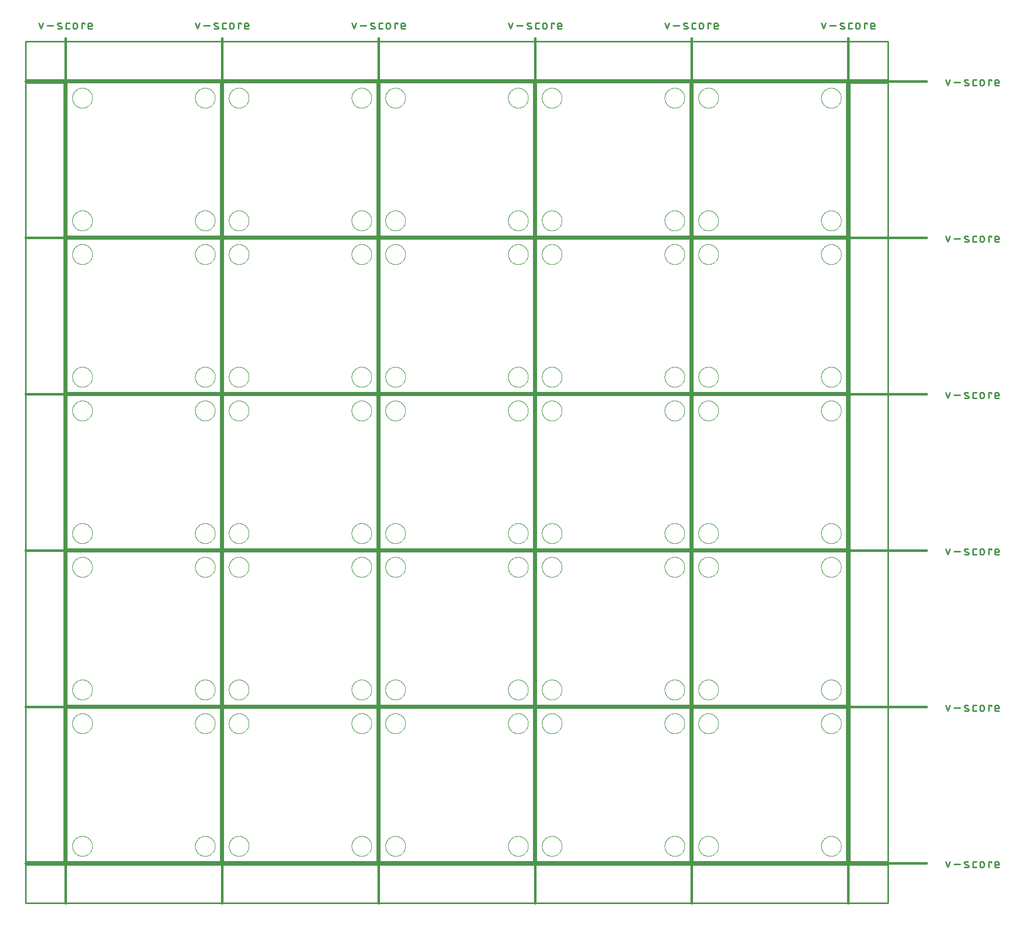
<source format=gko>
G04 EAGLE Gerber RS-274X export*
G75*
%MOMM*%
%FSLAX34Y34*%
%LPD*%
%IN*%
%IPPOS*%
%AMOC8*
5,1,8,0,0,1.08239X$1,22.5*%
G01*
%ADD10C,0.203200*%
%ADD11C,0.381000*%
%ADD12C,0.279400*%
%ADD13C,0.254000*%
%ADD14C,0.000000*%


D10*
X0Y0D02*
X253800Y0D01*
X254000Y254000D01*
X0Y254000D01*
X0Y0D01*
X259080Y0D02*
X512880Y0D01*
X513080Y254000D01*
X259080Y254000D01*
X259080Y0D01*
X518160Y0D02*
X771960Y0D01*
X772160Y254000D01*
X518160Y254000D01*
X518160Y0D01*
X777240Y0D02*
X1031040Y0D01*
X1031240Y254000D01*
X777240Y254000D01*
X777240Y0D01*
X1036320Y0D02*
X1290120Y0D01*
X1290320Y254000D01*
X1036320Y254000D01*
X1036320Y0D01*
X253800Y259080D02*
X0Y259080D01*
X253800Y259080D02*
X254000Y513080D01*
X0Y513080D01*
X0Y259080D01*
X259080Y259080D02*
X512880Y259080D01*
X513080Y513080D01*
X259080Y513080D01*
X259080Y259080D01*
X518160Y259080D02*
X771960Y259080D01*
X772160Y513080D01*
X518160Y513080D01*
X518160Y259080D01*
X777240Y259080D02*
X1031040Y259080D01*
X1031240Y513080D01*
X777240Y513080D01*
X777240Y259080D01*
X1036320Y259080D02*
X1290120Y259080D01*
X1290320Y513080D01*
X1036320Y513080D01*
X1036320Y259080D01*
X253800Y518160D02*
X0Y518160D01*
X253800Y518160D02*
X254000Y772160D01*
X0Y772160D01*
X0Y518160D01*
X259080Y518160D02*
X512880Y518160D01*
X513080Y772160D01*
X259080Y772160D01*
X259080Y518160D01*
X518160Y518160D02*
X771960Y518160D01*
X772160Y772160D01*
X518160Y772160D01*
X518160Y518160D01*
X777240Y518160D02*
X1031040Y518160D01*
X1031240Y772160D01*
X777240Y772160D01*
X777240Y518160D01*
X1036320Y518160D02*
X1290120Y518160D01*
X1290320Y772160D01*
X1036320Y772160D01*
X1036320Y518160D01*
X253800Y777240D02*
X0Y777240D01*
X253800Y777240D02*
X254000Y1031240D01*
X0Y1031240D01*
X0Y777240D01*
X259080Y777240D02*
X512880Y777240D01*
X513080Y1031240D01*
X259080Y1031240D01*
X259080Y777240D01*
X518160Y777240D02*
X771960Y777240D01*
X772160Y1031240D01*
X518160Y1031240D01*
X518160Y777240D01*
X777240Y777240D02*
X1031040Y777240D01*
X1031240Y1031240D01*
X777240Y1031240D01*
X777240Y777240D01*
X1036320Y777240D02*
X1290120Y777240D01*
X1290320Y1031240D01*
X1036320Y1031240D01*
X1036320Y777240D01*
X253800Y1036320D02*
X0Y1036320D01*
X253800Y1036320D02*
X254000Y1290320D01*
X0Y1290320D01*
X0Y1036320D01*
X259080Y1036320D02*
X512880Y1036320D01*
X513080Y1290320D01*
X259080Y1290320D01*
X259080Y1036320D01*
X518160Y1036320D02*
X771960Y1036320D01*
X772160Y1290320D01*
X518160Y1290320D01*
X518160Y1036320D01*
X777240Y1036320D02*
X1031040Y1036320D01*
X1031240Y1290320D01*
X777240Y1290320D01*
X777240Y1036320D01*
X1036320Y1036320D02*
X1290120Y1036320D01*
X1290320Y1290320D01*
X1036320Y1290320D01*
X1036320Y1036320D01*
D11*
X-2540Y1363980D02*
X-2540Y-68580D01*
D12*
X-42921Y1379347D02*
X-46251Y1389338D01*
X-39590Y1389338D02*
X-42921Y1379347D01*
X-32806Y1385175D02*
X-22815Y1385175D01*
X-14261Y1385175D02*
X-10098Y1383510D01*
X-14261Y1385174D02*
X-14346Y1385210D01*
X-14429Y1385250D01*
X-14510Y1385293D01*
X-14590Y1385340D01*
X-14667Y1385390D01*
X-14743Y1385443D01*
X-14816Y1385499D01*
X-14886Y1385559D01*
X-14954Y1385621D01*
X-15019Y1385686D01*
X-15081Y1385754D01*
X-15141Y1385825D01*
X-15197Y1385898D01*
X-15250Y1385973D01*
X-15300Y1386051D01*
X-15346Y1386130D01*
X-15389Y1386212D01*
X-15429Y1386295D01*
X-15465Y1386380D01*
X-15497Y1386466D01*
X-15526Y1386554D01*
X-15550Y1386643D01*
X-15571Y1386733D01*
X-15588Y1386823D01*
X-15602Y1386914D01*
X-15611Y1387006D01*
X-15616Y1387098D01*
X-15618Y1387190D01*
X-15616Y1387282D01*
X-15609Y1387374D01*
X-15599Y1387466D01*
X-15585Y1387557D01*
X-15567Y1387648D01*
X-15545Y1387737D01*
X-15519Y1387826D01*
X-15489Y1387913D01*
X-15456Y1387999D01*
X-15419Y1388083D01*
X-15379Y1388166D01*
X-15335Y1388247D01*
X-15288Y1388326D01*
X-15237Y1388403D01*
X-15183Y1388478D01*
X-15126Y1388551D01*
X-15066Y1388621D01*
X-15003Y1388688D01*
X-14937Y1388752D01*
X-14869Y1388814D01*
X-14798Y1388873D01*
X-14724Y1388928D01*
X-14648Y1388981D01*
X-14570Y1389030D01*
X-14490Y1389076D01*
X-14409Y1389118D01*
X-14325Y1389157D01*
X-14240Y1389192D01*
X-14153Y1389223D01*
X-14065Y1389251D01*
X-13976Y1389275D01*
X-13886Y1389295D01*
X-13796Y1389312D01*
X-13704Y1389324D01*
X-13612Y1389333D01*
X-13520Y1389337D01*
X-13428Y1389338D01*
X-13201Y1389332D01*
X-12974Y1389321D01*
X-12747Y1389304D01*
X-12521Y1389281D01*
X-12295Y1389254D01*
X-12070Y1389220D01*
X-11846Y1389182D01*
X-11623Y1389138D01*
X-11401Y1389089D01*
X-11180Y1389034D01*
X-10961Y1388974D01*
X-10743Y1388909D01*
X-10527Y1388838D01*
X-10313Y1388763D01*
X-10100Y1388682D01*
X-9890Y1388596D01*
X-9681Y1388505D01*
X-10098Y1383510D02*
X-10013Y1383474D01*
X-9930Y1383434D01*
X-9849Y1383391D01*
X-9769Y1383344D01*
X-9692Y1383294D01*
X-9616Y1383241D01*
X-9543Y1383185D01*
X-9473Y1383125D01*
X-9405Y1383063D01*
X-9340Y1382998D01*
X-9278Y1382930D01*
X-9218Y1382859D01*
X-9162Y1382786D01*
X-9109Y1382711D01*
X-9059Y1382633D01*
X-9013Y1382554D01*
X-8970Y1382472D01*
X-8930Y1382389D01*
X-8894Y1382304D01*
X-8862Y1382218D01*
X-8833Y1382130D01*
X-8809Y1382041D01*
X-8788Y1381951D01*
X-8771Y1381861D01*
X-8757Y1381770D01*
X-8748Y1381678D01*
X-8743Y1381586D01*
X-8741Y1381494D01*
X-8743Y1381402D01*
X-8750Y1381310D01*
X-8760Y1381218D01*
X-8774Y1381127D01*
X-8792Y1381036D01*
X-8814Y1380947D01*
X-8840Y1380858D01*
X-8870Y1380771D01*
X-8903Y1380685D01*
X-8940Y1380601D01*
X-8980Y1380518D01*
X-9024Y1380437D01*
X-9071Y1380358D01*
X-9122Y1380281D01*
X-9176Y1380206D01*
X-9233Y1380133D01*
X-9293Y1380063D01*
X-9356Y1379996D01*
X-9422Y1379932D01*
X-9490Y1379870D01*
X-9561Y1379811D01*
X-9635Y1379756D01*
X-9711Y1379703D01*
X-9789Y1379654D01*
X-9869Y1379608D01*
X-9950Y1379566D01*
X-10034Y1379527D01*
X-10119Y1379492D01*
X-10206Y1379461D01*
X-10294Y1379433D01*
X-10383Y1379409D01*
X-10473Y1379389D01*
X-10563Y1379372D01*
X-10655Y1379360D01*
X-10747Y1379351D01*
X-10839Y1379347D01*
X-10931Y1379346D01*
X-10931Y1379347D02*
X-11265Y1379356D01*
X-11598Y1379373D01*
X-11931Y1379397D01*
X-12264Y1379430D01*
X-12595Y1379470D01*
X-12926Y1379518D01*
X-13255Y1379574D01*
X-13583Y1379637D01*
X-13909Y1379709D01*
X-14233Y1379788D01*
X-14556Y1379874D01*
X-14876Y1379969D01*
X-15194Y1380071D01*
X-15510Y1380180D01*
X562Y1379347D02*
X3892Y1379347D01*
X562Y1379347D02*
X464Y1379349D01*
X366Y1379355D01*
X268Y1379364D01*
X171Y1379378D01*
X75Y1379395D01*
X-21Y1379416D01*
X-116Y1379441D01*
X-210Y1379469D01*
X-303Y1379501D01*
X-394Y1379537D01*
X-484Y1379576D01*
X-572Y1379619D01*
X-659Y1379666D01*
X-743Y1379715D01*
X-826Y1379768D01*
X-906Y1379824D01*
X-985Y1379883D01*
X-1060Y1379946D01*
X-1134Y1380011D01*
X-1204Y1380079D01*
X-1272Y1380149D01*
X-1338Y1380223D01*
X-1400Y1380299D01*
X-1459Y1380377D01*
X-1515Y1380457D01*
X-1568Y1380540D01*
X-1618Y1380624D01*
X-1664Y1380711D01*
X-1707Y1380799D01*
X-1746Y1380889D01*
X-1782Y1380980D01*
X-1814Y1381073D01*
X-1842Y1381167D01*
X-1867Y1381262D01*
X-1888Y1381358D01*
X-1905Y1381454D01*
X-1919Y1381551D01*
X-1928Y1381649D01*
X-1934Y1381747D01*
X-1936Y1381845D01*
X-1936Y1386840D01*
X-1934Y1386938D01*
X-1928Y1387036D01*
X-1919Y1387134D01*
X-1905Y1387231D01*
X-1888Y1387327D01*
X-1867Y1387423D01*
X-1842Y1387518D01*
X-1814Y1387612D01*
X-1782Y1387705D01*
X-1746Y1387796D01*
X-1707Y1387886D01*
X-1664Y1387974D01*
X-1617Y1388061D01*
X-1568Y1388145D01*
X-1515Y1388228D01*
X-1459Y1388308D01*
X-1400Y1388386D01*
X-1337Y1388462D01*
X-1272Y1388536D01*
X-1204Y1388606D01*
X-1134Y1388674D01*
X-1060Y1388739D01*
X-984Y1388802D01*
X-906Y1388861D01*
X-826Y1388917D01*
X-743Y1388970D01*
X-659Y1389019D01*
X-572Y1389066D01*
X-484Y1389109D01*
X-394Y1389148D01*
X-303Y1389184D01*
X-210Y1389216D01*
X-116Y1389244D01*
X-21Y1389269D01*
X75Y1389290D01*
X171Y1389307D01*
X268Y1389321D01*
X366Y1389330D01*
X464Y1389336D01*
X562Y1389338D01*
X3892Y1389338D01*
X10022Y1386007D02*
X10022Y1382677D01*
X10022Y1386007D02*
X10024Y1386121D01*
X10030Y1386234D01*
X10039Y1386348D01*
X10053Y1386460D01*
X10070Y1386573D01*
X10092Y1386685D01*
X10117Y1386795D01*
X10145Y1386905D01*
X10178Y1387014D01*
X10214Y1387122D01*
X10254Y1387229D01*
X10298Y1387334D01*
X10345Y1387437D01*
X10395Y1387539D01*
X10449Y1387639D01*
X10507Y1387737D01*
X10568Y1387833D01*
X10631Y1387927D01*
X10699Y1388019D01*
X10769Y1388109D01*
X10842Y1388195D01*
X10918Y1388280D01*
X10997Y1388362D01*
X11079Y1388441D01*
X11164Y1388517D01*
X11250Y1388590D01*
X11340Y1388660D01*
X11432Y1388728D01*
X11526Y1388791D01*
X11622Y1388852D01*
X11720Y1388910D01*
X11820Y1388964D01*
X11922Y1389014D01*
X12025Y1389061D01*
X12130Y1389105D01*
X12237Y1389145D01*
X12345Y1389181D01*
X12454Y1389214D01*
X12564Y1389242D01*
X12674Y1389267D01*
X12786Y1389289D01*
X12899Y1389306D01*
X13011Y1389320D01*
X13125Y1389329D01*
X13238Y1389335D01*
X13352Y1389337D01*
X13466Y1389335D01*
X13579Y1389329D01*
X13693Y1389320D01*
X13805Y1389306D01*
X13918Y1389289D01*
X14030Y1389267D01*
X14140Y1389242D01*
X14250Y1389214D01*
X14359Y1389181D01*
X14467Y1389145D01*
X14574Y1389105D01*
X14679Y1389061D01*
X14782Y1389014D01*
X14884Y1388964D01*
X14984Y1388910D01*
X15082Y1388852D01*
X15178Y1388791D01*
X15272Y1388728D01*
X15364Y1388660D01*
X15454Y1388590D01*
X15540Y1388517D01*
X15625Y1388441D01*
X15707Y1388362D01*
X15786Y1388280D01*
X15862Y1388195D01*
X15935Y1388109D01*
X16005Y1388019D01*
X16073Y1387927D01*
X16136Y1387833D01*
X16197Y1387737D01*
X16255Y1387639D01*
X16309Y1387539D01*
X16359Y1387437D01*
X16406Y1387334D01*
X16450Y1387229D01*
X16490Y1387122D01*
X16526Y1387014D01*
X16559Y1386905D01*
X16587Y1386795D01*
X16612Y1386685D01*
X16634Y1386573D01*
X16651Y1386460D01*
X16665Y1386348D01*
X16674Y1386234D01*
X16680Y1386121D01*
X16682Y1386007D01*
X16682Y1382677D01*
X16680Y1382563D01*
X16674Y1382450D01*
X16665Y1382336D01*
X16651Y1382224D01*
X16634Y1382111D01*
X16612Y1381999D01*
X16587Y1381889D01*
X16559Y1381779D01*
X16526Y1381670D01*
X16490Y1381562D01*
X16450Y1381455D01*
X16406Y1381350D01*
X16359Y1381247D01*
X16309Y1381145D01*
X16255Y1381045D01*
X16197Y1380947D01*
X16136Y1380851D01*
X16073Y1380757D01*
X16005Y1380665D01*
X15935Y1380575D01*
X15862Y1380489D01*
X15786Y1380404D01*
X15707Y1380322D01*
X15625Y1380243D01*
X15540Y1380167D01*
X15454Y1380094D01*
X15364Y1380024D01*
X15272Y1379956D01*
X15178Y1379893D01*
X15082Y1379832D01*
X14984Y1379774D01*
X14884Y1379720D01*
X14782Y1379670D01*
X14679Y1379623D01*
X14574Y1379579D01*
X14467Y1379539D01*
X14359Y1379503D01*
X14250Y1379470D01*
X14140Y1379442D01*
X14030Y1379417D01*
X13918Y1379395D01*
X13805Y1379378D01*
X13693Y1379364D01*
X13579Y1379355D01*
X13466Y1379349D01*
X13352Y1379347D01*
X13238Y1379349D01*
X13125Y1379355D01*
X13011Y1379364D01*
X12899Y1379378D01*
X12786Y1379395D01*
X12674Y1379417D01*
X12564Y1379442D01*
X12454Y1379470D01*
X12345Y1379503D01*
X12237Y1379539D01*
X12130Y1379579D01*
X12025Y1379623D01*
X11922Y1379670D01*
X11820Y1379720D01*
X11720Y1379774D01*
X11622Y1379832D01*
X11526Y1379893D01*
X11432Y1379956D01*
X11340Y1380024D01*
X11250Y1380094D01*
X11164Y1380167D01*
X11079Y1380243D01*
X10997Y1380322D01*
X10918Y1380404D01*
X10842Y1380489D01*
X10769Y1380575D01*
X10699Y1380665D01*
X10631Y1380757D01*
X10568Y1380851D01*
X10507Y1380947D01*
X10449Y1381045D01*
X10395Y1381145D01*
X10345Y1381247D01*
X10298Y1381350D01*
X10254Y1381455D01*
X10214Y1381562D01*
X10178Y1381670D01*
X10145Y1381779D01*
X10117Y1381889D01*
X10092Y1381999D01*
X10070Y1382111D01*
X10053Y1382224D01*
X10039Y1382336D01*
X10030Y1382450D01*
X10024Y1382563D01*
X10022Y1382677D01*
X24218Y1379347D02*
X24218Y1389338D01*
X29213Y1389338D01*
X29213Y1387673D01*
X37008Y1379347D02*
X41171Y1379347D01*
X37008Y1379347D02*
X36910Y1379349D01*
X36812Y1379355D01*
X36714Y1379364D01*
X36617Y1379378D01*
X36521Y1379395D01*
X36425Y1379416D01*
X36330Y1379441D01*
X36236Y1379469D01*
X36143Y1379501D01*
X36052Y1379537D01*
X35962Y1379576D01*
X35874Y1379619D01*
X35787Y1379666D01*
X35703Y1379715D01*
X35620Y1379768D01*
X35540Y1379824D01*
X35462Y1379883D01*
X35386Y1379946D01*
X35312Y1380011D01*
X35242Y1380079D01*
X35174Y1380149D01*
X35109Y1380223D01*
X35046Y1380299D01*
X34987Y1380377D01*
X34931Y1380457D01*
X34878Y1380540D01*
X34829Y1380624D01*
X34782Y1380711D01*
X34739Y1380799D01*
X34700Y1380889D01*
X34664Y1380980D01*
X34632Y1381073D01*
X34604Y1381167D01*
X34579Y1381262D01*
X34558Y1381358D01*
X34541Y1381454D01*
X34527Y1381551D01*
X34518Y1381649D01*
X34512Y1381747D01*
X34510Y1381845D01*
X34510Y1386007D01*
X34511Y1386007D02*
X34513Y1386121D01*
X34519Y1386234D01*
X34528Y1386348D01*
X34542Y1386460D01*
X34559Y1386573D01*
X34581Y1386685D01*
X34606Y1386795D01*
X34634Y1386905D01*
X34667Y1387014D01*
X34703Y1387122D01*
X34743Y1387229D01*
X34787Y1387334D01*
X34834Y1387437D01*
X34884Y1387539D01*
X34938Y1387639D01*
X34996Y1387737D01*
X35057Y1387833D01*
X35120Y1387927D01*
X35188Y1388019D01*
X35258Y1388109D01*
X35331Y1388195D01*
X35407Y1388280D01*
X35486Y1388362D01*
X35568Y1388441D01*
X35653Y1388517D01*
X35739Y1388590D01*
X35829Y1388660D01*
X35921Y1388728D01*
X36015Y1388791D01*
X36111Y1388852D01*
X36209Y1388910D01*
X36309Y1388964D01*
X36411Y1389014D01*
X36514Y1389061D01*
X36619Y1389105D01*
X36726Y1389145D01*
X36834Y1389181D01*
X36943Y1389214D01*
X37053Y1389242D01*
X37163Y1389267D01*
X37275Y1389289D01*
X37388Y1389306D01*
X37500Y1389320D01*
X37614Y1389329D01*
X37727Y1389335D01*
X37841Y1389337D01*
X37955Y1389335D01*
X38068Y1389329D01*
X38182Y1389320D01*
X38294Y1389306D01*
X38407Y1389289D01*
X38519Y1389267D01*
X38629Y1389242D01*
X38739Y1389214D01*
X38848Y1389181D01*
X38956Y1389145D01*
X39063Y1389105D01*
X39168Y1389061D01*
X39271Y1389014D01*
X39373Y1388964D01*
X39473Y1388910D01*
X39571Y1388852D01*
X39667Y1388791D01*
X39761Y1388728D01*
X39853Y1388660D01*
X39943Y1388590D01*
X40029Y1388517D01*
X40114Y1388441D01*
X40196Y1388362D01*
X40275Y1388280D01*
X40351Y1388195D01*
X40424Y1388109D01*
X40494Y1388019D01*
X40562Y1387927D01*
X40625Y1387833D01*
X40686Y1387737D01*
X40744Y1387639D01*
X40798Y1387539D01*
X40848Y1387437D01*
X40895Y1387334D01*
X40939Y1387229D01*
X40979Y1387122D01*
X41015Y1387014D01*
X41048Y1386905D01*
X41076Y1386795D01*
X41101Y1386685D01*
X41123Y1386573D01*
X41140Y1386460D01*
X41154Y1386348D01*
X41163Y1386234D01*
X41169Y1386121D01*
X41171Y1386007D01*
X41171Y1384342D01*
X34510Y1384342D01*
D11*
X256540Y1363980D02*
X256540Y-68580D01*
D12*
X216159Y1379347D02*
X212829Y1389338D01*
X219490Y1389338D02*
X216159Y1379347D01*
X226274Y1385175D02*
X236265Y1385175D01*
X244819Y1385175D02*
X248982Y1383510D01*
X244819Y1385174D02*
X244734Y1385210D01*
X244651Y1385250D01*
X244570Y1385293D01*
X244490Y1385340D01*
X244413Y1385390D01*
X244337Y1385443D01*
X244264Y1385499D01*
X244194Y1385559D01*
X244126Y1385621D01*
X244061Y1385686D01*
X243999Y1385754D01*
X243939Y1385825D01*
X243883Y1385898D01*
X243830Y1385973D01*
X243780Y1386051D01*
X243734Y1386130D01*
X243691Y1386212D01*
X243651Y1386295D01*
X243615Y1386380D01*
X243583Y1386466D01*
X243554Y1386554D01*
X243530Y1386643D01*
X243509Y1386733D01*
X243492Y1386823D01*
X243478Y1386914D01*
X243469Y1387006D01*
X243464Y1387098D01*
X243462Y1387190D01*
X243464Y1387282D01*
X243471Y1387374D01*
X243481Y1387466D01*
X243495Y1387557D01*
X243513Y1387648D01*
X243535Y1387737D01*
X243561Y1387826D01*
X243591Y1387913D01*
X243624Y1387999D01*
X243661Y1388083D01*
X243701Y1388166D01*
X243745Y1388247D01*
X243792Y1388326D01*
X243843Y1388403D01*
X243897Y1388478D01*
X243954Y1388551D01*
X244014Y1388621D01*
X244077Y1388688D01*
X244143Y1388752D01*
X244211Y1388814D01*
X244282Y1388873D01*
X244356Y1388928D01*
X244432Y1388981D01*
X244510Y1389030D01*
X244590Y1389076D01*
X244671Y1389118D01*
X244755Y1389157D01*
X244840Y1389192D01*
X244927Y1389223D01*
X245015Y1389251D01*
X245104Y1389275D01*
X245194Y1389295D01*
X245284Y1389312D01*
X245376Y1389324D01*
X245468Y1389333D01*
X245560Y1389337D01*
X245652Y1389338D01*
X245879Y1389332D01*
X246106Y1389321D01*
X246333Y1389304D01*
X246559Y1389281D01*
X246785Y1389254D01*
X247010Y1389220D01*
X247234Y1389182D01*
X247457Y1389138D01*
X247679Y1389089D01*
X247900Y1389034D01*
X248119Y1388974D01*
X248337Y1388909D01*
X248553Y1388838D01*
X248767Y1388763D01*
X248980Y1388682D01*
X249190Y1388596D01*
X249399Y1388505D01*
X248982Y1383510D02*
X249067Y1383474D01*
X249150Y1383434D01*
X249231Y1383391D01*
X249311Y1383344D01*
X249388Y1383294D01*
X249464Y1383241D01*
X249537Y1383185D01*
X249607Y1383125D01*
X249675Y1383063D01*
X249740Y1382998D01*
X249802Y1382930D01*
X249862Y1382859D01*
X249918Y1382786D01*
X249971Y1382711D01*
X250021Y1382633D01*
X250067Y1382554D01*
X250110Y1382472D01*
X250150Y1382389D01*
X250186Y1382304D01*
X250218Y1382218D01*
X250247Y1382130D01*
X250271Y1382041D01*
X250292Y1381951D01*
X250309Y1381861D01*
X250323Y1381770D01*
X250332Y1381678D01*
X250337Y1381586D01*
X250339Y1381494D01*
X250337Y1381402D01*
X250330Y1381310D01*
X250320Y1381218D01*
X250306Y1381127D01*
X250288Y1381036D01*
X250266Y1380947D01*
X250240Y1380858D01*
X250210Y1380771D01*
X250177Y1380685D01*
X250140Y1380601D01*
X250100Y1380518D01*
X250056Y1380437D01*
X250009Y1380358D01*
X249958Y1380281D01*
X249904Y1380206D01*
X249847Y1380133D01*
X249787Y1380063D01*
X249724Y1379996D01*
X249658Y1379932D01*
X249590Y1379870D01*
X249519Y1379811D01*
X249445Y1379756D01*
X249369Y1379703D01*
X249291Y1379654D01*
X249211Y1379608D01*
X249130Y1379566D01*
X249046Y1379527D01*
X248961Y1379492D01*
X248874Y1379461D01*
X248786Y1379433D01*
X248697Y1379409D01*
X248607Y1379389D01*
X248517Y1379372D01*
X248425Y1379360D01*
X248333Y1379351D01*
X248241Y1379347D01*
X248149Y1379346D01*
X248149Y1379347D02*
X247815Y1379356D01*
X247482Y1379373D01*
X247149Y1379397D01*
X246816Y1379430D01*
X246485Y1379470D01*
X246154Y1379518D01*
X245825Y1379574D01*
X245497Y1379637D01*
X245171Y1379709D01*
X244847Y1379788D01*
X244524Y1379874D01*
X244204Y1379969D01*
X243886Y1380071D01*
X243570Y1380180D01*
X259642Y1379347D02*
X262972Y1379347D01*
X259642Y1379347D02*
X259544Y1379349D01*
X259446Y1379355D01*
X259348Y1379364D01*
X259251Y1379378D01*
X259155Y1379395D01*
X259059Y1379416D01*
X258964Y1379441D01*
X258870Y1379469D01*
X258777Y1379501D01*
X258686Y1379537D01*
X258596Y1379576D01*
X258508Y1379619D01*
X258421Y1379666D01*
X258337Y1379715D01*
X258254Y1379768D01*
X258174Y1379824D01*
X258096Y1379883D01*
X258020Y1379946D01*
X257946Y1380011D01*
X257876Y1380079D01*
X257808Y1380149D01*
X257743Y1380223D01*
X257680Y1380299D01*
X257621Y1380377D01*
X257565Y1380457D01*
X257512Y1380540D01*
X257463Y1380624D01*
X257416Y1380711D01*
X257373Y1380799D01*
X257334Y1380889D01*
X257298Y1380980D01*
X257266Y1381073D01*
X257238Y1381167D01*
X257213Y1381262D01*
X257192Y1381358D01*
X257175Y1381454D01*
X257161Y1381551D01*
X257152Y1381649D01*
X257146Y1381747D01*
X257144Y1381845D01*
X257144Y1386840D01*
X257146Y1386938D01*
X257152Y1387036D01*
X257161Y1387134D01*
X257175Y1387231D01*
X257192Y1387327D01*
X257213Y1387423D01*
X257238Y1387518D01*
X257266Y1387612D01*
X257298Y1387705D01*
X257334Y1387796D01*
X257373Y1387886D01*
X257416Y1387974D01*
X257463Y1388061D01*
X257512Y1388145D01*
X257565Y1388228D01*
X257621Y1388308D01*
X257680Y1388387D01*
X257743Y1388462D01*
X257808Y1388536D01*
X257876Y1388606D01*
X257946Y1388674D01*
X258020Y1388740D01*
X258096Y1388802D01*
X258174Y1388861D01*
X258254Y1388917D01*
X258337Y1388970D01*
X258421Y1389020D01*
X258508Y1389066D01*
X258596Y1389109D01*
X258686Y1389148D01*
X258777Y1389184D01*
X258870Y1389216D01*
X258964Y1389244D01*
X259059Y1389269D01*
X259155Y1389290D01*
X259251Y1389307D01*
X259348Y1389321D01*
X259446Y1389330D01*
X259544Y1389336D01*
X259642Y1389338D01*
X262972Y1389338D01*
X269102Y1386007D02*
X269102Y1382677D01*
X269102Y1386007D02*
X269104Y1386121D01*
X269110Y1386234D01*
X269119Y1386348D01*
X269133Y1386460D01*
X269150Y1386573D01*
X269172Y1386685D01*
X269197Y1386795D01*
X269225Y1386905D01*
X269258Y1387014D01*
X269294Y1387122D01*
X269334Y1387229D01*
X269378Y1387334D01*
X269425Y1387437D01*
X269475Y1387539D01*
X269529Y1387639D01*
X269587Y1387737D01*
X269648Y1387833D01*
X269711Y1387927D01*
X269779Y1388019D01*
X269849Y1388109D01*
X269922Y1388195D01*
X269998Y1388280D01*
X270077Y1388362D01*
X270159Y1388441D01*
X270244Y1388517D01*
X270330Y1388590D01*
X270420Y1388660D01*
X270512Y1388728D01*
X270606Y1388791D01*
X270702Y1388852D01*
X270800Y1388910D01*
X270900Y1388964D01*
X271002Y1389014D01*
X271105Y1389061D01*
X271210Y1389105D01*
X271317Y1389145D01*
X271425Y1389181D01*
X271534Y1389214D01*
X271644Y1389242D01*
X271754Y1389267D01*
X271866Y1389289D01*
X271979Y1389306D01*
X272091Y1389320D01*
X272205Y1389329D01*
X272318Y1389335D01*
X272432Y1389337D01*
X272546Y1389335D01*
X272659Y1389329D01*
X272773Y1389320D01*
X272885Y1389306D01*
X272998Y1389289D01*
X273110Y1389267D01*
X273220Y1389242D01*
X273330Y1389214D01*
X273439Y1389181D01*
X273547Y1389145D01*
X273654Y1389105D01*
X273759Y1389061D01*
X273862Y1389014D01*
X273964Y1388964D01*
X274064Y1388910D01*
X274162Y1388852D01*
X274258Y1388791D01*
X274352Y1388728D01*
X274444Y1388660D01*
X274534Y1388590D01*
X274620Y1388517D01*
X274705Y1388441D01*
X274787Y1388362D01*
X274866Y1388280D01*
X274942Y1388195D01*
X275015Y1388109D01*
X275085Y1388019D01*
X275153Y1387927D01*
X275216Y1387833D01*
X275277Y1387737D01*
X275335Y1387639D01*
X275389Y1387539D01*
X275439Y1387437D01*
X275486Y1387334D01*
X275530Y1387229D01*
X275570Y1387122D01*
X275606Y1387014D01*
X275639Y1386905D01*
X275667Y1386795D01*
X275692Y1386685D01*
X275714Y1386573D01*
X275731Y1386460D01*
X275745Y1386348D01*
X275754Y1386234D01*
X275760Y1386121D01*
X275762Y1386007D01*
X275762Y1382677D01*
X275760Y1382563D01*
X275754Y1382450D01*
X275745Y1382336D01*
X275731Y1382224D01*
X275714Y1382111D01*
X275692Y1381999D01*
X275667Y1381889D01*
X275639Y1381779D01*
X275606Y1381670D01*
X275570Y1381562D01*
X275530Y1381455D01*
X275486Y1381350D01*
X275439Y1381247D01*
X275389Y1381145D01*
X275335Y1381045D01*
X275277Y1380947D01*
X275216Y1380851D01*
X275153Y1380757D01*
X275085Y1380665D01*
X275015Y1380575D01*
X274942Y1380489D01*
X274866Y1380404D01*
X274787Y1380322D01*
X274705Y1380243D01*
X274620Y1380167D01*
X274534Y1380094D01*
X274444Y1380024D01*
X274352Y1379956D01*
X274258Y1379893D01*
X274162Y1379832D01*
X274064Y1379774D01*
X273964Y1379720D01*
X273862Y1379670D01*
X273759Y1379623D01*
X273654Y1379579D01*
X273547Y1379539D01*
X273439Y1379503D01*
X273330Y1379470D01*
X273220Y1379442D01*
X273110Y1379417D01*
X272998Y1379395D01*
X272885Y1379378D01*
X272773Y1379364D01*
X272659Y1379355D01*
X272546Y1379349D01*
X272432Y1379347D01*
X272318Y1379349D01*
X272205Y1379355D01*
X272091Y1379364D01*
X271979Y1379378D01*
X271866Y1379395D01*
X271754Y1379417D01*
X271644Y1379442D01*
X271534Y1379470D01*
X271425Y1379503D01*
X271317Y1379539D01*
X271210Y1379579D01*
X271105Y1379623D01*
X271002Y1379670D01*
X270900Y1379720D01*
X270800Y1379774D01*
X270702Y1379832D01*
X270606Y1379893D01*
X270512Y1379956D01*
X270420Y1380024D01*
X270330Y1380094D01*
X270244Y1380167D01*
X270159Y1380243D01*
X270077Y1380322D01*
X269998Y1380404D01*
X269922Y1380489D01*
X269849Y1380575D01*
X269779Y1380665D01*
X269711Y1380757D01*
X269648Y1380851D01*
X269587Y1380947D01*
X269529Y1381045D01*
X269475Y1381145D01*
X269425Y1381247D01*
X269378Y1381350D01*
X269334Y1381455D01*
X269294Y1381562D01*
X269258Y1381670D01*
X269225Y1381779D01*
X269197Y1381889D01*
X269172Y1381999D01*
X269150Y1382111D01*
X269133Y1382224D01*
X269119Y1382336D01*
X269110Y1382450D01*
X269104Y1382563D01*
X269102Y1382677D01*
X283298Y1379347D02*
X283298Y1389338D01*
X288293Y1389338D01*
X288293Y1387673D01*
X296088Y1379347D02*
X300251Y1379347D01*
X296088Y1379347D02*
X295990Y1379349D01*
X295892Y1379355D01*
X295794Y1379364D01*
X295697Y1379378D01*
X295601Y1379395D01*
X295505Y1379416D01*
X295410Y1379441D01*
X295316Y1379469D01*
X295223Y1379501D01*
X295132Y1379537D01*
X295042Y1379576D01*
X294954Y1379619D01*
X294867Y1379666D01*
X294783Y1379715D01*
X294700Y1379768D01*
X294620Y1379824D01*
X294542Y1379883D01*
X294466Y1379946D01*
X294392Y1380011D01*
X294322Y1380079D01*
X294254Y1380149D01*
X294189Y1380223D01*
X294126Y1380299D01*
X294067Y1380377D01*
X294011Y1380457D01*
X293958Y1380540D01*
X293909Y1380624D01*
X293862Y1380711D01*
X293819Y1380799D01*
X293780Y1380889D01*
X293744Y1380980D01*
X293712Y1381073D01*
X293684Y1381167D01*
X293659Y1381262D01*
X293638Y1381358D01*
X293621Y1381454D01*
X293607Y1381551D01*
X293598Y1381649D01*
X293592Y1381747D01*
X293590Y1381845D01*
X293590Y1386007D01*
X293591Y1386007D02*
X293593Y1386121D01*
X293599Y1386234D01*
X293608Y1386348D01*
X293622Y1386460D01*
X293639Y1386573D01*
X293661Y1386685D01*
X293686Y1386795D01*
X293714Y1386905D01*
X293747Y1387014D01*
X293783Y1387122D01*
X293823Y1387229D01*
X293867Y1387334D01*
X293914Y1387437D01*
X293964Y1387539D01*
X294018Y1387639D01*
X294076Y1387737D01*
X294137Y1387833D01*
X294200Y1387927D01*
X294268Y1388019D01*
X294338Y1388109D01*
X294411Y1388195D01*
X294487Y1388280D01*
X294566Y1388362D01*
X294648Y1388441D01*
X294733Y1388517D01*
X294819Y1388590D01*
X294909Y1388660D01*
X295001Y1388728D01*
X295095Y1388791D01*
X295191Y1388852D01*
X295289Y1388910D01*
X295389Y1388964D01*
X295491Y1389014D01*
X295594Y1389061D01*
X295699Y1389105D01*
X295806Y1389145D01*
X295914Y1389181D01*
X296023Y1389214D01*
X296133Y1389242D01*
X296243Y1389267D01*
X296355Y1389289D01*
X296468Y1389306D01*
X296580Y1389320D01*
X296694Y1389329D01*
X296807Y1389335D01*
X296921Y1389337D01*
X297035Y1389335D01*
X297148Y1389329D01*
X297262Y1389320D01*
X297374Y1389306D01*
X297487Y1389289D01*
X297599Y1389267D01*
X297709Y1389242D01*
X297819Y1389214D01*
X297928Y1389181D01*
X298036Y1389145D01*
X298143Y1389105D01*
X298248Y1389061D01*
X298351Y1389014D01*
X298453Y1388964D01*
X298553Y1388910D01*
X298651Y1388852D01*
X298747Y1388791D01*
X298841Y1388728D01*
X298933Y1388660D01*
X299023Y1388590D01*
X299109Y1388517D01*
X299194Y1388441D01*
X299276Y1388362D01*
X299355Y1388280D01*
X299431Y1388195D01*
X299504Y1388109D01*
X299574Y1388019D01*
X299642Y1387927D01*
X299705Y1387833D01*
X299766Y1387737D01*
X299824Y1387639D01*
X299878Y1387539D01*
X299928Y1387437D01*
X299975Y1387334D01*
X300019Y1387229D01*
X300059Y1387122D01*
X300095Y1387014D01*
X300128Y1386905D01*
X300156Y1386795D01*
X300181Y1386685D01*
X300203Y1386573D01*
X300220Y1386460D01*
X300234Y1386348D01*
X300243Y1386234D01*
X300249Y1386121D01*
X300251Y1386007D01*
X300251Y1384342D01*
X293590Y1384342D01*
D11*
X515620Y1363980D02*
X515620Y-68580D01*
D12*
X475239Y1379347D02*
X471909Y1389338D01*
X478570Y1389338D02*
X475239Y1379347D01*
X485354Y1385175D02*
X495345Y1385175D01*
X503899Y1385175D02*
X508062Y1383510D01*
X503899Y1385174D02*
X503814Y1385210D01*
X503731Y1385250D01*
X503650Y1385293D01*
X503570Y1385340D01*
X503493Y1385390D01*
X503417Y1385443D01*
X503344Y1385499D01*
X503274Y1385559D01*
X503206Y1385621D01*
X503141Y1385686D01*
X503079Y1385754D01*
X503019Y1385825D01*
X502963Y1385898D01*
X502910Y1385973D01*
X502860Y1386051D01*
X502814Y1386130D01*
X502771Y1386212D01*
X502731Y1386295D01*
X502695Y1386380D01*
X502663Y1386466D01*
X502634Y1386554D01*
X502610Y1386643D01*
X502589Y1386733D01*
X502572Y1386823D01*
X502558Y1386914D01*
X502549Y1387006D01*
X502544Y1387098D01*
X502542Y1387190D01*
X502544Y1387282D01*
X502551Y1387374D01*
X502561Y1387466D01*
X502575Y1387557D01*
X502593Y1387648D01*
X502615Y1387737D01*
X502641Y1387826D01*
X502671Y1387913D01*
X502704Y1387999D01*
X502741Y1388083D01*
X502781Y1388166D01*
X502825Y1388247D01*
X502872Y1388326D01*
X502923Y1388403D01*
X502977Y1388478D01*
X503034Y1388551D01*
X503094Y1388621D01*
X503157Y1388688D01*
X503223Y1388752D01*
X503291Y1388814D01*
X503362Y1388873D01*
X503436Y1388928D01*
X503512Y1388981D01*
X503590Y1389030D01*
X503670Y1389076D01*
X503751Y1389118D01*
X503835Y1389157D01*
X503920Y1389192D01*
X504007Y1389223D01*
X504095Y1389251D01*
X504184Y1389275D01*
X504274Y1389295D01*
X504364Y1389312D01*
X504456Y1389324D01*
X504548Y1389333D01*
X504640Y1389337D01*
X504732Y1389338D01*
X504959Y1389332D01*
X505186Y1389321D01*
X505413Y1389304D01*
X505639Y1389281D01*
X505865Y1389254D01*
X506090Y1389220D01*
X506314Y1389182D01*
X506537Y1389138D01*
X506759Y1389089D01*
X506980Y1389034D01*
X507199Y1388974D01*
X507417Y1388909D01*
X507633Y1388838D01*
X507847Y1388763D01*
X508060Y1388682D01*
X508270Y1388596D01*
X508479Y1388505D01*
X508062Y1383510D02*
X508147Y1383474D01*
X508230Y1383434D01*
X508311Y1383391D01*
X508391Y1383344D01*
X508468Y1383294D01*
X508544Y1383241D01*
X508617Y1383185D01*
X508687Y1383125D01*
X508755Y1383063D01*
X508820Y1382998D01*
X508882Y1382930D01*
X508942Y1382859D01*
X508998Y1382786D01*
X509051Y1382711D01*
X509101Y1382633D01*
X509147Y1382554D01*
X509190Y1382472D01*
X509230Y1382389D01*
X509266Y1382304D01*
X509298Y1382218D01*
X509327Y1382130D01*
X509351Y1382041D01*
X509372Y1381951D01*
X509389Y1381861D01*
X509403Y1381770D01*
X509412Y1381678D01*
X509417Y1381586D01*
X509419Y1381494D01*
X509417Y1381402D01*
X509410Y1381310D01*
X509400Y1381218D01*
X509386Y1381127D01*
X509368Y1381036D01*
X509346Y1380947D01*
X509320Y1380858D01*
X509290Y1380771D01*
X509257Y1380685D01*
X509220Y1380601D01*
X509180Y1380518D01*
X509136Y1380437D01*
X509089Y1380358D01*
X509038Y1380281D01*
X508984Y1380206D01*
X508927Y1380133D01*
X508867Y1380063D01*
X508804Y1379996D01*
X508738Y1379932D01*
X508670Y1379870D01*
X508599Y1379811D01*
X508525Y1379756D01*
X508449Y1379703D01*
X508371Y1379654D01*
X508291Y1379608D01*
X508210Y1379566D01*
X508126Y1379527D01*
X508041Y1379492D01*
X507954Y1379461D01*
X507866Y1379433D01*
X507777Y1379409D01*
X507687Y1379389D01*
X507597Y1379372D01*
X507505Y1379360D01*
X507413Y1379351D01*
X507321Y1379347D01*
X507229Y1379346D01*
X507229Y1379347D02*
X506895Y1379356D01*
X506562Y1379373D01*
X506229Y1379397D01*
X505896Y1379430D01*
X505565Y1379470D01*
X505234Y1379518D01*
X504905Y1379574D01*
X504577Y1379637D01*
X504251Y1379709D01*
X503927Y1379788D01*
X503604Y1379874D01*
X503284Y1379969D01*
X502966Y1380071D01*
X502650Y1380180D01*
X518722Y1379347D02*
X522052Y1379347D01*
X518722Y1379347D02*
X518624Y1379349D01*
X518526Y1379355D01*
X518428Y1379364D01*
X518331Y1379378D01*
X518235Y1379395D01*
X518139Y1379416D01*
X518044Y1379441D01*
X517950Y1379469D01*
X517857Y1379501D01*
X517766Y1379537D01*
X517676Y1379576D01*
X517588Y1379619D01*
X517501Y1379666D01*
X517417Y1379715D01*
X517334Y1379768D01*
X517254Y1379824D01*
X517176Y1379883D01*
X517100Y1379946D01*
X517026Y1380011D01*
X516956Y1380079D01*
X516888Y1380149D01*
X516823Y1380223D01*
X516760Y1380299D01*
X516701Y1380377D01*
X516645Y1380457D01*
X516592Y1380540D01*
X516543Y1380624D01*
X516496Y1380711D01*
X516453Y1380799D01*
X516414Y1380889D01*
X516378Y1380980D01*
X516346Y1381073D01*
X516318Y1381167D01*
X516293Y1381262D01*
X516272Y1381358D01*
X516255Y1381454D01*
X516241Y1381551D01*
X516232Y1381649D01*
X516226Y1381747D01*
X516224Y1381845D01*
X516224Y1386840D01*
X516226Y1386938D01*
X516232Y1387036D01*
X516241Y1387134D01*
X516255Y1387231D01*
X516272Y1387327D01*
X516293Y1387423D01*
X516318Y1387518D01*
X516346Y1387612D01*
X516378Y1387705D01*
X516414Y1387796D01*
X516453Y1387886D01*
X516496Y1387974D01*
X516543Y1388061D01*
X516592Y1388145D01*
X516645Y1388228D01*
X516701Y1388308D01*
X516760Y1388387D01*
X516823Y1388462D01*
X516888Y1388536D01*
X516956Y1388606D01*
X517026Y1388674D01*
X517100Y1388740D01*
X517176Y1388802D01*
X517254Y1388861D01*
X517334Y1388917D01*
X517417Y1388970D01*
X517501Y1389020D01*
X517588Y1389066D01*
X517676Y1389109D01*
X517766Y1389148D01*
X517857Y1389184D01*
X517950Y1389216D01*
X518044Y1389244D01*
X518139Y1389269D01*
X518235Y1389290D01*
X518331Y1389307D01*
X518428Y1389321D01*
X518526Y1389330D01*
X518624Y1389336D01*
X518722Y1389338D01*
X522052Y1389338D01*
X528182Y1386007D02*
X528182Y1382677D01*
X528182Y1386007D02*
X528184Y1386121D01*
X528190Y1386234D01*
X528199Y1386348D01*
X528213Y1386460D01*
X528230Y1386573D01*
X528252Y1386685D01*
X528277Y1386795D01*
X528305Y1386905D01*
X528338Y1387014D01*
X528374Y1387122D01*
X528414Y1387229D01*
X528458Y1387334D01*
X528505Y1387437D01*
X528555Y1387539D01*
X528609Y1387639D01*
X528667Y1387737D01*
X528728Y1387833D01*
X528791Y1387927D01*
X528859Y1388019D01*
X528929Y1388109D01*
X529002Y1388195D01*
X529078Y1388280D01*
X529157Y1388362D01*
X529239Y1388441D01*
X529324Y1388517D01*
X529410Y1388590D01*
X529500Y1388660D01*
X529592Y1388728D01*
X529686Y1388791D01*
X529782Y1388852D01*
X529880Y1388910D01*
X529980Y1388964D01*
X530082Y1389014D01*
X530185Y1389061D01*
X530290Y1389105D01*
X530397Y1389145D01*
X530505Y1389181D01*
X530614Y1389214D01*
X530724Y1389242D01*
X530834Y1389267D01*
X530946Y1389289D01*
X531059Y1389306D01*
X531171Y1389320D01*
X531285Y1389329D01*
X531398Y1389335D01*
X531512Y1389337D01*
X531626Y1389335D01*
X531739Y1389329D01*
X531853Y1389320D01*
X531965Y1389306D01*
X532078Y1389289D01*
X532190Y1389267D01*
X532300Y1389242D01*
X532410Y1389214D01*
X532519Y1389181D01*
X532627Y1389145D01*
X532734Y1389105D01*
X532839Y1389061D01*
X532942Y1389014D01*
X533044Y1388964D01*
X533144Y1388910D01*
X533242Y1388852D01*
X533338Y1388791D01*
X533432Y1388728D01*
X533524Y1388660D01*
X533614Y1388590D01*
X533700Y1388517D01*
X533785Y1388441D01*
X533867Y1388362D01*
X533946Y1388280D01*
X534022Y1388195D01*
X534095Y1388109D01*
X534165Y1388019D01*
X534233Y1387927D01*
X534296Y1387833D01*
X534357Y1387737D01*
X534415Y1387639D01*
X534469Y1387539D01*
X534519Y1387437D01*
X534566Y1387334D01*
X534610Y1387229D01*
X534650Y1387122D01*
X534686Y1387014D01*
X534719Y1386905D01*
X534747Y1386795D01*
X534772Y1386685D01*
X534794Y1386573D01*
X534811Y1386460D01*
X534825Y1386348D01*
X534834Y1386234D01*
X534840Y1386121D01*
X534842Y1386007D01*
X534842Y1382677D01*
X534840Y1382563D01*
X534834Y1382450D01*
X534825Y1382336D01*
X534811Y1382224D01*
X534794Y1382111D01*
X534772Y1381999D01*
X534747Y1381889D01*
X534719Y1381779D01*
X534686Y1381670D01*
X534650Y1381562D01*
X534610Y1381455D01*
X534566Y1381350D01*
X534519Y1381247D01*
X534469Y1381145D01*
X534415Y1381045D01*
X534357Y1380947D01*
X534296Y1380851D01*
X534233Y1380757D01*
X534165Y1380665D01*
X534095Y1380575D01*
X534022Y1380489D01*
X533946Y1380404D01*
X533867Y1380322D01*
X533785Y1380243D01*
X533700Y1380167D01*
X533614Y1380094D01*
X533524Y1380024D01*
X533432Y1379956D01*
X533338Y1379893D01*
X533242Y1379832D01*
X533144Y1379774D01*
X533044Y1379720D01*
X532942Y1379670D01*
X532839Y1379623D01*
X532734Y1379579D01*
X532627Y1379539D01*
X532519Y1379503D01*
X532410Y1379470D01*
X532300Y1379442D01*
X532190Y1379417D01*
X532078Y1379395D01*
X531965Y1379378D01*
X531853Y1379364D01*
X531739Y1379355D01*
X531626Y1379349D01*
X531512Y1379347D01*
X531398Y1379349D01*
X531285Y1379355D01*
X531171Y1379364D01*
X531059Y1379378D01*
X530946Y1379395D01*
X530834Y1379417D01*
X530724Y1379442D01*
X530614Y1379470D01*
X530505Y1379503D01*
X530397Y1379539D01*
X530290Y1379579D01*
X530185Y1379623D01*
X530082Y1379670D01*
X529980Y1379720D01*
X529880Y1379774D01*
X529782Y1379832D01*
X529686Y1379893D01*
X529592Y1379956D01*
X529500Y1380024D01*
X529410Y1380094D01*
X529324Y1380167D01*
X529239Y1380243D01*
X529157Y1380322D01*
X529078Y1380404D01*
X529002Y1380489D01*
X528929Y1380575D01*
X528859Y1380665D01*
X528791Y1380757D01*
X528728Y1380851D01*
X528667Y1380947D01*
X528609Y1381045D01*
X528555Y1381145D01*
X528505Y1381247D01*
X528458Y1381350D01*
X528414Y1381455D01*
X528374Y1381562D01*
X528338Y1381670D01*
X528305Y1381779D01*
X528277Y1381889D01*
X528252Y1381999D01*
X528230Y1382111D01*
X528213Y1382224D01*
X528199Y1382336D01*
X528190Y1382450D01*
X528184Y1382563D01*
X528182Y1382677D01*
X542378Y1379347D02*
X542378Y1389338D01*
X547373Y1389338D01*
X547373Y1387673D01*
X555168Y1379347D02*
X559331Y1379347D01*
X555168Y1379347D02*
X555070Y1379349D01*
X554972Y1379355D01*
X554874Y1379364D01*
X554777Y1379378D01*
X554681Y1379395D01*
X554585Y1379416D01*
X554490Y1379441D01*
X554396Y1379469D01*
X554303Y1379501D01*
X554212Y1379537D01*
X554122Y1379576D01*
X554034Y1379619D01*
X553947Y1379666D01*
X553863Y1379715D01*
X553780Y1379768D01*
X553700Y1379824D01*
X553622Y1379883D01*
X553546Y1379946D01*
X553472Y1380011D01*
X553402Y1380079D01*
X553334Y1380149D01*
X553269Y1380223D01*
X553206Y1380299D01*
X553147Y1380377D01*
X553091Y1380457D01*
X553038Y1380540D01*
X552989Y1380624D01*
X552942Y1380711D01*
X552899Y1380799D01*
X552860Y1380889D01*
X552824Y1380980D01*
X552792Y1381073D01*
X552764Y1381167D01*
X552739Y1381262D01*
X552718Y1381358D01*
X552701Y1381454D01*
X552687Y1381551D01*
X552678Y1381649D01*
X552672Y1381747D01*
X552670Y1381845D01*
X552670Y1386007D01*
X552671Y1386007D02*
X552673Y1386121D01*
X552679Y1386234D01*
X552688Y1386348D01*
X552702Y1386460D01*
X552719Y1386573D01*
X552741Y1386685D01*
X552766Y1386795D01*
X552794Y1386905D01*
X552827Y1387014D01*
X552863Y1387122D01*
X552903Y1387229D01*
X552947Y1387334D01*
X552994Y1387437D01*
X553044Y1387539D01*
X553098Y1387639D01*
X553156Y1387737D01*
X553217Y1387833D01*
X553280Y1387927D01*
X553348Y1388019D01*
X553418Y1388109D01*
X553491Y1388195D01*
X553567Y1388280D01*
X553646Y1388362D01*
X553728Y1388441D01*
X553813Y1388517D01*
X553899Y1388590D01*
X553989Y1388660D01*
X554081Y1388728D01*
X554175Y1388791D01*
X554271Y1388852D01*
X554369Y1388910D01*
X554469Y1388964D01*
X554571Y1389014D01*
X554674Y1389061D01*
X554779Y1389105D01*
X554886Y1389145D01*
X554994Y1389181D01*
X555103Y1389214D01*
X555213Y1389242D01*
X555323Y1389267D01*
X555435Y1389289D01*
X555548Y1389306D01*
X555660Y1389320D01*
X555774Y1389329D01*
X555887Y1389335D01*
X556001Y1389337D01*
X556115Y1389335D01*
X556228Y1389329D01*
X556342Y1389320D01*
X556454Y1389306D01*
X556567Y1389289D01*
X556679Y1389267D01*
X556789Y1389242D01*
X556899Y1389214D01*
X557008Y1389181D01*
X557116Y1389145D01*
X557223Y1389105D01*
X557328Y1389061D01*
X557431Y1389014D01*
X557533Y1388964D01*
X557633Y1388910D01*
X557731Y1388852D01*
X557827Y1388791D01*
X557921Y1388728D01*
X558013Y1388660D01*
X558103Y1388590D01*
X558189Y1388517D01*
X558274Y1388441D01*
X558356Y1388362D01*
X558435Y1388280D01*
X558511Y1388195D01*
X558584Y1388109D01*
X558654Y1388019D01*
X558722Y1387927D01*
X558785Y1387833D01*
X558846Y1387737D01*
X558904Y1387639D01*
X558958Y1387539D01*
X559008Y1387437D01*
X559055Y1387334D01*
X559099Y1387229D01*
X559139Y1387122D01*
X559175Y1387014D01*
X559208Y1386905D01*
X559236Y1386795D01*
X559261Y1386685D01*
X559283Y1386573D01*
X559300Y1386460D01*
X559314Y1386348D01*
X559323Y1386234D01*
X559329Y1386121D01*
X559331Y1386007D01*
X559331Y1384342D01*
X552670Y1384342D01*
D11*
X774700Y1363980D02*
X774700Y-68580D01*
D12*
X734319Y1379347D02*
X730989Y1389338D01*
X737650Y1389338D02*
X734319Y1379347D01*
X744434Y1385175D02*
X754425Y1385175D01*
X762979Y1385175D02*
X767142Y1383510D01*
X762979Y1385174D02*
X762894Y1385210D01*
X762811Y1385250D01*
X762730Y1385293D01*
X762650Y1385340D01*
X762573Y1385390D01*
X762497Y1385443D01*
X762424Y1385499D01*
X762354Y1385559D01*
X762286Y1385621D01*
X762221Y1385686D01*
X762159Y1385754D01*
X762099Y1385825D01*
X762043Y1385898D01*
X761990Y1385973D01*
X761940Y1386051D01*
X761894Y1386130D01*
X761851Y1386212D01*
X761811Y1386295D01*
X761775Y1386380D01*
X761743Y1386466D01*
X761714Y1386554D01*
X761690Y1386643D01*
X761669Y1386733D01*
X761652Y1386823D01*
X761638Y1386914D01*
X761629Y1387006D01*
X761624Y1387098D01*
X761622Y1387190D01*
X761624Y1387282D01*
X761631Y1387374D01*
X761641Y1387466D01*
X761655Y1387557D01*
X761673Y1387648D01*
X761695Y1387737D01*
X761721Y1387826D01*
X761751Y1387913D01*
X761784Y1387999D01*
X761821Y1388083D01*
X761861Y1388166D01*
X761905Y1388247D01*
X761952Y1388326D01*
X762003Y1388403D01*
X762057Y1388478D01*
X762114Y1388551D01*
X762174Y1388621D01*
X762237Y1388688D01*
X762303Y1388752D01*
X762371Y1388814D01*
X762442Y1388873D01*
X762516Y1388928D01*
X762592Y1388981D01*
X762670Y1389030D01*
X762750Y1389076D01*
X762831Y1389118D01*
X762915Y1389157D01*
X763000Y1389192D01*
X763087Y1389223D01*
X763175Y1389251D01*
X763264Y1389275D01*
X763354Y1389295D01*
X763444Y1389312D01*
X763536Y1389324D01*
X763628Y1389333D01*
X763720Y1389337D01*
X763812Y1389338D01*
X764039Y1389332D01*
X764266Y1389321D01*
X764493Y1389304D01*
X764719Y1389281D01*
X764945Y1389254D01*
X765170Y1389220D01*
X765394Y1389182D01*
X765617Y1389138D01*
X765839Y1389089D01*
X766060Y1389034D01*
X766279Y1388974D01*
X766497Y1388909D01*
X766713Y1388838D01*
X766927Y1388763D01*
X767140Y1388682D01*
X767350Y1388596D01*
X767559Y1388505D01*
X767142Y1383510D02*
X767227Y1383474D01*
X767310Y1383434D01*
X767391Y1383391D01*
X767471Y1383344D01*
X767548Y1383294D01*
X767624Y1383241D01*
X767697Y1383185D01*
X767767Y1383125D01*
X767835Y1383063D01*
X767900Y1382998D01*
X767962Y1382930D01*
X768022Y1382859D01*
X768078Y1382786D01*
X768131Y1382711D01*
X768181Y1382633D01*
X768227Y1382554D01*
X768270Y1382472D01*
X768310Y1382389D01*
X768346Y1382304D01*
X768378Y1382218D01*
X768407Y1382130D01*
X768431Y1382041D01*
X768452Y1381951D01*
X768469Y1381861D01*
X768483Y1381770D01*
X768492Y1381678D01*
X768497Y1381586D01*
X768499Y1381494D01*
X768497Y1381402D01*
X768490Y1381310D01*
X768480Y1381218D01*
X768466Y1381127D01*
X768448Y1381036D01*
X768426Y1380947D01*
X768400Y1380858D01*
X768370Y1380771D01*
X768337Y1380685D01*
X768300Y1380601D01*
X768260Y1380518D01*
X768216Y1380437D01*
X768169Y1380358D01*
X768118Y1380281D01*
X768064Y1380206D01*
X768007Y1380133D01*
X767947Y1380063D01*
X767884Y1379996D01*
X767818Y1379932D01*
X767750Y1379870D01*
X767679Y1379811D01*
X767605Y1379756D01*
X767529Y1379703D01*
X767451Y1379654D01*
X767371Y1379608D01*
X767290Y1379566D01*
X767206Y1379527D01*
X767121Y1379492D01*
X767034Y1379461D01*
X766946Y1379433D01*
X766857Y1379409D01*
X766767Y1379389D01*
X766677Y1379372D01*
X766585Y1379360D01*
X766493Y1379351D01*
X766401Y1379347D01*
X766309Y1379346D01*
X766309Y1379347D02*
X765975Y1379356D01*
X765642Y1379373D01*
X765309Y1379397D01*
X764976Y1379430D01*
X764645Y1379470D01*
X764314Y1379518D01*
X763985Y1379574D01*
X763657Y1379637D01*
X763331Y1379709D01*
X763007Y1379788D01*
X762684Y1379874D01*
X762364Y1379969D01*
X762046Y1380071D01*
X761730Y1380180D01*
X777802Y1379347D02*
X781132Y1379347D01*
X777802Y1379347D02*
X777704Y1379349D01*
X777606Y1379355D01*
X777508Y1379364D01*
X777411Y1379378D01*
X777315Y1379395D01*
X777219Y1379416D01*
X777124Y1379441D01*
X777030Y1379469D01*
X776937Y1379501D01*
X776846Y1379537D01*
X776756Y1379576D01*
X776668Y1379619D01*
X776581Y1379666D01*
X776497Y1379715D01*
X776414Y1379768D01*
X776334Y1379824D01*
X776256Y1379883D01*
X776180Y1379946D01*
X776106Y1380011D01*
X776036Y1380079D01*
X775968Y1380149D01*
X775903Y1380223D01*
X775840Y1380299D01*
X775781Y1380377D01*
X775725Y1380457D01*
X775672Y1380540D01*
X775623Y1380624D01*
X775576Y1380711D01*
X775533Y1380799D01*
X775494Y1380889D01*
X775458Y1380980D01*
X775426Y1381073D01*
X775398Y1381167D01*
X775373Y1381262D01*
X775352Y1381358D01*
X775335Y1381454D01*
X775321Y1381551D01*
X775312Y1381649D01*
X775306Y1381747D01*
X775304Y1381845D01*
X775304Y1386840D01*
X775306Y1386938D01*
X775312Y1387036D01*
X775321Y1387134D01*
X775335Y1387231D01*
X775352Y1387327D01*
X775373Y1387423D01*
X775398Y1387518D01*
X775426Y1387612D01*
X775458Y1387705D01*
X775494Y1387796D01*
X775533Y1387886D01*
X775576Y1387974D01*
X775623Y1388061D01*
X775672Y1388145D01*
X775725Y1388228D01*
X775781Y1388308D01*
X775840Y1388387D01*
X775903Y1388462D01*
X775968Y1388536D01*
X776036Y1388606D01*
X776106Y1388674D01*
X776180Y1388740D01*
X776256Y1388802D01*
X776334Y1388861D01*
X776414Y1388917D01*
X776497Y1388970D01*
X776581Y1389020D01*
X776668Y1389066D01*
X776756Y1389109D01*
X776846Y1389148D01*
X776937Y1389184D01*
X777030Y1389216D01*
X777124Y1389244D01*
X777219Y1389269D01*
X777315Y1389290D01*
X777411Y1389307D01*
X777508Y1389321D01*
X777606Y1389330D01*
X777704Y1389336D01*
X777802Y1389338D01*
X781132Y1389338D01*
X787262Y1386007D02*
X787262Y1382677D01*
X787262Y1386007D02*
X787264Y1386121D01*
X787270Y1386234D01*
X787279Y1386348D01*
X787293Y1386460D01*
X787310Y1386573D01*
X787332Y1386685D01*
X787357Y1386795D01*
X787385Y1386905D01*
X787418Y1387014D01*
X787454Y1387122D01*
X787494Y1387229D01*
X787538Y1387334D01*
X787585Y1387437D01*
X787635Y1387539D01*
X787689Y1387639D01*
X787747Y1387737D01*
X787808Y1387833D01*
X787871Y1387927D01*
X787939Y1388019D01*
X788009Y1388109D01*
X788082Y1388195D01*
X788158Y1388280D01*
X788237Y1388362D01*
X788319Y1388441D01*
X788404Y1388517D01*
X788490Y1388590D01*
X788580Y1388660D01*
X788672Y1388728D01*
X788766Y1388791D01*
X788862Y1388852D01*
X788960Y1388910D01*
X789060Y1388964D01*
X789162Y1389014D01*
X789265Y1389061D01*
X789370Y1389105D01*
X789477Y1389145D01*
X789585Y1389181D01*
X789694Y1389214D01*
X789804Y1389242D01*
X789914Y1389267D01*
X790026Y1389289D01*
X790139Y1389306D01*
X790251Y1389320D01*
X790365Y1389329D01*
X790478Y1389335D01*
X790592Y1389337D01*
X790706Y1389335D01*
X790819Y1389329D01*
X790933Y1389320D01*
X791045Y1389306D01*
X791158Y1389289D01*
X791270Y1389267D01*
X791380Y1389242D01*
X791490Y1389214D01*
X791599Y1389181D01*
X791707Y1389145D01*
X791814Y1389105D01*
X791919Y1389061D01*
X792022Y1389014D01*
X792124Y1388964D01*
X792224Y1388910D01*
X792322Y1388852D01*
X792418Y1388791D01*
X792512Y1388728D01*
X792604Y1388660D01*
X792694Y1388590D01*
X792780Y1388517D01*
X792865Y1388441D01*
X792947Y1388362D01*
X793026Y1388280D01*
X793102Y1388195D01*
X793175Y1388109D01*
X793245Y1388019D01*
X793313Y1387927D01*
X793376Y1387833D01*
X793437Y1387737D01*
X793495Y1387639D01*
X793549Y1387539D01*
X793599Y1387437D01*
X793646Y1387334D01*
X793690Y1387229D01*
X793730Y1387122D01*
X793766Y1387014D01*
X793799Y1386905D01*
X793827Y1386795D01*
X793852Y1386685D01*
X793874Y1386573D01*
X793891Y1386460D01*
X793905Y1386348D01*
X793914Y1386234D01*
X793920Y1386121D01*
X793922Y1386007D01*
X793922Y1382677D01*
X793920Y1382563D01*
X793914Y1382450D01*
X793905Y1382336D01*
X793891Y1382224D01*
X793874Y1382111D01*
X793852Y1381999D01*
X793827Y1381889D01*
X793799Y1381779D01*
X793766Y1381670D01*
X793730Y1381562D01*
X793690Y1381455D01*
X793646Y1381350D01*
X793599Y1381247D01*
X793549Y1381145D01*
X793495Y1381045D01*
X793437Y1380947D01*
X793376Y1380851D01*
X793313Y1380757D01*
X793245Y1380665D01*
X793175Y1380575D01*
X793102Y1380489D01*
X793026Y1380404D01*
X792947Y1380322D01*
X792865Y1380243D01*
X792780Y1380167D01*
X792694Y1380094D01*
X792604Y1380024D01*
X792512Y1379956D01*
X792418Y1379893D01*
X792322Y1379832D01*
X792224Y1379774D01*
X792124Y1379720D01*
X792022Y1379670D01*
X791919Y1379623D01*
X791814Y1379579D01*
X791707Y1379539D01*
X791599Y1379503D01*
X791490Y1379470D01*
X791380Y1379442D01*
X791270Y1379417D01*
X791158Y1379395D01*
X791045Y1379378D01*
X790933Y1379364D01*
X790819Y1379355D01*
X790706Y1379349D01*
X790592Y1379347D01*
X790478Y1379349D01*
X790365Y1379355D01*
X790251Y1379364D01*
X790139Y1379378D01*
X790026Y1379395D01*
X789914Y1379417D01*
X789804Y1379442D01*
X789694Y1379470D01*
X789585Y1379503D01*
X789477Y1379539D01*
X789370Y1379579D01*
X789265Y1379623D01*
X789162Y1379670D01*
X789060Y1379720D01*
X788960Y1379774D01*
X788862Y1379832D01*
X788766Y1379893D01*
X788672Y1379956D01*
X788580Y1380024D01*
X788490Y1380094D01*
X788404Y1380167D01*
X788319Y1380243D01*
X788237Y1380322D01*
X788158Y1380404D01*
X788082Y1380489D01*
X788009Y1380575D01*
X787939Y1380665D01*
X787871Y1380757D01*
X787808Y1380851D01*
X787747Y1380947D01*
X787689Y1381045D01*
X787635Y1381145D01*
X787585Y1381247D01*
X787538Y1381350D01*
X787494Y1381455D01*
X787454Y1381562D01*
X787418Y1381670D01*
X787385Y1381779D01*
X787357Y1381889D01*
X787332Y1381999D01*
X787310Y1382111D01*
X787293Y1382224D01*
X787279Y1382336D01*
X787270Y1382450D01*
X787264Y1382563D01*
X787262Y1382677D01*
X801458Y1379347D02*
X801458Y1389338D01*
X806453Y1389338D01*
X806453Y1387673D01*
X814248Y1379347D02*
X818411Y1379347D01*
X814248Y1379347D02*
X814150Y1379349D01*
X814052Y1379355D01*
X813954Y1379364D01*
X813857Y1379378D01*
X813761Y1379395D01*
X813665Y1379416D01*
X813570Y1379441D01*
X813476Y1379469D01*
X813383Y1379501D01*
X813292Y1379537D01*
X813202Y1379576D01*
X813114Y1379619D01*
X813027Y1379666D01*
X812943Y1379715D01*
X812860Y1379768D01*
X812780Y1379824D01*
X812702Y1379883D01*
X812626Y1379946D01*
X812552Y1380011D01*
X812482Y1380079D01*
X812414Y1380149D01*
X812349Y1380223D01*
X812286Y1380299D01*
X812227Y1380377D01*
X812171Y1380457D01*
X812118Y1380540D01*
X812069Y1380624D01*
X812022Y1380711D01*
X811979Y1380799D01*
X811940Y1380889D01*
X811904Y1380980D01*
X811872Y1381073D01*
X811844Y1381167D01*
X811819Y1381262D01*
X811798Y1381358D01*
X811781Y1381454D01*
X811767Y1381551D01*
X811758Y1381649D01*
X811752Y1381747D01*
X811750Y1381845D01*
X811750Y1386007D01*
X811751Y1386007D02*
X811753Y1386121D01*
X811759Y1386234D01*
X811768Y1386348D01*
X811782Y1386460D01*
X811799Y1386573D01*
X811821Y1386685D01*
X811846Y1386795D01*
X811874Y1386905D01*
X811907Y1387014D01*
X811943Y1387122D01*
X811983Y1387229D01*
X812027Y1387334D01*
X812074Y1387437D01*
X812124Y1387539D01*
X812178Y1387639D01*
X812236Y1387737D01*
X812297Y1387833D01*
X812360Y1387927D01*
X812428Y1388019D01*
X812498Y1388109D01*
X812571Y1388195D01*
X812647Y1388280D01*
X812726Y1388362D01*
X812808Y1388441D01*
X812893Y1388517D01*
X812979Y1388590D01*
X813069Y1388660D01*
X813161Y1388728D01*
X813255Y1388791D01*
X813351Y1388852D01*
X813449Y1388910D01*
X813549Y1388964D01*
X813651Y1389014D01*
X813754Y1389061D01*
X813859Y1389105D01*
X813966Y1389145D01*
X814074Y1389181D01*
X814183Y1389214D01*
X814293Y1389242D01*
X814403Y1389267D01*
X814515Y1389289D01*
X814628Y1389306D01*
X814740Y1389320D01*
X814854Y1389329D01*
X814967Y1389335D01*
X815081Y1389337D01*
X815195Y1389335D01*
X815308Y1389329D01*
X815422Y1389320D01*
X815534Y1389306D01*
X815647Y1389289D01*
X815759Y1389267D01*
X815869Y1389242D01*
X815979Y1389214D01*
X816088Y1389181D01*
X816196Y1389145D01*
X816303Y1389105D01*
X816408Y1389061D01*
X816511Y1389014D01*
X816613Y1388964D01*
X816713Y1388910D01*
X816811Y1388852D01*
X816907Y1388791D01*
X817001Y1388728D01*
X817093Y1388660D01*
X817183Y1388590D01*
X817269Y1388517D01*
X817354Y1388441D01*
X817436Y1388362D01*
X817515Y1388280D01*
X817591Y1388195D01*
X817664Y1388109D01*
X817734Y1388019D01*
X817802Y1387927D01*
X817865Y1387833D01*
X817926Y1387737D01*
X817984Y1387639D01*
X818038Y1387539D01*
X818088Y1387437D01*
X818135Y1387334D01*
X818179Y1387229D01*
X818219Y1387122D01*
X818255Y1387014D01*
X818288Y1386905D01*
X818316Y1386795D01*
X818341Y1386685D01*
X818363Y1386573D01*
X818380Y1386460D01*
X818394Y1386348D01*
X818403Y1386234D01*
X818409Y1386121D01*
X818411Y1386007D01*
X818411Y1384342D01*
X811750Y1384342D01*
D11*
X1033780Y1363980D02*
X1033780Y-68580D01*
D12*
X993399Y1379347D02*
X990069Y1389338D01*
X996730Y1389338D02*
X993399Y1379347D01*
X1003514Y1385175D02*
X1013505Y1385175D01*
X1022059Y1385175D02*
X1026222Y1383510D01*
X1022059Y1385174D02*
X1021974Y1385210D01*
X1021891Y1385250D01*
X1021810Y1385293D01*
X1021730Y1385340D01*
X1021653Y1385390D01*
X1021577Y1385443D01*
X1021504Y1385499D01*
X1021434Y1385559D01*
X1021366Y1385621D01*
X1021301Y1385686D01*
X1021239Y1385754D01*
X1021179Y1385825D01*
X1021123Y1385898D01*
X1021070Y1385973D01*
X1021020Y1386051D01*
X1020974Y1386130D01*
X1020931Y1386212D01*
X1020891Y1386295D01*
X1020855Y1386380D01*
X1020823Y1386466D01*
X1020794Y1386554D01*
X1020770Y1386643D01*
X1020749Y1386733D01*
X1020732Y1386823D01*
X1020718Y1386914D01*
X1020709Y1387006D01*
X1020704Y1387098D01*
X1020702Y1387190D01*
X1020704Y1387282D01*
X1020711Y1387374D01*
X1020721Y1387466D01*
X1020735Y1387557D01*
X1020753Y1387648D01*
X1020775Y1387737D01*
X1020801Y1387826D01*
X1020831Y1387913D01*
X1020864Y1387999D01*
X1020901Y1388083D01*
X1020941Y1388166D01*
X1020985Y1388247D01*
X1021032Y1388326D01*
X1021083Y1388403D01*
X1021137Y1388478D01*
X1021194Y1388551D01*
X1021254Y1388621D01*
X1021317Y1388688D01*
X1021383Y1388752D01*
X1021451Y1388814D01*
X1021522Y1388873D01*
X1021596Y1388928D01*
X1021672Y1388981D01*
X1021750Y1389030D01*
X1021830Y1389076D01*
X1021911Y1389118D01*
X1021995Y1389157D01*
X1022080Y1389192D01*
X1022167Y1389223D01*
X1022255Y1389251D01*
X1022344Y1389275D01*
X1022434Y1389295D01*
X1022524Y1389312D01*
X1022616Y1389324D01*
X1022708Y1389333D01*
X1022800Y1389337D01*
X1022892Y1389338D01*
X1023119Y1389332D01*
X1023346Y1389321D01*
X1023573Y1389304D01*
X1023799Y1389281D01*
X1024025Y1389254D01*
X1024250Y1389220D01*
X1024474Y1389182D01*
X1024697Y1389138D01*
X1024919Y1389089D01*
X1025140Y1389034D01*
X1025359Y1388974D01*
X1025577Y1388909D01*
X1025793Y1388838D01*
X1026007Y1388763D01*
X1026220Y1388682D01*
X1026430Y1388596D01*
X1026639Y1388505D01*
X1026222Y1383510D02*
X1026307Y1383474D01*
X1026390Y1383434D01*
X1026471Y1383391D01*
X1026551Y1383344D01*
X1026628Y1383294D01*
X1026704Y1383241D01*
X1026777Y1383185D01*
X1026847Y1383125D01*
X1026915Y1383063D01*
X1026980Y1382998D01*
X1027042Y1382930D01*
X1027102Y1382859D01*
X1027158Y1382786D01*
X1027211Y1382711D01*
X1027261Y1382633D01*
X1027307Y1382554D01*
X1027350Y1382472D01*
X1027390Y1382389D01*
X1027426Y1382304D01*
X1027458Y1382218D01*
X1027487Y1382130D01*
X1027511Y1382041D01*
X1027532Y1381951D01*
X1027549Y1381861D01*
X1027563Y1381770D01*
X1027572Y1381678D01*
X1027577Y1381586D01*
X1027579Y1381494D01*
X1027577Y1381402D01*
X1027570Y1381310D01*
X1027560Y1381218D01*
X1027546Y1381127D01*
X1027528Y1381036D01*
X1027506Y1380947D01*
X1027480Y1380858D01*
X1027450Y1380771D01*
X1027417Y1380685D01*
X1027380Y1380601D01*
X1027340Y1380518D01*
X1027296Y1380437D01*
X1027249Y1380358D01*
X1027198Y1380281D01*
X1027144Y1380206D01*
X1027087Y1380133D01*
X1027027Y1380063D01*
X1026964Y1379996D01*
X1026898Y1379932D01*
X1026830Y1379870D01*
X1026759Y1379811D01*
X1026685Y1379756D01*
X1026609Y1379703D01*
X1026531Y1379654D01*
X1026451Y1379608D01*
X1026370Y1379566D01*
X1026286Y1379527D01*
X1026201Y1379492D01*
X1026114Y1379461D01*
X1026026Y1379433D01*
X1025937Y1379409D01*
X1025847Y1379389D01*
X1025757Y1379372D01*
X1025665Y1379360D01*
X1025573Y1379351D01*
X1025481Y1379347D01*
X1025389Y1379346D01*
X1025389Y1379347D02*
X1025055Y1379356D01*
X1024722Y1379373D01*
X1024389Y1379397D01*
X1024056Y1379430D01*
X1023725Y1379470D01*
X1023394Y1379518D01*
X1023065Y1379574D01*
X1022737Y1379637D01*
X1022411Y1379709D01*
X1022087Y1379788D01*
X1021764Y1379874D01*
X1021444Y1379969D01*
X1021126Y1380071D01*
X1020810Y1380180D01*
X1036882Y1379347D02*
X1040212Y1379347D01*
X1036882Y1379347D02*
X1036784Y1379349D01*
X1036686Y1379355D01*
X1036588Y1379364D01*
X1036491Y1379378D01*
X1036395Y1379395D01*
X1036299Y1379416D01*
X1036204Y1379441D01*
X1036110Y1379469D01*
X1036017Y1379501D01*
X1035926Y1379537D01*
X1035836Y1379576D01*
X1035748Y1379619D01*
X1035661Y1379666D01*
X1035577Y1379715D01*
X1035494Y1379768D01*
X1035414Y1379824D01*
X1035336Y1379883D01*
X1035260Y1379946D01*
X1035186Y1380011D01*
X1035116Y1380079D01*
X1035048Y1380149D01*
X1034983Y1380223D01*
X1034920Y1380299D01*
X1034861Y1380377D01*
X1034805Y1380457D01*
X1034752Y1380540D01*
X1034703Y1380624D01*
X1034656Y1380711D01*
X1034613Y1380799D01*
X1034574Y1380889D01*
X1034538Y1380980D01*
X1034506Y1381073D01*
X1034478Y1381167D01*
X1034453Y1381262D01*
X1034432Y1381358D01*
X1034415Y1381454D01*
X1034401Y1381551D01*
X1034392Y1381649D01*
X1034386Y1381747D01*
X1034384Y1381845D01*
X1034384Y1386840D01*
X1034386Y1386938D01*
X1034392Y1387036D01*
X1034401Y1387134D01*
X1034415Y1387231D01*
X1034432Y1387327D01*
X1034453Y1387423D01*
X1034478Y1387518D01*
X1034506Y1387612D01*
X1034538Y1387705D01*
X1034574Y1387796D01*
X1034613Y1387886D01*
X1034656Y1387974D01*
X1034703Y1388061D01*
X1034752Y1388145D01*
X1034805Y1388228D01*
X1034861Y1388308D01*
X1034920Y1388387D01*
X1034983Y1388462D01*
X1035048Y1388536D01*
X1035116Y1388606D01*
X1035186Y1388674D01*
X1035260Y1388740D01*
X1035336Y1388802D01*
X1035414Y1388861D01*
X1035494Y1388917D01*
X1035577Y1388970D01*
X1035661Y1389020D01*
X1035748Y1389066D01*
X1035836Y1389109D01*
X1035926Y1389148D01*
X1036017Y1389184D01*
X1036110Y1389216D01*
X1036204Y1389244D01*
X1036299Y1389269D01*
X1036395Y1389290D01*
X1036491Y1389307D01*
X1036588Y1389321D01*
X1036686Y1389330D01*
X1036784Y1389336D01*
X1036882Y1389338D01*
X1040212Y1389338D01*
X1046342Y1386007D02*
X1046342Y1382677D01*
X1046342Y1386007D02*
X1046344Y1386121D01*
X1046350Y1386234D01*
X1046359Y1386348D01*
X1046373Y1386460D01*
X1046390Y1386573D01*
X1046412Y1386685D01*
X1046437Y1386795D01*
X1046465Y1386905D01*
X1046498Y1387014D01*
X1046534Y1387122D01*
X1046574Y1387229D01*
X1046618Y1387334D01*
X1046665Y1387437D01*
X1046715Y1387539D01*
X1046769Y1387639D01*
X1046827Y1387737D01*
X1046888Y1387833D01*
X1046951Y1387927D01*
X1047019Y1388019D01*
X1047089Y1388109D01*
X1047162Y1388195D01*
X1047238Y1388280D01*
X1047317Y1388362D01*
X1047399Y1388441D01*
X1047484Y1388517D01*
X1047570Y1388590D01*
X1047660Y1388660D01*
X1047752Y1388728D01*
X1047846Y1388791D01*
X1047942Y1388852D01*
X1048040Y1388910D01*
X1048140Y1388964D01*
X1048242Y1389014D01*
X1048345Y1389061D01*
X1048450Y1389105D01*
X1048557Y1389145D01*
X1048665Y1389181D01*
X1048774Y1389214D01*
X1048884Y1389242D01*
X1048994Y1389267D01*
X1049106Y1389289D01*
X1049219Y1389306D01*
X1049331Y1389320D01*
X1049445Y1389329D01*
X1049558Y1389335D01*
X1049672Y1389337D01*
X1049786Y1389335D01*
X1049899Y1389329D01*
X1050013Y1389320D01*
X1050125Y1389306D01*
X1050238Y1389289D01*
X1050350Y1389267D01*
X1050460Y1389242D01*
X1050570Y1389214D01*
X1050679Y1389181D01*
X1050787Y1389145D01*
X1050894Y1389105D01*
X1050999Y1389061D01*
X1051102Y1389014D01*
X1051204Y1388964D01*
X1051304Y1388910D01*
X1051402Y1388852D01*
X1051498Y1388791D01*
X1051592Y1388728D01*
X1051684Y1388660D01*
X1051774Y1388590D01*
X1051860Y1388517D01*
X1051945Y1388441D01*
X1052027Y1388362D01*
X1052106Y1388280D01*
X1052182Y1388195D01*
X1052255Y1388109D01*
X1052325Y1388019D01*
X1052393Y1387927D01*
X1052456Y1387833D01*
X1052517Y1387737D01*
X1052575Y1387639D01*
X1052629Y1387539D01*
X1052679Y1387437D01*
X1052726Y1387334D01*
X1052770Y1387229D01*
X1052810Y1387122D01*
X1052846Y1387014D01*
X1052879Y1386905D01*
X1052907Y1386795D01*
X1052932Y1386685D01*
X1052954Y1386573D01*
X1052971Y1386460D01*
X1052985Y1386348D01*
X1052994Y1386234D01*
X1053000Y1386121D01*
X1053002Y1386007D01*
X1053002Y1382677D01*
X1053000Y1382563D01*
X1052994Y1382450D01*
X1052985Y1382336D01*
X1052971Y1382224D01*
X1052954Y1382111D01*
X1052932Y1381999D01*
X1052907Y1381889D01*
X1052879Y1381779D01*
X1052846Y1381670D01*
X1052810Y1381562D01*
X1052770Y1381455D01*
X1052726Y1381350D01*
X1052679Y1381247D01*
X1052629Y1381145D01*
X1052575Y1381045D01*
X1052517Y1380947D01*
X1052456Y1380851D01*
X1052393Y1380757D01*
X1052325Y1380665D01*
X1052255Y1380575D01*
X1052182Y1380489D01*
X1052106Y1380404D01*
X1052027Y1380322D01*
X1051945Y1380243D01*
X1051860Y1380167D01*
X1051774Y1380094D01*
X1051684Y1380024D01*
X1051592Y1379956D01*
X1051498Y1379893D01*
X1051402Y1379832D01*
X1051304Y1379774D01*
X1051204Y1379720D01*
X1051102Y1379670D01*
X1050999Y1379623D01*
X1050894Y1379579D01*
X1050787Y1379539D01*
X1050679Y1379503D01*
X1050570Y1379470D01*
X1050460Y1379442D01*
X1050350Y1379417D01*
X1050238Y1379395D01*
X1050125Y1379378D01*
X1050013Y1379364D01*
X1049899Y1379355D01*
X1049786Y1379349D01*
X1049672Y1379347D01*
X1049558Y1379349D01*
X1049445Y1379355D01*
X1049331Y1379364D01*
X1049219Y1379378D01*
X1049106Y1379395D01*
X1048994Y1379417D01*
X1048884Y1379442D01*
X1048774Y1379470D01*
X1048665Y1379503D01*
X1048557Y1379539D01*
X1048450Y1379579D01*
X1048345Y1379623D01*
X1048242Y1379670D01*
X1048140Y1379720D01*
X1048040Y1379774D01*
X1047942Y1379832D01*
X1047846Y1379893D01*
X1047752Y1379956D01*
X1047660Y1380024D01*
X1047570Y1380094D01*
X1047484Y1380167D01*
X1047399Y1380243D01*
X1047317Y1380322D01*
X1047238Y1380404D01*
X1047162Y1380489D01*
X1047089Y1380575D01*
X1047019Y1380665D01*
X1046951Y1380757D01*
X1046888Y1380851D01*
X1046827Y1380947D01*
X1046769Y1381045D01*
X1046715Y1381145D01*
X1046665Y1381247D01*
X1046618Y1381350D01*
X1046574Y1381455D01*
X1046534Y1381562D01*
X1046498Y1381670D01*
X1046465Y1381779D01*
X1046437Y1381889D01*
X1046412Y1381999D01*
X1046390Y1382111D01*
X1046373Y1382224D01*
X1046359Y1382336D01*
X1046350Y1382450D01*
X1046344Y1382563D01*
X1046342Y1382677D01*
X1060538Y1379347D02*
X1060538Y1389338D01*
X1065533Y1389338D01*
X1065533Y1387673D01*
X1073328Y1379347D02*
X1077491Y1379347D01*
X1073328Y1379347D02*
X1073230Y1379349D01*
X1073132Y1379355D01*
X1073034Y1379364D01*
X1072937Y1379378D01*
X1072841Y1379395D01*
X1072745Y1379416D01*
X1072650Y1379441D01*
X1072556Y1379469D01*
X1072463Y1379501D01*
X1072372Y1379537D01*
X1072282Y1379576D01*
X1072194Y1379619D01*
X1072107Y1379666D01*
X1072023Y1379715D01*
X1071940Y1379768D01*
X1071860Y1379824D01*
X1071782Y1379883D01*
X1071706Y1379946D01*
X1071632Y1380011D01*
X1071562Y1380079D01*
X1071494Y1380149D01*
X1071429Y1380223D01*
X1071366Y1380299D01*
X1071307Y1380377D01*
X1071251Y1380457D01*
X1071198Y1380540D01*
X1071149Y1380624D01*
X1071102Y1380711D01*
X1071059Y1380799D01*
X1071020Y1380889D01*
X1070984Y1380980D01*
X1070952Y1381073D01*
X1070924Y1381167D01*
X1070899Y1381262D01*
X1070878Y1381358D01*
X1070861Y1381454D01*
X1070847Y1381551D01*
X1070838Y1381649D01*
X1070832Y1381747D01*
X1070830Y1381845D01*
X1070830Y1386007D01*
X1070831Y1386007D02*
X1070833Y1386121D01*
X1070839Y1386234D01*
X1070848Y1386348D01*
X1070862Y1386460D01*
X1070879Y1386573D01*
X1070901Y1386685D01*
X1070926Y1386795D01*
X1070954Y1386905D01*
X1070987Y1387014D01*
X1071023Y1387122D01*
X1071063Y1387229D01*
X1071107Y1387334D01*
X1071154Y1387437D01*
X1071204Y1387539D01*
X1071258Y1387639D01*
X1071316Y1387737D01*
X1071377Y1387833D01*
X1071440Y1387927D01*
X1071508Y1388019D01*
X1071578Y1388109D01*
X1071651Y1388195D01*
X1071727Y1388280D01*
X1071806Y1388362D01*
X1071888Y1388441D01*
X1071973Y1388517D01*
X1072059Y1388590D01*
X1072149Y1388660D01*
X1072241Y1388728D01*
X1072335Y1388791D01*
X1072431Y1388852D01*
X1072529Y1388910D01*
X1072629Y1388964D01*
X1072731Y1389014D01*
X1072834Y1389061D01*
X1072939Y1389105D01*
X1073046Y1389145D01*
X1073154Y1389181D01*
X1073263Y1389214D01*
X1073373Y1389242D01*
X1073483Y1389267D01*
X1073595Y1389289D01*
X1073708Y1389306D01*
X1073820Y1389320D01*
X1073934Y1389329D01*
X1074047Y1389335D01*
X1074161Y1389337D01*
X1074275Y1389335D01*
X1074388Y1389329D01*
X1074502Y1389320D01*
X1074614Y1389306D01*
X1074727Y1389289D01*
X1074839Y1389267D01*
X1074949Y1389242D01*
X1075059Y1389214D01*
X1075168Y1389181D01*
X1075276Y1389145D01*
X1075383Y1389105D01*
X1075488Y1389061D01*
X1075591Y1389014D01*
X1075693Y1388964D01*
X1075793Y1388910D01*
X1075891Y1388852D01*
X1075987Y1388791D01*
X1076081Y1388728D01*
X1076173Y1388660D01*
X1076263Y1388590D01*
X1076349Y1388517D01*
X1076434Y1388441D01*
X1076516Y1388362D01*
X1076595Y1388280D01*
X1076671Y1388195D01*
X1076744Y1388109D01*
X1076814Y1388019D01*
X1076882Y1387927D01*
X1076945Y1387833D01*
X1077006Y1387737D01*
X1077064Y1387639D01*
X1077118Y1387539D01*
X1077168Y1387437D01*
X1077215Y1387334D01*
X1077259Y1387229D01*
X1077299Y1387122D01*
X1077335Y1387014D01*
X1077368Y1386905D01*
X1077396Y1386795D01*
X1077421Y1386685D01*
X1077443Y1386573D01*
X1077460Y1386460D01*
X1077474Y1386348D01*
X1077483Y1386234D01*
X1077489Y1386121D01*
X1077491Y1386007D01*
X1077491Y1384342D01*
X1070830Y1384342D01*
D11*
X1292860Y1363980D02*
X1292860Y-68580D01*
D12*
X1252479Y1379347D02*
X1249149Y1389338D01*
X1255810Y1389338D02*
X1252479Y1379347D01*
X1262594Y1385175D02*
X1272585Y1385175D01*
X1281139Y1385175D02*
X1285302Y1383510D01*
X1281139Y1385174D02*
X1281054Y1385210D01*
X1280971Y1385250D01*
X1280890Y1385293D01*
X1280810Y1385340D01*
X1280733Y1385390D01*
X1280657Y1385443D01*
X1280584Y1385499D01*
X1280514Y1385559D01*
X1280446Y1385621D01*
X1280381Y1385686D01*
X1280319Y1385754D01*
X1280259Y1385825D01*
X1280203Y1385898D01*
X1280150Y1385973D01*
X1280100Y1386051D01*
X1280054Y1386130D01*
X1280011Y1386212D01*
X1279971Y1386295D01*
X1279935Y1386380D01*
X1279903Y1386466D01*
X1279874Y1386554D01*
X1279850Y1386643D01*
X1279829Y1386733D01*
X1279812Y1386823D01*
X1279798Y1386914D01*
X1279789Y1387006D01*
X1279784Y1387098D01*
X1279782Y1387190D01*
X1279784Y1387282D01*
X1279791Y1387374D01*
X1279801Y1387466D01*
X1279815Y1387557D01*
X1279833Y1387648D01*
X1279855Y1387737D01*
X1279881Y1387826D01*
X1279911Y1387913D01*
X1279944Y1387999D01*
X1279981Y1388083D01*
X1280021Y1388166D01*
X1280065Y1388247D01*
X1280112Y1388326D01*
X1280163Y1388403D01*
X1280217Y1388478D01*
X1280274Y1388551D01*
X1280334Y1388621D01*
X1280397Y1388688D01*
X1280463Y1388752D01*
X1280531Y1388814D01*
X1280602Y1388873D01*
X1280676Y1388928D01*
X1280752Y1388981D01*
X1280830Y1389030D01*
X1280910Y1389076D01*
X1280991Y1389118D01*
X1281075Y1389157D01*
X1281160Y1389192D01*
X1281247Y1389223D01*
X1281335Y1389251D01*
X1281424Y1389275D01*
X1281514Y1389295D01*
X1281604Y1389312D01*
X1281696Y1389324D01*
X1281788Y1389333D01*
X1281880Y1389337D01*
X1281972Y1389338D01*
X1282199Y1389332D01*
X1282426Y1389321D01*
X1282653Y1389304D01*
X1282879Y1389281D01*
X1283105Y1389254D01*
X1283330Y1389220D01*
X1283554Y1389182D01*
X1283777Y1389138D01*
X1283999Y1389089D01*
X1284220Y1389034D01*
X1284439Y1388974D01*
X1284657Y1388909D01*
X1284873Y1388838D01*
X1285087Y1388763D01*
X1285300Y1388682D01*
X1285510Y1388596D01*
X1285719Y1388505D01*
X1285302Y1383510D02*
X1285387Y1383474D01*
X1285470Y1383434D01*
X1285551Y1383391D01*
X1285631Y1383344D01*
X1285708Y1383294D01*
X1285784Y1383241D01*
X1285857Y1383185D01*
X1285927Y1383125D01*
X1285995Y1383063D01*
X1286060Y1382998D01*
X1286122Y1382930D01*
X1286182Y1382859D01*
X1286238Y1382786D01*
X1286291Y1382711D01*
X1286341Y1382633D01*
X1286387Y1382554D01*
X1286430Y1382472D01*
X1286470Y1382389D01*
X1286506Y1382304D01*
X1286538Y1382218D01*
X1286567Y1382130D01*
X1286591Y1382041D01*
X1286612Y1381951D01*
X1286629Y1381861D01*
X1286643Y1381770D01*
X1286652Y1381678D01*
X1286657Y1381586D01*
X1286659Y1381494D01*
X1286657Y1381402D01*
X1286650Y1381310D01*
X1286640Y1381218D01*
X1286626Y1381127D01*
X1286608Y1381036D01*
X1286586Y1380947D01*
X1286560Y1380858D01*
X1286530Y1380771D01*
X1286497Y1380685D01*
X1286460Y1380601D01*
X1286420Y1380518D01*
X1286376Y1380437D01*
X1286329Y1380358D01*
X1286278Y1380281D01*
X1286224Y1380206D01*
X1286167Y1380133D01*
X1286107Y1380063D01*
X1286044Y1379996D01*
X1285978Y1379932D01*
X1285910Y1379870D01*
X1285839Y1379811D01*
X1285765Y1379756D01*
X1285689Y1379703D01*
X1285611Y1379654D01*
X1285531Y1379608D01*
X1285450Y1379566D01*
X1285366Y1379527D01*
X1285281Y1379492D01*
X1285194Y1379461D01*
X1285106Y1379433D01*
X1285017Y1379409D01*
X1284927Y1379389D01*
X1284837Y1379372D01*
X1284745Y1379360D01*
X1284653Y1379351D01*
X1284561Y1379347D01*
X1284469Y1379346D01*
X1284469Y1379347D02*
X1284135Y1379356D01*
X1283802Y1379373D01*
X1283469Y1379397D01*
X1283136Y1379430D01*
X1282805Y1379470D01*
X1282474Y1379518D01*
X1282145Y1379574D01*
X1281817Y1379637D01*
X1281491Y1379709D01*
X1281167Y1379788D01*
X1280844Y1379874D01*
X1280524Y1379969D01*
X1280206Y1380071D01*
X1279890Y1380180D01*
X1295962Y1379347D02*
X1299292Y1379347D01*
X1295962Y1379347D02*
X1295864Y1379349D01*
X1295766Y1379355D01*
X1295668Y1379364D01*
X1295571Y1379378D01*
X1295475Y1379395D01*
X1295379Y1379416D01*
X1295284Y1379441D01*
X1295190Y1379469D01*
X1295097Y1379501D01*
X1295006Y1379537D01*
X1294916Y1379576D01*
X1294828Y1379619D01*
X1294741Y1379666D01*
X1294657Y1379715D01*
X1294574Y1379768D01*
X1294494Y1379824D01*
X1294416Y1379883D01*
X1294340Y1379946D01*
X1294266Y1380011D01*
X1294196Y1380079D01*
X1294128Y1380149D01*
X1294063Y1380223D01*
X1294000Y1380299D01*
X1293941Y1380377D01*
X1293885Y1380457D01*
X1293832Y1380540D01*
X1293783Y1380624D01*
X1293736Y1380711D01*
X1293693Y1380799D01*
X1293654Y1380889D01*
X1293618Y1380980D01*
X1293586Y1381073D01*
X1293558Y1381167D01*
X1293533Y1381262D01*
X1293512Y1381358D01*
X1293495Y1381454D01*
X1293481Y1381551D01*
X1293472Y1381649D01*
X1293466Y1381747D01*
X1293464Y1381845D01*
X1293464Y1386840D01*
X1293466Y1386938D01*
X1293472Y1387036D01*
X1293481Y1387134D01*
X1293495Y1387231D01*
X1293512Y1387327D01*
X1293533Y1387423D01*
X1293558Y1387518D01*
X1293586Y1387612D01*
X1293618Y1387705D01*
X1293654Y1387796D01*
X1293693Y1387886D01*
X1293736Y1387974D01*
X1293783Y1388061D01*
X1293832Y1388145D01*
X1293885Y1388228D01*
X1293941Y1388308D01*
X1294000Y1388387D01*
X1294063Y1388462D01*
X1294128Y1388536D01*
X1294196Y1388606D01*
X1294266Y1388674D01*
X1294340Y1388740D01*
X1294416Y1388802D01*
X1294494Y1388861D01*
X1294574Y1388917D01*
X1294657Y1388970D01*
X1294741Y1389020D01*
X1294828Y1389066D01*
X1294916Y1389109D01*
X1295006Y1389148D01*
X1295097Y1389184D01*
X1295190Y1389216D01*
X1295284Y1389244D01*
X1295379Y1389269D01*
X1295475Y1389290D01*
X1295571Y1389307D01*
X1295668Y1389321D01*
X1295766Y1389330D01*
X1295864Y1389336D01*
X1295962Y1389338D01*
X1299292Y1389338D01*
X1305422Y1386007D02*
X1305422Y1382677D01*
X1305422Y1386007D02*
X1305424Y1386121D01*
X1305430Y1386234D01*
X1305439Y1386348D01*
X1305453Y1386460D01*
X1305470Y1386573D01*
X1305492Y1386685D01*
X1305517Y1386795D01*
X1305545Y1386905D01*
X1305578Y1387014D01*
X1305614Y1387122D01*
X1305654Y1387229D01*
X1305698Y1387334D01*
X1305745Y1387437D01*
X1305795Y1387539D01*
X1305849Y1387639D01*
X1305907Y1387737D01*
X1305968Y1387833D01*
X1306031Y1387927D01*
X1306099Y1388019D01*
X1306169Y1388109D01*
X1306242Y1388195D01*
X1306318Y1388280D01*
X1306397Y1388362D01*
X1306479Y1388441D01*
X1306564Y1388517D01*
X1306650Y1388590D01*
X1306740Y1388660D01*
X1306832Y1388728D01*
X1306926Y1388791D01*
X1307022Y1388852D01*
X1307120Y1388910D01*
X1307220Y1388964D01*
X1307322Y1389014D01*
X1307425Y1389061D01*
X1307530Y1389105D01*
X1307637Y1389145D01*
X1307745Y1389181D01*
X1307854Y1389214D01*
X1307964Y1389242D01*
X1308074Y1389267D01*
X1308186Y1389289D01*
X1308299Y1389306D01*
X1308411Y1389320D01*
X1308525Y1389329D01*
X1308638Y1389335D01*
X1308752Y1389337D01*
X1308866Y1389335D01*
X1308979Y1389329D01*
X1309093Y1389320D01*
X1309205Y1389306D01*
X1309318Y1389289D01*
X1309430Y1389267D01*
X1309540Y1389242D01*
X1309650Y1389214D01*
X1309759Y1389181D01*
X1309867Y1389145D01*
X1309974Y1389105D01*
X1310079Y1389061D01*
X1310182Y1389014D01*
X1310284Y1388964D01*
X1310384Y1388910D01*
X1310482Y1388852D01*
X1310578Y1388791D01*
X1310672Y1388728D01*
X1310764Y1388660D01*
X1310854Y1388590D01*
X1310940Y1388517D01*
X1311025Y1388441D01*
X1311107Y1388362D01*
X1311186Y1388280D01*
X1311262Y1388195D01*
X1311335Y1388109D01*
X1311405Y1388019D01*
X1311473Y1387927D01*
X1311536Y1387833D01*
X1311597Y1387737D01*
X1311655Y1387639D01*
X1311709Y1387539D01*
X1311759Y1387437D01*
X1311806Y1387334D01*
X1311850Y1387229D01*
X1311890Y1387122D01*
X1311926Y1387014D01*
X1311959Y1386905D01*
X1311987Y1386795D01*
X1312012Y1386685D01*
X1312034Y1386573D01*
X1312051Y1386460D01*
X1312065Y1386348D01*
X1312074Y1386234D01*
X1312080Y1386121D01*
X1312082Y1386007D01*
X1312082Y1382677D01*
X1312080Y1382563D01*
X1312074Y1382450D01*
X1312065Y1382336D01*
X1312051Y1382224D01*
X1312034Y1382111D01*
X1312012Y1381999D01*
X1311987Y1381889D01*
X1311959Y1381779D01*
X1311926Y1381670D01*
X1311890Y1381562D01*
X1311850Y1381455D01*
X1311806Y1381350D01*
X1311759Y1381247D01*
X1311709Y1381145D01*
X1311655Y1381045D01*
X1311597Y1380947D01*
X1311536Y1380851D01*
X1311473Y1380757D01*
X1311405Y1380665D01*
X1311335Y1380575D01*
X1311262Y1380489D01*
X1311186Y1380404D01*
X1311107Y1380322D01*
X1311025Y1380243D01*
X1310940Y1380167D01*
X1310854Y1380094D01*
X1310764Y1380024D01*
X1310672Y1379956D01*
X1310578Y1379893D01*
X1310482Y1379832D01*
X1310384Y1379774D01*
X1310284Y1379720D01*
X1310182Y1379670D01*
X1310079Y1379623D01*
X1309974Y1379579D01*
X1309867Y1379539D01*
X1309759Y1379503D01*
X1309650Y1379470D01*
X1309540Y1379442D01*
X1309430Y1379417D01*
X1309318Y1379395D01*
X1309205Y1379378D01*
X1309093Y1379364D01*
X1308979Y1379355D01*
X1308866Y1379349D01*
X1308752Y1379347D01*
X1308638Y1379349D01*
X1308525Y1379355D01*
X1308411Y1379364D01*
X1308299Y1379378D01*
X1308186Y1379395D01*
X1308074Y1379417D01*
X1307964Y1379442D01*
X1307854Y1379470D01*
X1307745Y1379503D01*
X1307637Y1379539D01*
X1307530Y1379579D01*
X1307425Y1379623D01*
X1307322Y1379670D01*
X1307220Y1379720D01*
X1307120Y1379774D01*
X1307022Y1379832D01*
X1306926Y1379893D01*
X1306832Y1379956D01*
X1306740Y1380024D01*
X1306650Y1380094D01*
X1306564Y1380167D01*
X1306479Y1380243D01*
X1306397Y1380322D01*
X1306318Y1380404D01*
X1306242Y1380489D01*
X1306169Y1380575D01*
X1306099Y1380665D01*
X1306031Y1380757D01*
X1305968Y1380851D01*
X1305907Y1380947D01*
X1305849Y1381045D01*
X1305795Y1381145D01*
X1305745Y1381247D01*
X1305698Y1381350D01*
X1305654Y1381455D01*
X1305614Y1381562D01*
X1305578Y1381670D01*
X1305545Y1381779D01*
X1305517Y1381889D01*
X1305492Y1381999D01*
X1305470Y1382111D01*
X1305453Y1382224D01*
X1305439Y1382336D01*
X1305430Y1382450D01*
X1305424Y1382563D01*
X1305422Y1382677D01*
X1319618Y1379347D02*
X1319618Y1389338D01*
X1324613Y1389338D01*
X1324613Y1387673D01*
X1332408Y1379347D02*
X1336571Y1379347D01*
X1332408Y1379347D02*
X1332310Y1379349D01*
X1332212Y1379355D01*
X1332114Y1379364D01*
X1332017Y1379378D01*
X1331921Y1379395D01*
X1331825Y1379416D01*
X1331730Y1379441D01*
X1331636Y1379469D01*
X1331543Y1379501D01*
X1331452Y1379537D01*
X1331362Y1379576D01*
X1331274Y1379619D01*
X1331187Y1379666D01*
X1331103Y1379715D01*
X1331020Y1379768D01*
X1330940Y1379824D01*
X1330862Y1379883D01*
X1330786Y1379946D01*
X1330712Y1380011D01*
X1330642Y1380079D01*
X1330574Y1380149D01*
X1330509Y1380223D01*
X1330446Y1380299D01*
X1330387Y1380377D01*
X1330331Y1380457D01*
X1330278Y1380540D01*
X1330229Y1380624D01*
X1330182Y1380711D01*
X1330139Y1380799D01*
X1330100Y1380889D01*
X1330064Y1380980D01*
X1330032Y1381073D01*
X1330004Y1381167D01*
X1329979Y1381262D01*
X1329958Y1381358D01*
X1329941Y1381454D01*
X1329927Y1381551D01*
X1329918Y1381649D01*
X1329912Y1381747D01*
X1329910Y1381845D01*
X1329910Y1386007D01*
X1329911Y1386007D02*
X1329913Y1386121D01*
X1329919Y1386234D01*
X1329928Y1386348D01*
X1329942Y1386460D01*
X1329959Y1386573D01*
X1329981Y1386685D01*
X1330006Y1386795D01*
X1330034Y1386905D01*
X1330067Y1387014D01*
X1330103Y1387122D01*
X1330143Y1387229D01*
X1330187Y1387334D01*
X1330234Y1387437D01*
X1330284Y1387539D01*
X1330338Y1387639D01*
X1330396Y1387737D01*
X1330457Y1387833D01*
X1330520Y1387927D01*
X1330588Y1388019D01*
X1330658Y1388109D01*
X1330731Y1388195D01*
X1330807Y1388280D01*
X1330886Y1388362D01*
X1330968Y1388441D01*
X1331053Y1388517D01*
X1331139Y1388590D01*
X1331229Y1388660D01*
X1331321Y1388728D01*
X1331415Y1388791D01*
X1331511Y1388852D01*
X1331609Y1388910D01*
X1331709Y1388964D01*
X1331811Y1389014D01*
X1331914Y1389061D01*
X1332019Y1389105D01*
X1332126Y1389145D01*
X1332234Y1389181D01*
X1332343Y1389214D01*
X1332453Y1389242D01*
X1332563Y1389267D01*
X1332675Y1389289D01*
X1332788Y1389306D01*
X1332900Y1389320D01*
X1333014Y1389329D01*
X1333127Y1389335D01*
X1333241Y1389337D01*
X1333355Y1389335D01*
X1333468Y1389329D01*
X1333582Y1389320D01*
X1333694Y1389306D01*
X1333807Y1389289D01*
X1333919Y1389267D01*
X1334029Y1389242D01*
X1334139Y1389214D01*
X1334248Y1389181D01*
X1334356Y1389145D01*
X1334463Y1389105D01*
X1334568Y1389061D01*
X1334671Y1389014D01*
X1334773Y1388964D01*
X1334873Y1388910D01*
X1334971Y1388852D01*
X1335067Y1388791D01*
X1335161Y1388728D01*
X1335253Y1388660D01*
X1335343Y1388590D01*
X1335429Y1388517D01*
X1335514Y1388441D01*
X1335596Y1388362D01*
X1335675Y1388280D01*
X1335751Y1388195D01*
X1335824Y1388109D01*
X1335894Y1388019D01*
X1335962Y1387927D01*
X1336025Y1387833D01*
X1336086Y1387737D01*
X1336144Y1387639D01*
X1336198Y1387539D01*
X1336248Y1387437D01*
X1336295Y1387334D01*
X1336339Y1387229D01*
X1336379Y1387122D01*
X1336415Y1387014D01*
X1336448Y1386905D01*
X1336476Y1386795D01*
X1336501Y1386685D01*
X1336523Y1386573D01*
X1336540Y1386460D01*
X1336554Y1386348D01*
X1336563Y1386234D01*
X1336569Y1386121D01*
X1336571Y1386007D01*
X1336571Y1384342D01*
X1329910Y1384342D01*
D11*
X1422400Y-2540D02*
X-68580Y-2540D01*
D12*
X1454889Y-42D02*
X1458219Y-10033D01*
X1461550Y-42D01*
X1468334Y-4205D02*
X1478325Y-4205D01*
X1486879Y-4205D02*
X1491042Y-5870D01*
X1486879Y-4206D02*
X1486794Y-4170D01*
X1486711Y-4130D01*
X1486630Y-4087D01*
X1486550Y-4040D01*
X1486473Y-3990D01*
X1486397Y-3937D01*
X1486324Y-3881D01*
X1486254Y-3821D01*
X1486186Y-3759D01*
X1486121Y-3694D01*
X1486059Y-3626D01*
X1485999Y-3555D01*
X1485943Y-3482D01*
X1485890Y-3407D01*
X1485840Y-3329D01*
X1485794Y-3250D01*
X1485751Y-3168D01*
X1485711Y-3085D01*
X1485675Y-3000D01*
X1485643Y-2914D01*
X1485614Y-2826D01*
X1485590Y-2737D01*
X1485569Y-2647D01*
X1485552Y-2557D01*
X1485538Y-2466D01*
X1485529Y-2374D01*
X1485524Y-2282D01*
X1485522Y-2190D01*
X1485524Y-2098D01*
X1485531Y-2006D01*
X1485541Y-1914D01*
X1485555Y-1823D01*
X1485573Y-1732D01*
X1485595Y-1643D01*
X1485621Y-1554D01*
X1485651Y-1467D01*
X1485684Y-1381D01*
X1485721Y-1297D01*
X1485761Y-1214D01*
X1485805Y-1133D01*
X1485852Y-1054D01*
X1485903Y-977D01*
X1485957Y-902D01*
X1486014Y-829D01*
X1486074Y-759D01*
X1486137Y-692D01*
X1486203Y-628D01*
X1486271Y-566D01*
X1486342Y-507D01*
X1486416Y-452D01*
X1486492Y-399D01*
X1486570Y-350D01*
X1486650Y-304D01*
X1486731Y-262D01*
X1486815Y-223D01*
X1486900Y-188D01*
X1486987Y-157D01*
X1487075Y-129D01*
X1487164Y-105D01*
X1487254Y-85D01*
X1487344Y-68D01*
X1487436Y-56D01*
X1487528Y-47D01*
X1487620Y-43D01*
X1487712Y-42D01*
X1487939Y-48D01*
X1488166Y-59D01*
X1488393Y-76D01*
X1488619Y-99D01*
X1488845Y-126D01*
X1489070Y-160D01*
X1489294Y-198D01*
X1489517Y-242D01*
X1489739Y-291D01*
X1489960Y-346D01*
X1490179Y-406D01*
X1490397Y-471D01*
X1490613Y-542D01*
X1490827Y-617D01*
X1491040Y-698D01*
X1491250Y-784D01*
X1491459Y-875D01*
X1491042Y-5870D02*
X1491127Y-5906D01*
X1491210Y-5946D01*
X1491291Y-5989D01*
X1491371Y-6036D01*
X1491448Y-6086D01*
X1491524Y-6139D01*
X1491597Y-6195D01*
X1491667Y-6255D01*
X1491735Y-6317D01*
X1491800Y-6382D01*
X1491862Y-6450D01*
X1491922Y-6521D01*
X1491978Y-6594D01*
X1492031Y-6669D01*
X1492081Y-6747D01*
X1492127Y-6826D01*
X1492170Y-6908D01*
X1492210Y-6991D01*
X1492246Y-7076D01*
X1492278Y-7162D01*
X1492307Y-7250D01*
X1492331Y-7339D01*
X1492352Y-7429D01*
X1492369Y-7519D01*
X1492383Y-7610D01*
X1492392Y-7702D01*
X1492397Y-7794D01*
X1492399Y-7886D01*
X1492397Y-7978D01*
X1492390Y-8070D01*
X1492380Y-8162D01*
X1492366Y-8253D01*
X1492348Y-8344D01*
X1492326Y-8433D01*
X1492300Y-8522D01*
X1492270Y-8609D01*
X1492237Y-8695D01*
X1492200Y-8779D01*
X1492160Y-8862D01*
X1492116Y-8943D01*
X1492069Y-9022D01*
X1492018Y-9099D01*
X1491964Y-9174D01*
X1491907Y-9247D01*
X1491847Y-9317D01*
X1491784Y-9384D01*
X1491718Y-9448D01*
X1491650Y-9510D01*
X1491579Y-9569D01*
X1491505Y-9624D01*
X1491429Y-9677D01*
X1491351Y-9726D01*
X1491271Y-9772D01*
X1491190Y-9814D01*
X1491106Y-9853D01*
X1491021Y-9888D01*
X1490934Y-9919D01*
X1490846Y-9947D01*
X1490757Y-9971D01*
X1490667Y-9991D01*
X1490577Y-10008D01*
X1490485Y-10020D01*
X1490393Y-10029D01*
X1490301Y-10033D01*
X1490209Y-10034D01*
X1490209Y-10033D02*
X1489875Y-10024D01*
X1489542Y-10007D01*
X1489209Y-9983D01*
X1488876Y-9950D01*
X1488545Y-9910D01*
X1488214Y-9862D01*
X1487885Y-9806D01*
X1487557Y-9743D01*
X1487231Y-9671D01*
X1486907Y-9592D01*
X1486584Y-9506D01*
X1486264Y-9411D01*
X1485946Y-9309D01*
X1485630Y-9200D01*
X1501702Y-10033D02*
X1505032Y-10033D01*
X1501702Y-10033D02*
X1501604Y-10031D01*
X1501506Y-10025D01*
X1501408Y-10016D01*
X1501311Y-10002D01*
X1501215Y-9985D01*
X1501119Y-9964D01*
X1501024Y-9939D01*
X1500930Y-9911D01*
X1500837Y-9879D01*
X1500746Y-9843D01*
X1500656Y-9804D01*
X1500568Y-9761D01*
X1500481Y-9714D01*
X1500397Y-9665D01*
X1500314Y-9612D01*
X1500234Y-9556D01*
X1500156Y-9497D01*
X1500080Y-9435D01*
X1500006Y-9369D01*
X1499936Y-9301D01*
X1499868Y-9231D01*
X1499803Y-9157D01*
X1499740Y-9082D01*
X1499681Y-9003D01*
X1499625Y-8923D01*
X1499572Y-8840D01*
X1499523Y-8756D01*
X1499476Y-8669D01*
X1499433Y-8581D01*
X1499394Y-8491D01*
X1499358Y-8400D01*
X1499326Y-8307D01*
X1499298Y-8213D01*
X1499273Y-8118D01*
X1499252Y-8022D01*
X1499235Y-7926D01*
X1499221Y-7829D01*
X1499212Y-7731D01*
X1499206Y-7633D01*
X1499204Y-7535D01*
X1499204Y-2540D01*
X1499206Y-2442D01*
X1499212Y-2344D01*
X1499221Y-2246D01*
X1499235Y-2149D01*
X1499252Y-2053D01*
X1499273Y-1957D01*
X1499298Y-1862D01*
X1499326Y-1768D01*
X1499358Y-1675D01*
X1499394Y-1584D01*
X1499433Y-1494D01*
X1499476Y-1406D01*
X1499523Y-1319D01*
X1499572Y-1235D01*
X1499625Y-1152D01*
X1499681Y-1072D01*
X1499740Y-994D01*
X1499803Y-918D01*
X1499868Y-844D01*
X1499936Y-774D01*
X1500006Y-706D01*
X1500080Y-641D01*
X1500156Y-578D01*
X1500234Y-519D01*
X1500314Y-463D01*
X1500397Y-410D01*
X1500481Y-361D01*
X1500568Y-314D01*
X1500656Y-271D01*
X1500746Y-232D01*
X1500837Y-196D01*
X1500930Y-164D01*
X1501024Y-136D01*
X1501119Y-111D01*
X1501215Y-90D01*
X1501311Y-73D01*
X1501408Y-59D01*
X1501506Y-50D01*
X1501604Y-44D01*
X1501702Y-42D01*
X1505032Y-42D01*
X1511162Y-3373D02*
X1511162Y-6703D01*
X1511162Y-3373D02*
X1511164Y-3259D01*
X1511170Y-3146D01*
X1511179Y-3032D01*
X1511193Y-2920D01*
X1511210Y-2807D01*
X1511232Y-2695D01*
X1511257Y-2585D01*
X1511285Y-2475D01*
X1511318Y-2366D01*
X1511354Y-2258D01*
X1511394Y-2151D01*
X1511438Y-2046D01*
X1511485Y-1943D01*
X1511535Y-1841D01*
X1511589Y-1741D01*
X1511647Y-1643D01*
X1511708Y-1547D01*
X1511771Y-1453D01*
X1511839Y-1361D01*
X1511909Y-1271D01*
X1511982Y-1185D01*
X1512058Y-1100D01*
X1512137Y-1018D01*
X1512219Y-939D01*
X1512304Y-863D01*
X1512390Y-790D01*
X1512480Y-720D01*
X1512572Y-652D01*
X1512666Y-589D01*
X1512762Y-528D01*
X1512860Y-470D01*
X1512960Y-416D01*
X1513062Y-366D01*
X1513165Y-319D01*
X1513270Y-275D01*
X1513377Y-235D01*
X1513485Y-199D01*
X1513594Y-166D01*
X1513704Y-138D01*
X1513814Y-113D01*
X1513926Y-91D01*
X1514039Y-74D01*
X1514151Y-60D01*
X1514265Y-51D01*
X1514378Y-45D01*
X1514492Y-43D01*
X1514606Y-45D01*
X1514719Y-51D01*
X1514833Y-60D01*
X1514945Y-74D01*
X1515058Y-91D01*
X1515170Y-113D01*
X1515280Y-138D01*
X1515390Y-166D01*
X1515499Y-199D01*
X1515607Y-235D01*
X1515714Y-275D01*
X1515819Y-319D01*
X1515922Y-366D01*
X1516024Y-416D01*
X1516124Y-470D01*
X1516222Y-528D01*
X1516318Y-589D01*
X1516412Y-652D01*
X1516504Y-720D01*
X1516594Y-790D01*
X1516680Y-863D01*
X1516765Y-939D01*
X1516847Y-1018D01*
X1516926Y-1100D01*
X1517002Y-1185D01*
X1517075Y-1271D01*
X1517145Y-1361D01*
X1517213Y-1453D01*
X1517276Y-1547D01*
X1517337Y-1643D01*
X1517395Y-1741D01*
X1517449Y-1841D01*
X1517499Y-1943D01*
X1517546Y-2046D01*
X1517590Y-2151D01*
X1517630Y-2258D01*
X1517666Y-2366D01*
X1517699Y-2475D01*
X1517727Y-2585D01*
X1517752Y-2695D01*
X1517774Y-2807D01*
X1517791Y-2920D01*
X1517805Y-3032D01*
X1517814Y-3146D01*
X1517820Y-3259D01*
X1517822Y-3373D01*
X1517822Y-6703D01*
X1517820Y-6817D01*
X1517814Y-6930D01*
X1517805Y-7044D01*
X1517791Y-7156D01*
X1517774Y-7269D01*
X1517752Y-7381D01*
X1517727Y-7491D01*
X1517699Y-7601D01*
X1517666Y-7710D01*
X1517630Y-7818D01*
X1517590Y-7925D01*
X1517546Y-8030D01*
X1517499Y-8133D01*
X1517449Y-8235D01*
X1517395Y-8335D01*
X1517337Y-8433D01*
X1517276Y-8529D01*
X1517213Y-8623D01*
X1517145Y-8715D01*
X1517075Y-8805D01*
X1517002Y-8891D01*
X1516926Y-8976D01*
X1516847Y-9058D01*
X1516765Y-9137D01*
X1516680Y-9213D01*
X1516594Y-9286D01*
X1516504Y-9356D01*
X1516412Y-9424D01*
X1516318Y-9487D01*
X1516222Y-9548D01*
X1516124Y-9606D01*
X1516024Y-9660D01*
X1515922Y-9710D01*
X1515819Y-9757D01*
X1515714Y-9801D01*
X1515607Y-9841D01*
X1515499Y-9877D01*
X1515390Y-9910D01*
X1515280Y-9938D01*
X1515170Y-9963D01*
X1515058Y-9985D01*
X1514945Y-10002D01*
X1514833Y-10016D01*
X1514719Y-10025D01*
X1514606Y-10031D01*
X1514492Y-10033D01*
X1514378Y-10031D01*
X1514265Y-10025D01*
X1514151Y-10016D01*
X1514039Y-10002D01*
X1513926Y-9985D01*
X1513814Y-9963D01*
X1513704Y-9938D01*
X1513594Y-9910D01*
X1513485Y-9877D01*
X1513377Y-9841D01*
X1513270Y-9801D01*
X1513165Y-9757D01*
X1513062Y-9710D01*
X1512960Y-9660D01*
X1512860Y-9606D01*
X1512762Y-9548D01*
X1512666Y-9487D01*
X1512572Y-9424D01*
X1512480Y-9356D01*
X1512390Y-9286D01*
X1512304Y-9213D01*
X1512219Y-9137D01*
X1512137Y-9058D01*
X1512058Y-8976D01*
X1511982Y-8891D01*
X1511909Y-8805D01*
X1511839Y-8715D01*
X1511771Y-8623D01*
X1511708Y-8529D01*
X1511647Y-8433D01*
X1511589Y-8335D01*
X1511535Y-8235D01*
X1511485Y-8133D01*
X1511438Y-8030D01*
X1511394Y-7925D01*
X1511354Y-7818D01*
X1511318Y-7710D01*
X1511285Y-7601D01*
X1511257Y-7491D01*
X1511232Y-7381D01*
X1511210Y-7269D01*
X1511193Y-7156D01*
X1511179Y-7044D01*
X1511170Y-6930D01*
X1511164Y-6817D01*
X1511162Y-6703D01*
X1525358Y-10033D02*
X1525358Y-42D01*
X1530353Y-42D01*
X1530353Y-1707D01*
X1538148Y-10033D02*
X1542311Y-10033D01*
X1538148Y-10033D02*
X1538050Y-10031D01*
X1537952Y-10025D01*
X1537854Y-10016D01*
X1537757Y-10002D01*
X1537661Y-9985D01*
X1537565Y-9964D01*
X1537470Y-9939D01*
X1537376Y-9911D01*
X1537283Y-9879D01*
X1537192Y-9843D01*
X1537102Y-9804D01*
X1537014Y-9761D01*
X1536927Y-9714D01*
X1536843Y-9665D01*
X1536760Y-9612D01*
X1536680Y-9556D01*
X1536602Y-9497D01*
X1536526Y-9435D01*
X1536452Y-9369D01*
X1536382Y-9301D01*
X1536314Y-9231D01*
X1536249Y-9157D01*
X1536186Y-9082D01*
X1536127Y-9003D01*
X1536071Y-8923D01*
X1536018Y-8840D01*
X1535969Y-8756D01*
X1535922Y-8669D01*
X1535879Y-8581D01*
X1535840Y-8491D01*
X1535804Y-8400D01*
X1535772Y-8307D01*
X1535744Y-8213D01*
X1535719Y-8118D01*
X1535698Y-8022D01*
X1535681Y-7926D01*
X1535667Y-7829D01*
X1535658Y-7731D01*
X1535652Y-7633D01*
X1535650Y-7535D01*
X1535650Y-3373D01*
X1535651Y-3373D02*
X1535653Y-3259D01*
X1535659Y-3146D01*
X1535668Y-3032D01*
X1535682Y-2920D01*
X1535699Y-2807D01*
X1535721Y-2695D01*
X1535746Y-2585D01*
X1535774Y-2475D01*
X1535807Y-2366D01*
X1535843Y-2258D01*
X1535883Y-2151D01*
X1535927Y-2046D01*
X1535974Y-1943D01*
X1536024Y-1841D01*
X1536078Y-1741D01*
X1536136Y-1643D01*
X1536197Y-1547D01*
X1536260Y-1453D01*
X1536328Y-1361D01*
X1536398Y-1271D01*
X1536471Y-1185D01*
X1536547Y-1100D01*
X1536626Y-1018D01*
X1536708Y-939D01*
X1536793Y-863D01*
X1536879Y-790D01*
X1536969Y-720D01*
X1537061Y-652D01*
X1537155Y-589D01*
X1537251Y-528D01*
X1537349Y-470D01*
X1537449Y-416D01*
X1537551Y-366D01*
X1537654Y-319D01*
X1537759Y-275D01*
X1537866Y-235D01*
X1537974Y-199D01*
X1538083Y-166D01*
X1538193Y-138D01*
X1538303Y-113D01*
X1538415Y-91D01*
X1538528Y-74D01*
X1538640Y-60D01*
X1538754Y-51D01*
X1538867Y-45D01*
X1538981Y-43D01*
X1539095Y-45D01*
X1539208Y-51D01*
X1539322Y-60D01*
X1539434Y-74D01*
X1539547Y-91D01*
X1539659Y-113D01*
X1539769Y-138D01*
X1539879Y-166D01*
X1539988Y-199D01*
X1540096Y-235D01*
X1540203Y-275D01*
X1540308Y-319D01*
X1540411Y-366D01*
X1540513Y-416D01*
X1540613Y-470D01*
X1540711Y-528D01*
X1540807Y-589D01*
X1540901Y-652D01*
X1540993Y-720D01*
X1541083Y-790D01*
X1541169Y-863D01*
X1541254Y-939D01*
X1541336Y-1018D01*
X1541415Y-1100D01*
X1541491Y-1185D01*
X1541564Y-1271D01*
X1541634Y-1361D01*
X1541702Y-1453D01*
X1541765Y-1547D01*
X1541826Y-1643D01*
X1541884Y-1741D01*
X1541938Y-1841D01*
X1541988Y-1943D01*
X1542035Y-2046D01*
X1542079Y-2151D01*
X1542119Y-2258D01*
X1542155Y-2366D01*
X1542188Y-2475D01*
X1542216Y-2585D01*
X1542241Y-2695D01*
X1542263Y-2807D01*
X1542280Y-2920D01*
X1542294Y-3032D01*
X1542303Y-3146D01*
X1542309Y-3259D01*
X1542311Y-3373D01*
X1542311Y-5038D01*
X1535650Y-5038D01*
D11*
X1422400Y256540D02*
X-68580Y256540D01*
D12*
X1454889Y259038D02*
X1458219Y249047D01*
X1461550Y259038D01*
X1468334Y254875D02*
X1478325Y254875D01*
X1486879Y254875D02*
X1491042Y253210D01*
X1486879Y254874D02*
X1486794Y254910D01*
X1486711Y254950D01*
X1486630Y254993D01*
X1486550Y255040D01*
X1486473Y255090D01*
X1486397Y255143D01*
X1486324Y255199D01*
X1486254Y255259D01*
X1486186Y255321D01*
X1486121Y255386D01*
X1486059Y255454D01*
X1485999Y255525D01*
X1485943Y255598D01*
X1485890Y255673D01*
X1485840Y255751D01*
X1485794Y255830D01*
X1485751Y255912D01*
X1485711Y255995D01*
X1485675Y256080D01*
X1485643Y256166D01*
X1485614Y256254D01*
X1485590Y256343D01*
X1485569Y256433D01*
X1485552Y256523D01*
X1485538Y256614D01*
X1485529Y256706D01*
X1485524Y256798D01*
X1485522Y256890D01*
X1485524Y256982D01*
X1485531Y257074D01*
X1485541Y257166D01*
X1485555Y257257D01*
X1485573Y257348D01*
X1485595Y257437D01*
X1485621Y257526D01*
X1485651Y257613D01*
X1485684Y257699D01*
X1485721Y257783D01*
X1485761Y257866D01*
X1485805Y257947D01*
X1485852Y258026D01*
X1485903Y258103D01*
X1485957Y258178D01*
X1486014Y258251D01*
X1486074Y258321D01*
X1486137Y258388D01*
X1486203Y258452D01*
X1486271Y258514D01*
X1486342Y258573D01*
X1486416Y258628D01*
X1486492Y258681D01*
X1486570Y258730D01*
X1486650Y258776D01*
X1486731Y258818D01*
X1486815Y258857D01*
X1486900Y258892D01*
X1486987Y258923D01*
X1487075Y258951D01*
X1487164Y258975D01*
X1487254Y258995D01*
X1487344Y259012D01*
X1487436Y259024D01*
X1487528Y259033D01*
X1487620Y259037D01*
X1487712Y259038D01*
X1487939Y259032D01*
X1488166Y259021D01*
X1488393Y259004D01*
X1488619Y258981D01*
X1488845Y258954D01*
X1489070Y258920D01*
X1489294Y258882D01*
X1489517Y258838D01*
X1489739Y258789D01*
X1489960Y258734D01*
X1490179Y258674D01*
X1490397Y258609D01*
X1490613Y258538D01*
X1490827Y258463D01*
X1491040Y258382D01*
X1491250Y258296D01*
X1491459Y258205D01*
X1491042Y253210D02*
X1491127Y253174D01*
X1491210Y253134D01*
X1491291Y253091D01*
X1491371Y253044D01*
X1491448Y252994D01*
X1491524Y252941D01*
X1491597Y252885D01*
X1491667Y252825D01*
X1491735Y252763D01*
X1491800Y252698D01*
X1491862Y252630D01*
X1491922Y252559D01*
X1491978Y252486D01*
X1492031Y252411D01*
X1492081Y252333D01*
X1492127Y252254D01*
X1492170Y252172D01*
X1492210Y252089D01*
X1492246Y252004D01*
X1492278Y251918D01*
X1492307Y251830D01*
X1492331Y251741D01*
X1492352Y251651D01*
X1492369Y251561D01*
X1492383Y251470D01*
X1492392Y251378D01*
X1492397Y251286D01*
X1492399Y251194D01*
X1492397Y251102D01*
X1492390Y251010D01*
X1492380Y250918D01*
X1492366Y250827D01*
X1492348Y250736D01*
X1492326Y250647D01*
X1492300Y250558D01*
X1492270Y250471D01*
X1492237Y250385D01*
X1492200Y250301D01*
X1492160Y250218D01*
X1492116Y250137D01*
X1492069Y250058D01*
X1492018Y249981D01*
X1491964Y249906D01*
X1491907Y249833D01*
X1491847Y249763D01*
X1491784Y249696D01*
X1491718Y249632D01*
X1491650Y249570D01*
X1491579Y249511D01*
X1491505Y249456D01*
X1491429Y249403D01*
X1491351Y249354D01*
X1491271Y249308D01*
X1491190Y249266D01*
X1491106Y249227D01*
X1491021Y249192D01*
X1490934Y249161D01*
X1490846Y249133D01*
X1490757Y249109D01*
X1490667Y249089D01*
X1490577Y249072D01*
X1490485Y249060D01*
X1490393Y249051D01*
X1490301Y249047D01*
X1490209Y249046D01*
X1490209Y249047D02*
X1489875Y249056D01*
X1489542Y249073D01*
X1489209Y249097D01*
X1488876Y249130D01*
X1488545Y249170D01*
X1488214Y249218D01*
X1487885Y249274D01*
X1487557Y249337D01*
X1487231Y249409D01*
X1486907Y249488D01*
X1486584Y249574D01*
X1486264Y249669D01*
X1485946Y249771D01*
X1485630Y249880D01*
X1501702Y249047D02*
X1505032Y249047D01*
X1501702Y249047D02*
X1501604Y249049D01*
X1501506Y249055D01*
X1501408Y249064D01*
X1501311Y249078D01*
X1501215Y249095D01*
X1501119Y249116D01*
X1501024Y249141D01*
X1500930Y249169D01*
X1500837Y249201D01*
X1500746Y249237D01*
X1500656Y249276D01*
X1500568Y249319D01*
X1500481Y249366D01*
X1500397Y249415D01*
X1500314Y249468D01*
X1500234Y249524D01*
X1500156Y249583D01*
X1500080Y249646D01*
X1500006Y249711D01*
X1499936Y249779D01*
X1499868Y249849D01*
X1499803Y249923D01*
X1499740Y249999D01*
X1499681Y250077D01*
X1499625Y250157D01*
X1499572Y250240D01*
X1499523Y250324D01*
X1499476Y250411D01*
X1499433Y250499D01*
X1499394Y250589D01*
X1499358Y250680D01*
X1499326Y250773D01*
X1499298Y250867D01*
X1499273Y250962D01*
X1499252Y251058D01*
X1499235Y251154D01*
X1499221Y251251D01*
X1499212Y251349D01*
X1499206Y251447D01*
X1499204Y251545D01*
X1499204Y256540D01*
X1499206Y256638D01*
X1499212Y256736D01*
X1499221Y256834D01*
X1499235Y256931D01*
X1499252Y257027D01*
X1499273Y257123D01*
X1499298Y257218D01*
X1499326Y257312D01*
X1499358Y257405D01*
X1499394Y257496D01*
X1499433Y257586D01*
X1499476Y257674D01*
X1499523Y257761D01*
X1499572Y257845D01*
X1499625Y257928D01*
X1499681Y258008D01*
X1499740Y258087D01*
X1499803Y258162D01*
X1499868Y258236D01*
X1499936Y258306D01*
X1500006Y258374D01*
X1500080Y258440D01*
X1500156Y258502D01*
X1500234Y258561D01*
X1500314Y258617D01*
X1500397Y258670D01*
X1500481Y258720D01*
X1500568Y258766D01*
X1500656Y258809D01*
X1500746Y258848D01*
X1500837Y258884D01*
X1500930Y258916D01*
X1501024Y258944D01*
X1501119Y258969D01*
X1501215Y258990D01*
X1501311Y259007D01*
X1501408Y259021D01*
X1501506Y259030D01*
X1501604Y259036D01*
X1501702Y259038D01*
X1505032Y259038D01*
X1511162Y255707D02*
X1511162Y252377D01*
X1511162Y255707D02*
X1511164Y255821D01*
X1511170Y255934D01*
X1511179Y256048D01*
X1511193Y256160D01*
X1511210Y256273D01*
X1511232Y256385D01*
X1511257Y256495D01*
X1511285Y256605D01*
X1511318Y256714D01*
X1511354Y256822D01*
X1511394Y256929D01*
X1511438Y257034D01*
X1511485Y257137D01*
X1511535Y257239D01*
X1511589Y257339D01*
X1511647Y257437D01*
X1511708Y257533D01*
X1511771Y257627D01*
X1511839Y257719D01*
X1511909Y257809D01*
X1511982Y257895D01*
X1512058Y257980D01*
X1512137Y258062D01*
X1512219Y258141D01*
X1512304Y258217D01*
X1512390Y258290D01*
X1512480Y258360D01*
X1512572Y258428D01*
X1512666Y258491D01*
X1512762Y258552D01*
X1512860Y258610D01*
X1512960Y258664D01*
X1513062Y258714D01*
X1513165Y258761D01*
X1513270Y258805D01*
X1513377Y258845D01*
X1513485Y258881D01*
X1513594Y258914D01*
X1513704Y258942D01*
X1513814Y258967D01*
X1513926Y258989D01*
X1514039Y259006D01*
X1514151Y259020D01*
X1514265Y259029D01*
X1514378Y259035D01*
X1514492Y259037D01*
X1514606Y259035D01*
X1514719Y259029D01*
X1514833Y259020D01*
X1514945Y259006D01*
X1515058Y258989D01*
X1515170Y258967D01*
X1515280Y258942D01*
X1515390Y258914D01*
X1515499Y258881D01*
X1515607Y258845D01*
X1515714Y258805D01*
X1515819Y258761D01*
X1515922Y258714D01*
X1516024Y258664D01*
X1516124Y258610D01*
X1516222Y258552D01*
X1516318Y258491D01*
X1516412Y258428D01*
X1516504Y258360D01*
X1516594Y258290D01*
X1516680Y258217D01*
X1516765Y258141D01*
X1516847Y258062D01*
X1516926Y257980D01*
X1517002Y257895D01*
X1517075Y257809D01*
X1517145Y257719D01*
X1517213Y257627D01*
X1517276Y257533D01*
X1517337Y257437D01*
X1517395Y257339D01*
X1517449Y257239D01*
X1517499Y257137D01*
X1517546Y257034D01*
X1517590Y256929D01*
X1517630Y256822D01*
X1517666Y256714D01*
X1517699Y256605D01*
X1517727Y256495D01*
X1517752Y256385D01*
X1517774Y256273D01*
X1517791Y256160D01*
X1517805Y256048D01*
X1517814Y255934D01*
X1517820Y255821D01*
X1517822Y255707D01*
X1517822Y252377D01*
X1517820Y252263D01*
X1517814Y252150D01*
X1517805Y252036D01*
X1517791Y251924D01*
X1517774Y251811D01*
X1517752Y251699D01*
X1517727Y251589D01*
X1517699Y251479D01*
X1517666Y251370D01*
X1517630Y251262D01*
X1517590Y251155D01*
X1517546Y251050D01*
X1517499Y250947D01*
X1517449Y250845D01*
X1517395Y250745D01*
X1517337Y250647D01*
X1517276Y250551D01*
X1517213Y250457D01*
X1517145Y250365D01*
X1517075Y250275D01*
X1517002Y250189D01*
X1516926Y250104D01*
X1516847Y250022D01*
X1516765Y249943D01*
X1516680Y249867D01*
X1516594Y249794D01*
X1516504Y249724D01*
X1516412Y249656D01*
X1516318Y249593D01*
X1516222Y249532D01*
X1516124Y249474D01*
X1516024Y249420D01*
X1515922Y249370D01*
X1515819Y249323D01*
X1515714Y249279D01*
X1515607Y249239D01*
X1515499Y249203D01*
X1515390Y249170D01*
X1515280Y249142D01*
X1515170Y249117D01*
X1515058Y249095D01*
X1514945Y249078D01*
X1514833Y249064D01*
X1514719Y249055D01*
X1514606Y249049D01*
X1514492Y249047D01*
X1514378Y249049D01*
X1514265Y249055D01*
X1514151Y249064D01*
X1514039Y249078D01*
X1513926Y249095D01*
X1513814Y249117D01*
X1513704Y249142D01*
X1513594Y249170D01*
X1513485Y249203D01*
X1513377Y249239D01*
X1513270Y249279D01*
X1513165Y249323D01*
X1513062Y249370D01*
X1512960Y249420D01*
X1512860Y249474D01*
X1512762Y249532D01*
X1512666Y249593D01*
X1512572Y249656D01*
X1512480Y249724D01*
X1512390Y249794D01*
X1512304Y249867D01*
X1512219Y249943D01*
X1512137Y250022D01*
X1512058Y250104D01*
X1511982Y250189D01*
X1511909Y250275D01*
X1511839Y250365D01*
X1511771Y250457D01*
X1511708Y250551D01*
X1511647Y250647D01*
X1511589Y250745D01*
X1511535Y250845D01*
X1511485Y250947D01*
X1511438Y251050D01*
X1511394Y251155D01*
X1511354Y251262D01*
X1511318Y251370D01*
X1511285Y251479D01*
X1511257Y251589D01*
X1511232Y251699D01*
X1511210Y251811D01*
X1511193Y251924D01*
X1511179Y252036D01*
X1511170Y252150D01*
X1511164Y252263D01*
X1511162Y252377D01*
X1525358Y249047D02*
X1525358Y259038D01*
X1530353Y259038D01*
X1530353Y257373D01*
X1538148Y249047D02*
X1542311Y249047D01*
X1538148Y249047D02*
X1538050Y249049D01*
X1537952Y249055D01*
X1537854Y249064D01*
X1537757Y249078D01*
X1537661Y249095D01*
X1537565Y249116D01*
X1537470Y249141D01*
X1537376Y249169D01*
X1537283Y249201D01*
X1537192Y249237D01*
X1537102Y249276D01*
X1537014Y249319D01*
X1536927Y249366D01*
X1536843Y249415D01*
X1536760Y249468D01*
X1536680Y249524D01*
X1536602Y249583D01*
X1536526Y249646D01*
X1536452Y249711D01*
X1536382Y249779D01*
X1536314Y249849D01*
X1536249Y249923D01*
X1536186Y249999D01*
X1536127Y250077D01*
X1536071Y250157D01*
X1536018Y250240D01*
X1535969Y250324D01*
X1535922Y250411D01*
X1535879Y250499D01*
X1535840Y250589D01*
X1535804Y250680D01*
X1535772Y250773D01*
X1535744Y250867D01*
X1535719Y250962D01*
X1535698Y251058D01*
X1535681Y251154D01*
X1535667Y251251D01*
X1535658Y251349D01*
X1535652Y251447D01*
X1535650Y251545D01*
X1535650Y255707D01*
X1535651Y255707D02*
X1535653Y255821D01*
X1535659Y255934D01*
X1535668Y256048D01*
X1535682Y256160D01*
X1535699Y256273D01*
X1535721Y256385D01*
X1535746Y256495D01*
X1535774Y256605D01*
X1535807Y256714D01*
X1535843Y256822D01*
X1535883Y256929D01*
X1535927Y257034D01*
X1535974Y257137D01*
X1536024Y257239D01*
X1536078Y257339D01*
X1536136Y257437D01*
X1536197Y257533D01*
X1536260Y257627D01*
X1536328Y257719D01*
X1536398Y257809D01*
X1536471Y257895D01*
X1536547Y257980D01*
X1536626Y258062D01*
X1536708Y258141D01*
X1536793Y258217D01*
X1536879Y258290D01*
X1536969Y258360D01*
X1537061Y258428D01*
X1537155Y258491D01*
X1537251Y258552D01*
X1537349Y258610D01*
X1537449Y258664D01*
X1537551Y258714D01*
X1537654Y258761D01*
X1537759Y258805D01*
X1537866Y258845D01*
X1537974Y258881D01*
X1538083Y258914D01*
X1538193Y258942D01*
X1538303Y258967D01*
X1538415Y258989D01*
X1538528Y259006D01*
X1538640Y259020D01*
X1538754Y259029D01*
X1538867Y259035D01*
X1538981Y259037D01*
X1539095Y259035D01*
X1539208Y259029D01*
X1539322Y259020D01*
X1539434Y259006D01*
X1539547Y258989D01*
X1539659Y258967D01*
X1539769Y258942D01*
X1539879Y258914D01*
X1539988Y258881D01*
X1540096Y258845D01*
X1540203Y258805D01*
X1540308Y258761D01*
X1540411Y258714D01*
X1540513Y258664D01*
X1540613Y258610D01*
X1540711Y258552D01*
X1540807Y258491D01*
X1540901Y258428D01*
X1540993Y258360D01*
X1541083Y258290D01*
X1541169Y258217D01*
X1541254Y258141D01*
X1541336Y258062D01*
X1541415Y257980D01*
X1541491Y257895D01*
X1541564Y257809D01*
X1541634Y257719D01*
X1541702Y257627D01*
X1541765Y257533D01*
X1541826Y257437D01*
X1541884Y257339D01*
X1541938Y257239D01*
X1541988Y257137D01*
X1542035Y257034D01*
X1542079Y256929D01*
X1542119Y256822D01*
X1542155Y256714D01*
X1542188Y256605D01*
X1542216Y256495D01*
X1542241Y256385D01*
X1542263Y256273D01*
X1542280Y256160D01*
X1542294Y256048D01*
X1542303Y255934D01*
X1542309Y255821D01*
X1542311Y255707D01*
X1542311Y254042D01*
X1535650Y254042D01*
D11*
X1422400Y515620D02*
X-68580Y515620D01*
D12*
X1454889Y518118D02*
X1458219Y508127D01*
X1461550Y518118D01*
X1468334Y513955D02*
X1478325Y513955D01*
X1486879Y513955D02*
X1491042Y512290D01*
X1486879Y513954D02*
X1486794Y513990D01*
X1486711Y514030D01*
X1486630Y514073D01*
X1486550Y514120D01*
X1486473Y514170D01*
X1486397Y514223D01*
X1486324Y514279D01*
X1486254Y514339D01*
X1486186Y514401D01*
X1486121Y514466D01*
X1486059Y514534D01*
X1485999Y514605D01*
X1485943Y514678D01*
X1485890Y514753D01*
X1485840Y514831D01*
X1485794Y514910D01*
X1485751Y514992D01*
X1485711Y515075D01*
X1485675Y515160D01*
X1485643Y515246D01*
X1485614Y515334D01*
X1485590Y515423D01*
X1485569Y515513D01*
X1485552Y515603D01*
X1485538Y515694D01*
X1485529Y515786D01*
X1485524Y515878D01*
X1485522Y515970D01*
X1485524Y516062D01*
X1485531Y516154D01*
X1485541Y516246D01*
X1485555Y516337D01*
X1485573Y516428D01*
X1485595Y516517D01*
X1485621Y516606D01*
X1485651Y516693D01*
X1485684Y516779D01*
X1485721Y516863D01*
X1485761Y516946D01*
X1485805Y517027D01*
X1485852Y517106D01*
X1485903Y517183D01*
X1485957Y517258D01*
X1486014Y517331D01*
X1486074Y517401D01*
X1486137Y517468D01*
X1486203Y517532D01*
X1486271Y517594D01*
X1486342Y517653D01*
X1486416Y517708D01*
X1486492Y517761D01*
X1486570Y517810D01*
X1486650Y517856D01*
X1486731Y517898D01*
X1486815Y517937D01*
X1486900Y517972D01*
X1486987Y518003D01*
X1487075Y518031D01*
X1487164Y518055D01*
X1487254Y518075D01*
X1487344Y518092D01*
X1487436Y518104D01*
X1487528Y518113D01*
X1487620Y518117D01*
X1487712Y518118D01*
X1487939Y518112D01*
X1488166Y518101D01*
X1488393Y518084D01*
X1488619Y518061D01*
X1488845Y518034D01*
X1489070Y518000D01*
X1489294Y517962D01*
X1489517Y517918D01*
X1489739Y517869D01*
X1489960Y517814D01*
X1490179Y517754D01*
X1490397Y517689D01*
X1490613Y517618D01*
X1490827Y517543D01*
X1491040Y517462D01*
X1491250Y517376D01*
X1491459Y517285D01*
X1491042Y512290D02*
X1491127Y512254D01*
X1491210Y512214D01*
X1491291Y512171D01*
X1491371Y512124D01*
X1491448Y512074D01*
X1491524Y512021D01*
X1491597Y511965D01*
X1491667Y511905D01*
X1491735Y511843D01*
X1491800Y511778D01*
X1491862Y511710D01*
X1491922Y511639D01*
X1491978Y511566D01*
X1492031Y511491D01*
X1492081Y511413D01*
X1492127Y511334D01*
X1492170Y511252D01*
X1492210Y511169D01*
X1492246Y511084D01*
X1492278Y510998D01*
X1492307Y510910D01*
X1492331Y510821D01*
X1492352Y510731D01*
X1492369Y510641D01*
X1492383Y510550D01*
X1492392Y510458D01*
X1492397Y510366D01*
X1492399Y510274D01*
X1492397Y510182D01*
X1492390Y510090D01*
X1492380Y509998D01*
X1492366Y509907D01*
X1492348Y509816D01*
X1492326Y509727D01*
X1492300Y509638D01*
X1492270Y509551D01*
X1492237Y509465D01*
X1492200Y509381D01*
X1492160Y509298D01*
X1492116Y509217D01*
X1492069Y509138D01*
X1492018Y509061D01*
X1491964Y508986D01*
X1491907Y508913D01*
X1491847Y508843D01*
X1491784Y508776D01*
X1491718Y508712D01*
X1491650Y508650D01*
X1491579Y508591D01*
X1491505Y508536D01*
X1491429Y508483D01*
X1491351Y508434D01*
X1491271Y508388D01*
X1491190Y508346D01*
X1491106Y508307D01*
X1491021Y508272D01*
X1490934Y508241D01*
X1490846Y508213D01*
X1490757Y508189D01*
X1490667Y508169D01*
X1490577Y508152D01*
X1490485Y508140D01*
X1490393Y508131D01*
X1490301Y508127D01*
X1490209Y508126D01*
X1490209Y508127D02*
X1489875Y508136D01*
X1489542Y508153D01*
X1489209Y508177D01*
X1488876Y508210D01*
X1488545Y508250D01*
X1488214Y508298D01*
X1487885Y508354D01*
X1487557Y508417D01*
X1487231Y508489D01*
X1486907Y508568D01*
X1486584Y508654D01*
X1486264Y508749D01*
X1485946Y508851D01*
X1485630Y508960D01*
X1501702Y508127D02*
X1505032Y508127D01*
X1501702Y508127D02*
X1501604Y508129D01*
X1501506Y508135D01*
X1501408Y508144D01*
X1501311Y508158D01*
X1501215Y508175D01*
X1501119Y508196D01*
X1501024Y508221D01*
X1500930Y508249D01*
X1500837Y508281D01*
X1500746Y508317D01*
X1500656Y508356D01*
X1500568Y508399D01*
X1500481Y508446D01*
X1500397Y508495D01*
X1500314Y508548D01*
X1500234Y508604D01*
X1500156Y508663D01*
X1500080Y508726D01*
X1500006Y508791D01*
X1499936Y508859D01*
X1499868Y508929D01*
X1499803Y509003D01*
X1499740Y509079D01*
X1499681Y509157D01*
X1499625Y509237D01*
X1499572Y509320D01*
X1499523Y509404D01*
X1499476Y509491D01*
X1499433Y509579D01*
X1499394Y509669D01*
X1499358Y509760D01*
X1499326Y509853D01*
X1499298Y509947D01*
X1499273Y510042D01*
X1499252Y510138D01*
X1499235Y510234D01*
X1499221Y510331D01*
X1499212Y510429D01*
X1499206Y510527D01*
X1499204Y510625D01*
X1499204Y515620D01*
X1499206Y515718D01*
X1499212Y515816D01*
X1499221Y515914D01*
X1499235Y516011D01*
X1499252Y516107D01*
X1499273Y516203D01*
X1499298Y516298D01*
X1499326Y516392D01*
X1499358Y516485D01*
X1499394Y516576D01*
X1499433Y516666D01*
X1499476Y516754D01*
X1499523Y516841D01*
X1499572Y516925D01*
X1499625Y517008D01*
X1499681Y517088D01*
X1499740Y517167D01*
X1499803Y517242D01*
X1499868Y517316D01*
X1499936Y517386D01*
X1500006Y517454D01*
X1500080Y517520D01*
X1500156Y517582D01*
X1500234Y517641D01*
X1500314Y517697D01*
X1500397Y517750D01*
X1500481Y517800D01*
X1500568Y517846D01*
X1500656Y517889D01*
X1500746Y517928D01*
X1500837Y517964D01*
X1500930Y517996D01*
X1501024Y518024D01*
X1501119Y518049D01*
X1501215Y518070D01*
X1501311Y518087D01*
X1501408Y518101D01*
X1501506Y518110D01*
X1501604Y518116D01*
X1501702Y518118D01*
X1505032Y518118D01*
X1511162Y514787D02*
X1511162Y511457D01*
X1511162Y514787D02*
X1511164Y514901D01*
X1511170Y515014D01*
X1511179Y515128D01*
X1511193Y515240D01*
X1511210Y515353D01*
X1511232Y515465D01*
X1511257Y515575D01*
X1511285Y515685D01*
X1511318Y515794D01*
X1511354Y515902D01*
X1511394Y516009D01*
X1511438Y516114D01*
X1511485Y516217D01*
X1511535Y516319D01*
X1511589Y516419D01*
X1511647Y516517D01*
X1511708Y516613D01*
X1511771Y516707D01*
X1511839Y516799D01*
X1511909Y516889D01*
X1511982Y516975D01*
X1512058Y517060D01*
X1512137Y517142D01*
X1512219Y517221D01*
X1512304Y517297D01*
X1512390Y517370D01*
X1512480Y517440D01*
X1512572Y517508D01*
X1512666Y517571D01*
X1512762Y517632D01*
X1512860Y517690D01*
X1512960Y517744D01*
X1513062Y517794D01*
X1513165Y517841D01*
X1513270Y517885D01*
X1513377Y517925D01*
X1513485Y517961D01*
X1513594Y517994D01*
X1513704Y518022D01*
X1513814Y518047D01*
X1513926Y518069D01*
X1514039Y518086D01*
X1514151Y518100D01*
X1514265Y518109D01*
X1514378Y518115D01*
X1514492Y518117D01*
X1514606Y518115D01*
X1514719Y518109D01*
X1514833Y518100D01*
X1514945Y518086D01*
X1515058Y518069D01*
X1515170Y518047D01*
X1515280Y518022D01*
X1515390Y517994D01*
X1515499Y517961D01*
X1515607Y517925D01*
X1515714Y517885D01*
X1515819Y517841D01*
X1515922Y517794D01*
X1516024Y517744D01*
X1516124Y517690D01*
X1516222Y517632D01*
X1516318Y517571D01*
X1516412Y517508D01*
X1516504Y517440D01*
X1516594Y517370D01*
X1516680Y517297D01*
X1516765Y517221D01*
X1516847Y517142D01*
X1516926Y517060D01*
X1517002Y516975D01*
X1517075Y516889D01*
X1517145Y516799D01*
X1517213Y516707D01*
X1517276Y516613D01*
X1517337Y516517D01*
X1517395Y516419D01*
X1517449Y516319D01*
X1517499Y516217D01*
X1517546Y516114D01*
X1517590Y516009D01*
X1517630Y515902D01*
X1517666Y515794D01*
X1517699Y515685D01*
X1517727Y515575D01*
X1517752Y515465D01*
X1517774Y515353D01*
X1517791Y515240D01*
X1517805Y515128D01*
X1517814Y515014D01*
X1517820Y514901D01*
X1517822Y514787D01*
X1517822Y511457D01*
X1517820Y511343D01*
X1517814Y511230D01*
X1517805Y511116D01*
X1517791Y511004D01*
X1517774Y510891D01*
X1517752Y510779D01*
X1517727Y510669D01*
X1517699Y510559D01*
X1517666Y510450D01*
X1517630Y510342D01*
X1517590Y510235D01*
X1517546Y510130D01*
X1517499Y510027D01*
X1517449Y509925D01*
X1517395Y509825D01*
X1517337Y509727D01*
X1517276Y509631D01*
X1517213Y509537D01*
X1517145Y509445D01*
X1517075Y509355D01*
X1517002Y509269D01*
X1516926Y509184D01*
X1516847Y509102D01*
X1516765Y509023D01*
X1516680Y508947D01*
X1516594Y508874D01*
X1516504Y508804D01*
X1516412Y508736D01*
X1516318Y508673D01*
X1516222Y508612D01*
X1516124Y508554D01*
X1516024Y508500D01*
X1515922Y508450D01*
X1515819Y508403D01*
X1515714Y508359D01*
X1515607Y508319D01*
X1515499Y508283D01*
X1515390Y508250D01*
X1515280Y508222D01*
X1515170Y508197D01*
X1515058Y508175D01*
X1514945Y508158D01*
X1514833Y508144D01*
X1514719Y508135D01*
X1514606Y508129D01*
X1514492Y508127D01*
X1514378Y508129D01*
X1514265Y508135D01*
X1514151Y508144D01*
X1514039Y508158D01*
X1513926Y508175D01*
X1513814Y508197D01*
X1513704Y508222D01*
X1513594Y508250D01*
X1513485Y508283D01*
X1513377Y508319D01*
X1513270Y508359D01*
X1513165Y508403D01*
X1513062Y508450D01*
X1512960Y508500D01*
X1512860Y508554D01*
X1512762Y508612D01*
X1512666Y508673D01*
X1512572Y508736D01*
X1512480Y508804D01*
X1512390Y508874D01*
X1512304Y508947D01*
X1512219Y509023D01*
X1512137Y509102D01*
X1512058Y509184D01*
X1511982Y509269D01*
X1511909Y509355D01*
X1511839Y509445D01*
X1511771Y509537D01*
X1511708Y509631D01*
X1511647Y509727D01*
X1511589Y509825D01*
X1511535Y509925D01*
X1511485Y510027D01*
X1511438Y510130D01*
X1511394Y510235D01*
X1511354Y510342D01*
X1511318Y510450D01*
X1511285Y510559D01*
X1511257Y510669D01*
X1511232Y510779D01*
X1511210Y510891D01*
X1511193Y511004D01*
X1511179Y511116D01*
X1511170Y511230D01*
X1511164Y511343D01*
X1511162Y511457D01*
X1525358Y508127D02*
X1525358Y518118D01*
X1530353Y518118D01*
X1530353Y516453D01*
X1538148Y508127D02*
X1542311Y508127D01*
X1538148Y508127D02*
X1538050Y508129D01*
X1537952Y508135D01*
X1537854Y508144D01*
X1537757Y508158D01*
X1537661Y508175D01*
X1537565Y508196D01*
X1537470Y508221D01*
X1537376Y508249D01*
X1537283Y508281D01*
X1537192Y508317D01*
X1537102Y508356D01*
X1537014Y508399D01*
X1536927Y508446D01*
X1536843Y508495D01*
X1536760Y508548D01*
X1536680Y508604D01*
X1536602Y508663D01*
X1536526Y508726D01*
X1536452Y508791D01*
X1536382Y508859D01*
X1536314Y508929D01*
X1536249Y509003D01*
X1536186Y509079D01*
X1536127Y509157D01*
X1536071Y509237D01*
X1536018Y509320D01*
X1535969Y509404D01*
X1535922Y509491D01*
X1535879Y509579D01*
X1535840Y509669D01*
X1535804Y509760D01*
X1535772Y509853D01*
X1535744Y509947D01*
X1535719Y510042D01*
X1535698Y510138D01*
X1535681Y510234D01*
X1535667Y510331D01*
X1535658Y510429D01*
X1535652Y510527D01*
X1535650Y510625D01*
X1535650Y514787D01*
X1535651Y514787D02*
X1535653Y514901D01*
X1535659Y515014D01*
X1535668Y515128D01*
X1535682Y515240D01*
X1535699Y515353D01*
X1535721Y515465D01*
X1535746Y515575D01*
X1535774Y515685D01*
X1535807Y515794D01*
X1535843Y515902D01*
X1535883Y516009D01*
X1535927Y516114D01*
X1535974Y516217D01*
X1536024Y516319D01*
X1536078Y516419D01*
X1536136Y516517D01*
X1536197Y516613D01*
X1536260Y516707D01*
X1536328Y516799D01*
X1536398Y516889D01*
X1536471Y516975D01*
X1536547Y517060D01*
X1536626Y517142D01*
X1536708Y517221D01*
X1536793Y517297D01*
X1536879Y517370D01*
X1536969Y517440D01*
X1537061Y517508D01*
X1537155Y517571D01*
X1537251Y517632D01*
X1537349Y517690D01*
X1537449Y517744D01*
X1537551Y517794D01*
X1537654Y517841D01*
X1537759Y517885D01*
X1537866Y517925D01*
X1537974Y517961D01*
X1538083Y517994D01*
X1538193Y518022D01*
X1538303Y518047D01*
X1538415Y518069D01*
X1538528Y518086D01*
X1538640Y518100D01*
X1538754Y518109D01*
X1538867Y518115D01*
X1538981Y518117D01*
X1539095Y518115D01*
X1539208Y518109D01*
X1539322Y518100D01*
X1539434Y518086D01*
X1539547Y518069D01*
X1539659Y518047D01*
X1539769Y518022D01*
X1539879Y517994D01*
X1539988Y517961D01*
X1540096Y517925D01*
X1540203Y517885D01*
X1540308Y517841D01*
X1540411Y517794D01*
X1540513Y517744D01*
X1540613Y517690D01*
X1540711Y517632D01*
X1540807Y517571D01*
X1540901Y517508D01*
X1540993Y517440D01*
X1541083Y517370D01*
X1541169Y517297D01*
X1541254Y517221D01*
X1541336Y517142D01*
X1541415Y517060D01*
X1541491Y516975D01*
X1541564Y516889D01*
X1541634Y516799D01*
X1541702Y516707D01*
X1541765Y516613D01*
X1541826Y516517D01*
X1541884Y516419D01*
X1541938Y516319D01*
X1541988Y516217D01*
X1542035Y516114D01*
X1542079Y516009D01*
X1542119Y515902D01*
X1542155Y515794D01*
X1542188Y515685D01*
X1542216Y515575D01*
X1542241Y515465D01*
X1542263Y515353D01*
X1542280Y515240D01*
X1542294Y515128D01*
X1542303Y515014D01*
X1542309Y514901D01*
X1542311Y514787D01*
X1542311Y513122D01*
X1535650Y513122D01*
D11*
X1422400Y774700D02*
X-68580Y774700D01*
D12*
X1454889Y777198D02*
X1458219Y767207D01*
X1461550Y777198D01*
X1468334Y773035D02*
X1478325Y773035D01*
X1486879Y773035D02*
X1491042Y771370D01*
X1486879Y773034D02*
X1486794Y773070D01*
X1486711Y773110D01*
X1486630Y773153D01*
X1486550Y773200D01*
X1486473Y773250D01*
X1486397Y773303D01*
X1486324Y773359D01*
X1486254Y773419D01*
X1486186Y773481D01*
X1486121Y773546D01*
X1486059Y773614D01*
X1485999Y773685D01*
X1485943Y773758D01*
X1485890Y773833D01*
X1485840Y773911D01*
X1485794Y773990D01*
X1485751Y774072D01*
X1485711Y774155D01*
X1485675Y774240D01*
X1485643Y774326D01*
X1485614Y774414D01*
X1485590Y774503D01*
X1485569Y774593D01*
X1485552Y774683D01*
X1485538Y774774D01*
X1485529Y774866D01*
X1485524Y774958D01*
X1485522Y775050D01*
X1485524Y775142D01*
X1485531Y775234D01*
X1485541Y775326D01*
X1485555Y775417D01*
X1485573Y775508D01*
X1485595Y775597D01*
X1485621Y775686D01*
X1485651Y775773D01*
X1485684Y775859D01*
X1485721Y775943D01*
X1485761Y776026D01*
X1485805Y776107D01*
X1485852Y776186D01*
X1485903Y776263D01*
X1485957Y776338D01*
X1486014Y776411D01*
X1486074Y776481D01*
X1486137Y776548D01*
X1486203Y776612D01*
X1486271Y776674D01*
X1486342Y776733D01*
X1486416Y776788D01*
X1486492Y776841D01*
X1486570Y776890D01*
X1486650Y776936D01*
X1486731Y776978D01*
X1486815Y777017D01*
X1486900Y777052D01*
X1486987Y777083D01*
X1487075Y777111D01*
X1487164Y777135D01*
X1487254Y777155D01*
X1487344Y777172D01*
X1487436Y777184D01*
X1487528Y777193D01*
X1487620Y777197D01*
X1487712Y777198D01*
X1487939Y777192D01*
X1488166Y777181D01*
X1488393Y777164D01*
X1488619Y777141D01*
X1488845Y777114D01*
X1489070Y777080D01*
X1489294Y777042D01*
X1489517Y776998D01*
X1489739Y776949D01*
X1489960Y776894D01*
X1490179Y776834D01*
X1490397Y776769D01*
X1490613Y776698D01*
X1490827Y776623D01*
X1491040Y776542D01*
X1491250Y776456D01*
X1491459Y776365D01*
X1491042Y771370D02*
X1491127Y771334D01*
X1491210Y771294D01*
X1491291Y771251D01*
X1491371Y771204D01*
X1491448Y771154D01*
X1491524Y771101D01*
X1491597Y771045D01*
X1491667Y770985D01*
X1491735Y770923D01*
X1491800Y770858D01*
X1491862Y770790D01*
X1491922Y770719D01*
X1491978Y770646D01*
X1492031Y770571D01*
X1492081Y770493D01*
X1492127Y770414D01*
X1492170Y770332D01*
X1492210Y770249D01*
X1492246Y770164D01*
X1492278Y770078D01*
X1492307Y769990D01*
X1492331Y769901D01*
X1492352Y769811D01*
X1492369Y769721D01*
X1492383Y769630D01*
X1492392Y769538D01*
X1492397Y769446D01*
X1492399Y769354D01*
X1492397Y769262D01*
X1492390Y769170D01*
X1492380Y769078D01*
X1492366Y768987D01*
X1492348Y768896D01*
X1492326Y768807D01*
X1492300Y768718D01*
X1492270Y768631D01*
X1492237Y768545D01*
X1492200Y768461D01*
X1492160Y768378D01*
X1492116Y768297D01*
X1492069Y768218D01*
X1492018Y768141D01*
X1491964Y768066D01*
X1491907Y767993D01*
X1491847Y767923D01*
X1491784Y767856D01*
X1491718Y767792D01*
X1491650Y767730D01*
X1491579Y767671D01*
X1491505Y767616D01*
X1491429Y767563D01*
X1491351Y767514D01*
X1491271Y767468D01*
X1491190Y767426D01*
X1491106Y767387D01*
X1491021Y767352D01*
X1490934Y767321D01*
X1490846Y767293D01*
X1490757Y767269D01*
X1490667Y767249D01*
X1490577Y767232D01*
X1490485Y767220D01*
X1490393Y767211D01*
X1490301Y767207D01*
X1490209Y767206D01*
X1490209Y767207D02*
X1489875Y767216D01*
X1489542Y767233D01*
X1489209Y767257D01*
X1488876Y767290D01*
X1488545Y767330D01*
X1488214Y767378D01*
X1487885Y767434D01*
X1487557Y767497D01*
X1487231Y767569D01*
X1486907Y767648D01*
X1486584Y767734D01*
X1486264Y767829D01*
X1485946Y767931D01*
X1485630Y768040D01*
X1501702Y767207D02*
X1505032Y767207D01*
X1501702Y767207D02*
X1501604Y767209D01*
X1501506Y767215D01*
X1501408Y767224D01*
X1501311Y767238D01*
X1501215Y767255D01*
X1501119Y767276D01*
X1501024Y767301D01*
X1500930Y767329D01*
X1500837Y767361D01*
X1500746Y767397D01*
X1500656Y767436D01*
X1500568Y767479D01*
X1500481Y767526D01*
X1500397Y767575D01*
X1500314Y767628D01*
X1500234Y767684D01*
X1500156Y767743D01*
X1500080Y767806D01*
X1500006Y767871D01*
X1499936Y767939D01*
X1499868Y768009D01*
X1499803Y768083D01*
X1499740Y768159D01*
X1499681Y768237D01*
X1499625Y768317D01*
X1499572Y768400D01*
X1499523Y768484D01*
X1499476Y768571D01*
X1499433Y768659D01*
X1499394Y768749D01*
X1499358Y768840D01*
X1499326Y768933D01*
X1499298Y769027D01*
X1499273Y769122D01*
X1499252Y769218D01*
X1499235Y769314D01*
X1499221Y769411D01*
X1499212Y769509D01*
X1499206Y769607D01*
X1499204Y769705D01*
X1499204Y774700D01*
X1499206Y774798D01*
X1499212Y774896D01*
X1499221Y774994D01*
X1499235Y775091D01*
X1499252Y775187D01*
X1499273Y775283D01*
X1499298Y775378D01*
X1499326Y775472D01*
X1499358Y775565D01*
X1499394Y775656D01*
X1499433Y775746D01*
X1499476Y775834D01*
X1499523Y775921D01*
X1499572Y776005D01*
X1499625Y776088D01*
X1499681Y776168D01*
X1499740Y776247D01*
X1499803Y776322D01*
X1499868Y776396D01*
X1499936Y776466D01*
X1500006Y776534D01*
X1500080Y776600D01*
X1500156Y776662D01*
X1500234Y776721D01*
X1500314Y776777D01*
X1500397Y776830D01*
X1500481Y776880D01*
X1500568Y776926D01*
X1500656Y776969D01*
X1500746Y777008D01*
X1500837Y777044D01*
X1500930Y777076D01*
X1501024Y777104D01*
X1501119Y777129D01*
X1501215Y777150D01*
X1501311Y777167D01*
X1501408Y777181D01*
X1501506Y777190D01*
X1501604Y777196D01*
X1501702Y777198D01*
X1505032Y777198D01*
X1511162Y773867D02*
X1511162Y770537D01*
X1511162Y773867D02*
X1511164Y773981D01*
X1511170Y774094D01*
X1511179Y774208D01*
X1511193Y774320D01*
X1511210Y774433D01*
X1511232Y774545D01*
X1511257Y774655D01*
X1511285Y774765D01*
X1511318Y774874D01*
X1511354Y774982D01*
X1511394Y775089D01*
X1511438Y775194D01*
X1511485Y775297D01*
X1511535Y775399D01*
X1511589Y775499D01*
X1511647Y775597D01*
X1511708Y775693D01*
X1511771Y775787D01*
X1511839Y775879D01*
X1511909Y775969D01*
X1511982Y776055D01*
X1512058Y776140D01*
X1512137Y776222D01*
X1512219Y776301D01*
X1512304Y776377D01*
X1512390Y776450D01*
X1512480Y776520D01*
X1512572Y776588D01*
X1512666Y776651D01*
X1512762Y776712D01*
X1512860Y776770D01*
X1512960Y776824D01*
X1513062Y776874D01*
X1513165Y776921D01*
X1513270Y776965D01*
X1513377Y777005D01*
X1513485Y777041D01*
X1513594Y777074D01*
X1513704Y777102D01*
X1513814Y777127D01*
X1513926Y777149D01*
X1514039Y777166D01*
X1514151Y777180D01*
X1514265Y777189D01*
X1514378Y777195D01*
X1514492Y777197D01*
X1514606Y777195D01*
X1514719Y777189D01*
X1514833Y777180D01*
X1514945Y777166D01*
X1515058Y777149D01*
X1515170Y777127D01*
X1515280Y777102D01*
X1515390Y777074D01*
X1515499Y777041D01*
X1515607Y777005D01*
X1515714Y776965D01*
X1515819Y776921D01*
X1515922Y776874D01*
X1516024Y776824D01*
X1516124Y776770D01*
X1516222Y776712D01*
X1516318Y776651D01*
X1516412Y776588D01*
X1516504Y776520D01*
X1516594Y776450D01*
X1516680Y776377D01*
X1516765Y776301D01*
X1516847Y776222D01*
X1516926Y776140D01*
X1517002Y776055D01*
X1517075Y775969D01*
X1517145Y775879D01*
X1517213Y775787D01*
X1517276Y775693D01*
X1517337Y775597D01*
X1517395Y775499D01*
X1517449Y775399D01*
X1517499Y775297D01*
X1517546Y775194D01*
X1517590Y775089D01*
X1517630Y774982D01*
X1517666Y774874D01*
X1517699Y774765D01*
X1517727Y774655D01*
X1517752Y774545D01*
X1517774Y774433D01*
X1517791Y774320D01*
X1517805Y774208D01*
X1517814Y774094D01*
X1517820Y773981D01*
X1517822Y773867D01*
X1517822Y770537D01*
X1517820Y770423D01*
X1517814Y770310D01*
X1517805Y770196D01*
X1517791Y770084D01*
X1517774Y769971D01*
X1517752Y769859D01*
X1517727Y769749D01*
X1517699Y769639D01*
X1517666Y769530D01*
X1517630Y769422D01*
X1517590Y769315D01*
X1517546Y769210D01*
X1517499Y769107D01*
X1517449Y769005D01*
X1517395Y768905D01*
X1517337Y768807D01*
X1517276Y768711D01*
X1517213Y768617D01*
X1517145Y768525D01*
X1517075Y768435D01*
X1517002Y768349D01*
X1516926Y768264D01*
X1516847Y768182D01*
X1516765Y768103D01*
X1516680Y768027D01*
X1516594Y767954D01*
X1516504Y767884D01*
X1516412Y767816D01*
X1516318Y767753D01*
X1516222Y767692D01*
X1516124Y767634D01*
X1516024Y767580D01*
X1515922Y767530D01*
X1515819Y767483D01*
X1515714Y767439D01*
X1515607Y767399D01*
X1515499Y767363D01*
X1515390Y767330D01*
X1515280Y767302D01*
X1515170Y767277D01*
X1515058Y767255D01*
X1514945Y767238D01*
X1514833Y767224D01*
X1514719Y767215D01*
X1514606Y767209D01*
X1514492Y767207D01*
X1514378Y767209D01*
X1514265Y767215D01*
X1514151Y767224D01*
X1514039Y767238D01*
X1513926Y767255D01*
X1513814Y767277D01*
X1513704Y767302D01*
X1513594Y767330D01*
X1513485Y767363D01*
X1513377Y767399D01*
X1513270Y767439D01*
X1513165Y767483D01*
X1513062Y767530D01*
X1512960Y767580D01*
X1512860Y767634D01*
X1512762Y767692D01*
X1512666Y767753D01*
X1512572Y767816D01*
X1512480Y767884D01*
X1512390Y767954D01*
X1512304Y768027D01*
X1512219Y768103D01*
X1512137Y768182D01*
X1512058Y768264D01*
X1511982Y768349D01*
X1511909Y768435D01*
X1511839Y768525D01*
X1511771Y768617D01*
X1511708Y768711D01*
X1511647Y768807D01*
X1511589Y768905D01*
X1511535Y769005D01*
X1511485Y769107D01*
X1511438Y769210D01*
X1511394Y769315D01*
X1511354Y769422D01*
X1511318Y769530D01*
X1511285Y769639D01*
X1511257Y769749D01*
X1511232Y769859D01*
X1511210Y769971D01*
X1511193Y770084D01*
X1511179Y770196D01*
X1511170Y770310D01*
X1511164Y770423D01*
X1511162Y770537D01*
X1525358Y767207D02*
X1525358Y777198D01*
X1530353Y777198D01*
X1530353Y775533D01*
X1538148Y767207D02*
X1542311Y767207D01*
X1538148Y767207D02*
X1538050Y767209D01*
X1537952Y767215D01*
X1537854Y767224D01*
X1537757Y767238D01*
X1537661Y767255D01*
X1537565Y767276D01*
X1537470Y767301D01*
X1537376Y767329D01*
X1537283Y767361D01*
X1537192Y767397D01*
X1537102Y767436D01*
X1537014Y767479D01*
X1536927Y767526D01*
X1536843Y767575D01*
X1536760Y767628D01*
X1536680Y767684D01*
X1536602Y767743D01*
X1536526Y767806D01*
X1536452Y767871D01*
X1536382Y767939D01*
X1536314Y768009D01*
X1536249Y768083D01*
X1536186Y768159D01*
X1536127Y768237D01*
X1536071Y768317D01*
X1536018Y768400D01*
X1535969Y768484D01*
X1535922Y768571D01*
X1535879Y768659D01*
X1535840Y768749D01*
X1535804Y768840D01*
X1535772Y768933D01*
X1535744Y769027D01*
X1535719Y769122D01*
X1535698Y769218D01*
X1535681Y769314D01*
X1535667Y769411D01*
X1535658Y769509D01*
X1535652Y769607D01*
X1535650Y769705D01*
X1535650Y773867D01*
X1535651Y773867D02*
X1535653Y773981D01*
X1535659Y774094D01*
X1535668Y774208D01*
X1535682Y774320D01*
X1535699Y774433D01*
X1535721Y774545D01*
X1535746Y774655D01*
X1535774Y774765D01*
X1535807Y774874D01*
X1535843Y774982D01*
X1535883Y775089D01*
X1535927Y775194D01*
X1535974Y775297D01*
X1536024Y775399D01*
X1536078Y775499D01*
X1536136Y775597D01*
X1536197Y775693D01*
X1536260Y775787D01*
X1536328Y775879D01*
X1536398Y775969D01*
X1536471Y776055D01*
X1536547Y776140D01*
X1536626Y776222D01*
X1536708Y776301D01*
X1536793Y776377D01*
X1536879Y776450D01*
X1536969Y776520D01*
X1537061Y776588D01*
X1537155Y776651D01*
X1537251Y776712D01*
X1537349Y776770D01*
X1537449Y776824D01*
X1537551Y776874D01*
X1537654Y776921D01*
X1537759Y776965D01*
X1537866Y777005D01*
X1537974Y777041D01*
X1538083Y777074D01*
X1538193Y777102D01*
X1538303Y777127D01*
X1538415Y777149D01*
X1538528Y777166D01*
X1538640Y777180D01*
X1538754Y777189D01*
X1538867Y777195D01*
X1538981Y777197D01*
X1539095Y777195D01*
X1539208Y777189D01*
X1539322Y777180D01*
X1539434Y777166D01*
X1539547Y777149D01*
X1539659Y777127D01*
X1539769Y777102D01*
X1539879Y777074D01*
X1539988Y777041D01*
X1540096Y777005D01*
X1540203Y776965D01*
X1540308Y776921D01*
X1540411Y776874D01*
X1540513Y776824D01*
X1540613Y776770D01*
X1540711Y776712D01*
X1540807Y776651D01*
X1540901Y776588D01*
X1540993Y776520D01*
X1541083Y776450D01*
X1541169Y776377D01*
X1541254Y776301D01*
X1541336Y776222D01*
X1541415Y776140D01*
X1541491Y776055D01*
X1541564Y775969D01*
X1541634Y775879D01*
X1541702Y775787D01*
X1541765Y775693D01*
X1541826Y775597D01*
X1541884Y775499D01*
X1541938Y775399D01*
X1541988Y775297D01*
X1542035Y775194D01*
X1542079Y775089D01*
X1542119Y774982D01*
X1542155Y774874D01*
X1542188Y774765D01*
X1542216Y774655D01*
X1542241Y774545D01*
X1542263Y774433D01*
X1542280Y774320D01*
X1542294Y774208D01*
X1542303Y774094D01*
X1542309Y773981D01*
X1542311Y773867D01*
X1542311Y772202D01*
X1535650Y772202D01*
D11*
X1422400Y1033780D02*
X-68580Y1033780D01*
D12*
X1454889Y1036278D02*
X1458219Y1026287D01*
X1461550Y1036278D01*
X1468334Y1032115D02*
X1478325Y1032115D01*
X1486879Y1032115D02*
X1491042Y1030450D01*
X1486879Y1032114D02*
X1486794Y1032150D01*
X1486711Y1032190D01*
X1486630Y1032233D01*
X1486550Y1032280D01*
X1486473Y1032330D01*
X1486397Y1032383D01*
X1486324Y1032439D01*
X1486254Y1032499D01*
X1486186Y1032561D01*
X1486121Y1032626D01*
X1486059Y1032694D01*
X1485999Y1032765D01*
X1485943Y1032838D01*
X1485890Y1032913D01*
X1485840Y1032991D01*
X1485794Y1033070D01*
X1485751Y1033152D01*
X1485711Y1033235D01*
X1485675Y1033320D01*
X1485643Y1033406D01*
X1485614Y1033494D01*
X1485590Y1033583D01*
X1485569Y1033673D01*
X1485552Y1033763D01*
X1485538Y1033854D01*
X1485529Y1033946D01*
X1485524Y1034038D01*
X1485522Y1034130D01*
X1485524Y1034222D01*
X1485531Y1034314D01*
X1485541Y1034406D01*
X1485555Y1034497D01*
X1485573Y1034588D01*
X1485595Y1034677D01*
X1485621Y1034766D01*
X1485651Y1034853D01*
X1485684Y1034939D01*
X1485721Y1035023D01*
X1485761Y1035106D01*
X1485805Y1035187D01*
X1485852Y1035266D01*
X1485903Y1035343D01*
X1485957Y1035418D01*
X1486014Y1035491D01*
X1486074Y1035561D01*
X1486137Y1035628D01*
X1486203Y1035692D01*
X1486271Y1035754D01*
X1486342Y1035813D01*
X1486416Y1035868D01*
X1486492Y1035921D01*
X1486570Y1035970D01*
X1486650Y1036016D01*
X1486731Y1036058D01*
X1486815Y1036097D01*
X1486900Y1036132D01*
X1486987Y1036163D01*
X1487075Y1036191D01*
X1487164Y1036215D01*
X1487254Y1036235D01*
X1487344Y1036252D01*
X1487436Y1036264D01*
X1487528Y1036273D01*
X1487620Y1036277D01*
X1487712Y1036278D01*
X1487939Y1036272D01*
X1488166Y1036261D01*
X1488393Y1036244D01*
X1488619Y1036221D01*
X1488845Y1036194D01*
X1489070Y1036160D01*
X1489294Y1036122D01*
X1489517Y1036078D01*
X1489739Y1036029D01*
X1489960Y1035974D01*
X1490179Y1035914D01*
X1490397Y1035849D01*
X1490613Y1035778D01*
X1490827Y1035703D01*
X1491040Y1035622D01*
X1491250Y1035536D01*
X1491459Y1035445D01*
X1491042Y1030450D02*
X1491127Y1030414D01*
X1491210Y1030374D01*
X1491291Y1030331D01*
X1491371Y1030284D01*
X1491448Y1030234D01*
X1491524Y1030181D01*
X1491597Y1030125D01*
X1491667Y1030065D01*
X1491735Y1030003D01*
X1491800Y1029938D01*
X1491862Y1029870D01*
X1491922Y1029799D01*
X1491978Y1029726D01*
X1492031Y1029651D01*
X1492081Y1029573D01*
X1492127Y1029494D01*
X1492170Y1029412D01*
X1492210Y1029329D01*
X1492246Y1029244D01*
X1492278Y1029158D01*
X1492307Y1029070D01*
X1492331Y1028981D01*
X1492352Y1028891D01*
X1492369Y1028801D01*
X1492383Y1028710D01*
X1492392Y1028618D01*
X1492397Y1028526D01*
X1492399Y1028434D01*
X1492397Y1028342D01*
X1492390Y1028250D01*
X1492380Y1028158D01*
X1492366Y1028067D01*
X1492348Y1027976D01*
X1492326Y1027887D01*
X1492300Y1027798D01*
X1492270Y1027711D01*
X1492237Y1027625D01*
X1492200Y1027541D01*
X1492160Y1027458D01*
X1492116Y1027377D01*
X1492069Y1027298D01*
X1492018Y1027221D01*
X1491964Y1027146D01*
X1491907Y1027073D01*
X1491847Y1027003D01*
X1491784Y1026936D01*
X1491718Y1026872D01*
X1491650Y1026810D01*
X1491579Y1026751D01*
X1491505Y1026696D01*
X1491429Y1026643D01*
X1491351Y1026594D01*
X1491271Y1026548D01*
X1491190Y1026506D01*
X1491106Y1026467D01*
X1491021Y1026432D01*
X1490934Y1026401D01*
X1490846Y1026373D01*
X1490757Y1026349D01*
X1490667Y1026329D01*
X1490577Y1026312D01*
X1490485Y1026300D01*
X1490393Y1026291D01*
X1490301Y1026287D01*
X1490209Y1026286D01*
X1490209Y1026287D02*
X1489875Y1026296D01*
X1489542Y1026313D01*
X1489209Y1026337D01*
X1488876Y1026370D01*
X1488545Y1026410D01*
X1488214Y1026458D01*
X1487885Y1026514D01*
X1487557Y1026577D01*
X1487231Y1026649D01*
X1486907Y1026728D01*
X1486584Y1026814D01*
X1486264Y1026909D01*
X1485946Y1027011D01*
X1485630Y1027120D01*
X1501702Y1026287D02*
X1505032Y1026287D01*
X1501702Y1026287D02*
X1501604Y1026289D01*
X1501506Y1026295D01*
X1501408Y1026304D01*
X1501311Y1026318D01*
X1501215Y1026335D01*
X1501119Y1026356D01*
X1501024Y1026381D01*
X1500930Y1026409D01*
X1500837Y1026441D01*
X1500746Y1026477D01*
X1500656Y1026516D01*
X1500568Y1026559D01*
X1500481Y1026606D01*
X1500397Y1026655D01*
X1500314Y1026708D01*
X1500234Y1026764D01*
X1500156Y1026823D01*
X1500080Y1026886D01*
X1500006Y1026951D01*
X1499936Y1027019D01*
X1499868Y1027089D01*
X1499803Y1027163D01*
X1499740Y1027239D01*
X1499681Y1027317D01*
X1499625Y1027397D01*
X1499572Y1027480D01*
X1499523Y1027564D01*
X1499476Y1027651D01*
X1499433Y1027739D01*
X1499394Y1027829D01*
X1499358Y1027920D01*
X1499326Y1028013D01*
X1499298Y1028107D01*
X1499273Y1028202D01*
X1499252Y1028298D01*
X1499235Y1028394D01*
X1499221Y1028491D01*
X1499212Y1028589D01*
X1499206Y1028687D01*
X1499204Y1028785D01*
X1499204Y1033780D01*
X1499206Y1033878D01*
X1499212Y1033976D01*
X1499221Y1034074D01*
X1499235Y1034171D01*
X1499252Y1034267D01*
X1499273Y1034363D01*
X1499298Y1034458D01*
X1499326Y1034552D01*
X1499358Y1034645D01*
X1499394Y1034736D01*
X1499433Y1034826D01*
X1499476Y1034914D01*
X1499523Y1035001D01*
X1499572Y1035085D01*
X1499625Y1035168D01*
X1499681Y1035248D01*
X1499740Y1035327D01*
X1499803Y1035402D01*
X1499868Y1035476D01*
X1499936Y1035546D01*
X1500006Y1035614D01*
X1500080Y1035680D01*
X1500156Y1035742D01*
X1500234Y1035801D01*
X1500314Y1035857D01*
X1500397Y1035910D01*
X1500481Y1035960D01*
X1500568Y1036006D01*
X1500656Y1036049D01*
X1500746Y1036088D01*
X1500837Y1036124D01*
X1500930Y1036156D01*
X1501024Y1036184D01*
X1501119Y1036209D01*
X1501215Y1036230D01*
X1501311Y1036247D01*
X1501408Y1036261D01*
X1501506Y1036270D01*
X1501604Y1036276D01*
X1501702Y1036278D01*
X1505032Y1036278D01*
X1511162Y1032947D02*
X1511162Y1029617D01*
X1511162Y1032947D02*
X1511164Y1033061D01*
X1511170Y1033174D01*
X1511179Y1033288D01*
X1511193Y1033400D01*
X1511210Y1033513D01*
X1511232Y1033625D01*
X1511257Y1033735D01*
X1511285Y1033845D01*
X1511318Y1033954D01*
X1511354Y1034062D01*
X1511394Y1034169D01*
X1511438Y1034274D01*
X1511485Y1034377D01*
X1511535Y1034479D01*
X1511589Y1034579D01*
X1511647Y1034677D01*
X1511708Y1034773D01*
X1511771Y1034867D01*
X1511839Y1034959D01*
X1511909Y1035049D01*
X1511982Y1035135D01*
X1512058Y1035220D01*
X1512137Y1035302D01*
X1512219Y1035381D01*
X1512304Y1035457D01*
X1512390Y1035530D01*
X1512480Y1035600D01*
X1512572Y1035668D01*
X1512666Y1035731D01*
X1512762Y1035792D01*
X1512860Y1035850D01*
X1512960Y1035904D01*
X1513062Y1035954D01*
X1513165Y1036001D01*
X1513270Y1036045D01*
X1513377Y1036085D01*
X1513485Y1036121D01*
X1513594Y1036154D01*
X1513704Y1036182D01*
X1513814Y1036207D01*
X1513926Y1036229D01*
X1514039Y1036246D01*
X1514151Y1036260D01*
X1514265Y1036269D01*
X1514378Y1036275D01*
X1514492Y1036277D01*
X1514606Y1036275D01*
X1514719Y1036269D01*
X1514833Y1036260D01*
X1514945Y1036246D01*
X1515058Y1036229D01*
X1515170Y1036207D01*
X1515280Y1036182D01*
X1515390Y1036154D01*
X1515499Y1036121D01*
X1515607Y1036085D01*
X1515714Y1036045D01*
X1515819Y1036001D01*
X1515922Y1035954D01*
X1516024Y1035904D01*
X1516124Y1035850D01*
X1516222Y1035792D01*
X1516318Y1035731D01*
X1516412Y1035668D01*
X1516504Y1035600D01*
X1516594Y1035530D01*
X1516680Y1035457D01*
X1516765Y1035381D01*
X1516847Y1035302D01*
X1516926Y1035220D01*
X1517002Y1035135D01*
X1517075Y1035049D01*
X1517145Y1034959D01*
X1517213Y1034867D01*
X1517276Y1034773D01*
X1517337Y1034677D01*
X1517395Y1034579D01*
X1517449Y1034479D01*
X1517499Y1034377D01*
X1517546Y1034274D01*
X1517590Y1034169D01*
X1517630Y1034062D01*
X1517666Y1033954D01*
X1517699Y1033845D01*
X1517727Y1033735D01*
X1517752Y1033625D01*
X1517774Y1033513D01*
X1517791Y1033400D01*
X1517805Y1033288D01*
X1517814Y1033174D01*
X1517820Y1033061D01*
X1517822Y1032947D01*
X1517822Y1029617D01*
X1517820Y1029503D01*
X1517814Y1029390D01*
X1517805Y1029276D01*
X1517791Y1029164D01*
X1517774Y1029051D01*
X1517752Y1028939D01*
X1517727Y1028829D01*
X1517699Y1028719D01*
X1517666Y1028610D01*
X1517630Y1028502D01*
X1517590Y1028395D01*
X1517546Y1028290D01*
X1517499Y1028187D01*
X1517449Y1028085D01*
X1517395Y1027985D01*
X1517337Y1027887D01*
X1517276Y1027791D01*
X1517213Y1027697D01*
X1517145Y1027605D01*
X1517075Y1027515D01*
X1517002Y1027429D01*
X1516926Y1027344D01*
X1516847Y1027262D01*
X1516765Y1027183D01*
X1516680Y1027107D01*
X1516594Y1027034D01*
X1516504Y1026964D01*
X1516412Y1026896D01*
X1516318Y1026833D01*
X1516222Y1026772D01*
X1516124Y1026714D01*
X1516024Y1026660D01*
X1515922Y1026610D01*
X1515819Y1026563D01*
X1515714Y1026519D01*
X1515607Y1026479D01*
X1515499Y1026443D01*
X1515390Y1026410D01*
X1515280Y1026382D01*
X1515170Y1026357D01*
X1515058Y1026335D01*
X1514945Y1026318D01*
X1514833Y1026304D01*
X1514719Y1026295D01*
X1514606Y1026289D01*
X1514492Y1026287D01*
X1514378Y1026289D01*
X1514265Y1026295D01*
X1514151Y1026304D01*
X1514039Y1026318D01*
X1513926Y1026335D01*
X1513814Y1026357D01*
X1513704Y1026382D01*
X1513594Y1026410D01*
X1513485Y1026443D01*
X1513377Y1026479D01*
X1513270Y1026519D01*
X1513165Y1026563D01*
X1513062Y1026610D01*
X1512960Y1026660D01*
X1512860Y1026714D01*
X1512762Y1026772D01*
X1512666Y1026833D01*
X1512572Y1026896D01*
X1512480Y1026964D01*
X1512390Y1027034D01*
X1512304Y1027107D01*
X1512219Y1027183D01*
X1512137Y1027262D01*
X1512058Y1027344D01*
X1511982Y1027429D01*
X1511909Y1027515D01*
X1511839Y1027605D01*
X1511771Y1027697D01*
X1511708Y1027791D01*
X1511647Y1027887D01*
X1511589Y1027985D01*
X1511535Y1028085D01*
X1511485Y1028187D01*
X1511438Y1028290D01*
X1511394Y1028395D01*
X1511354Y1028502D01*
X1511318Y1028610D01*
X1511285Y1028719D01*
X1511257Y1028829D01*
X1511232Y1028939D01*
X1511210Y1029051D01*
X1511193Y1029164D01*
X1511179Y1029276D01*
X1511170Y1029390D01*
X1511164Y1029503D01*
X1511162Y1029617D01*
X1525358Y1026287D02*
X1525358Y1036278D01*
X1530353Y1036278D01*
X1530353Y1034613D01*
X1538148Y1026287D02*
X1542311Y1026287D01*
X1538148Y1026287D02*
X1538050Y1026289D01*
X1537952Y1026295D01*
X1537854Y1026304D01*
X1537757Y1026318D01*
X1537661Y1026335D01*
X1537565Y1026356D01*
X1537470Y1026381D01*
X1537376Y1026409D01*
X1537283Y1026441D01*
X1537192Y1026477D01*
X1537102Y1026516D01*
X1537014Y1026559D01*
X1536927Y1026606D01*
X1536843Y1026655D01*
X1536760Y1026708D01*
X1536680Y1026764D01*
X1536602Y1026823D01*
X1536526Y1026886D01*
X1536452Y1026951D01*
X1536382Y1027019D01*
X1536314Y1027089D01*
X1536249Y1027163D01*
X1536186Y1027239D01*
X1536127Y1027317D01*
X1536071Y1027397D01*
X1536018Y1027480D01*
X1535969Y1027564D01*
X1535922Y1027651D01*
X1535879Y1027739D01*
X1535840Y1027829D01*
X1535804Y1027920D01*
X1535772Y1028013D01*
X1535744Y1028107D01*
X1535719Y1028202D01*
X1535698Y1028298D01*
X1535681Y1028394D01*
X1535667Y1028491D01*
X1535658Y1028589D01*
X1535652Y1028687D01*
X1535650Y1028785D01*
X1535650Y1032947D01*
X1535651Y1032947D02*
X1535653Y1033061D01*
X1535659Y1033174D01*
X1535668Y1033288D01*
X1535682Y1033400D01*
X1535699Y1033513D01*
X1535721Y1033625D01*
X1535746Y1033735D01*
X1535774Y1033845D01*
X1535807Y1033954D01*
X1535843Y1034062D01*
X1535883Y1034169D01*
X1535927Y1034274D01*
X1535974Y1034377D01*
X1536024Y1034479D01*
X1536078Y1034579D01*
X1536136Y1034677D01*
X1536197Y1034773D01*
X1536260Y1034867D01*
X1536328Y1034959D01*
X1536398Y1035049D01*
X1536471Y1035135D01*
X1536547Y1035220D01*
X1536626Y1035302D01*
X1536708Y1035381D01*
X1536793Y1035457D01*
X1536879Y1035530D01*
X1536969Y1035600D01*
X1537061Y1035668D01*
X1537155Y1035731D01*
X1537251Y1035792D01*
X1537349Y1035850D01*
X1537449Y1035904D01*
X1537551Y1035954D01*
X1537654Y1036001D01*
X1537759Y1036045D01*
X1537866Y1036085D01*
X1537974Y1036121D01*
X1538083Y1036154D01*
X1538193Y1036182D01*
X1538303Y1036207D01*
X1538415Y1036229D01*
X1538528Y1036246D01*
X1538640Y1036260D01*
X1538754Y1036269D01*
X1538867Y1036275D01*
X1538981Y1036277D01*
X1539095Y1036275D01*
X1539208Y1036269D01*
X1539322Y1036260D01*
X1539434Y1036246D01*
X1539547Y1036229D01*
X1539659Y1036207D01*
X1539769Y1036182D01*
X1539879Y1036154D01*
X1539988Y1036121D01*
X1540096Y1036085D01*
X1540203Y1036045D01*
X1540308Y1036001D01*
X1540411Y1035954D01*
X1540513Y1035904D01*
X1540613Y1035850D01*
X1540711Y1035792D01*
X1540807Y1035731D01*
X1540901Y1035668D01*
X1540993Y1035600D01*
X1541083Y1035530D01*
X1541169Y1035457D01*
X1541254Y1035381D01*
X1541336Y1035302D01*
X1541415Y1035220D01*
X1541491Y1035135D01*
X1541564Y1035049D01*
X1541634Y1034959D01*
X1541702Y1034867D01*
X1541765Y1034773D01*
X1541826Y1034677D01*
X1541884Y1034579D01*
X1541938Y1034479D01*
X1541988Y1034377D01*
X1542035Y1034274D01*
X1542079Y1034169D01*
X1542119Y1034062D01*
X1542155Y1033954D01*
X1542188Y1033845D01*
X1542216Y1033735D01*
X1542241Y1033625D01*
X1542263Y1033513D01*
X1542280Y1033400D01*
X1542294Y1033288D01*
X1542303Y1033174D01*
X1542309Y1033061D01*
X1542311Y1032947D01*
X1542311Y1031282D01*
X1535650Y1031282D01*
D11*
X1422400Y1292860D02*
X-68580Y1292860D01*
D12*
X1454889Y1295358D02*
X1458219Y1285367D01*
X1461550Y1295358D01*
X1468334Y1291195D02*
X1478325Y1291195D01*
X1486879Y1291195D02*
X1491042Y1289530D01*
X1486879Y1291194D02*
X1486794Y1291230D01*
X1486711Y1291270D01*
X1486630Y1291313D01*
X1486550Y1291360D01*
X1486473Y1291410D01*
X1486397Y1291463D01*
X1486324Y1291519D01*
X1486254Y1291579D01*
X1486186Y1291641D01*
X1486121Y1291706D01*
X1486059Y1291774D01*
X1485999Y1291845D01*
X1485943Y1291918D01*
X1485890Y1291993D01*
X1485840Y1292071D01*
X1485794Y1292150D01*
X1485751Y1292232D01*
X1485711Y1292315D01*
X1485675Y1292400D01*
X1485643Y1292486D01*
X1485614Y1292574D01*
X1485590Y1292663D01*
X1485569Y1292753D01*
X1485552Y1292843D01*
X1485538Y1292934D01*
X1485529Y1293026D01*
X1485524Y1293118D01*
X1485522Y1293210D01*
X1485524Y1293302D01*
X1485531Y1293394D01*
X1485541Y1293486D01*
X1485555Y1293577D01*
X1485573Y1293668D01*
X1485595Y1293757D01*
X1485621Y1293846D01*
X1485651Y1293933D01*
X1485684Y1294019D01*
X1485721Y1294103D01*
X1485761Y1294186D01*
X1485805Y1294267D01*
X1485852Y1294346D01*
X1485903Y1294423D01*
X1485957Y1294498D01*
X1486014Y1294571D01*
X1486074Y1294641D01*
X1486137Y1294708D01*
X1486203Y1294772D01*
X1486271Y1294834D01*
X1486342Y1294893D01*
X1486416Y1294948D01*
X1486492Y1295001D01*
X1486570Y1295050D01*
X1486650Y1295096D01*
X1486731Y1295138D01*
X1486815Y1295177D01*
X1486900Y1295212D01*
X1486987Y1295243D01*
X1487075Y1295271D01*
X1487164Y1295295D01*
X1487254Y1295315D01*
X1487344Y1295332D01*
X1487436Y1295344D01*
X1487528Y1295353D01*
X1487620Y1295357D01*
X1487712Y1295358D01*
X1487939Y1295352D01*
X1488166Y1295341D01*
X1488393Y1295324D01*
X1488619Y1295301D01*
X1488845Y1295274D01*
X1489070Y1295240D01*
X1489294Y1295202D01*
X1489517Y1295158D01*
X1489739Y1295109D01*
X1489960Y1295054D01*
X1490179Y1294994D01*
X1490397Y1294929D01*
X1490613Y1294858D01*
X1490827Y1294783D01*
X1491040Y1294702D01*
X1491250Y1294616D01*
X1491459Y1294525D01*
X1491042Y1289530D02*
X1491127Y1289494D01*
X1491210Y1289454D01*
X1491291Y1289411D01*
X1491371Y1289364D01*
X1491448Y1289314D01*
X1491524Y1289261D01*
X1491597Y1289205D01*
X1491667Y1289145D01*
X1491735Y1289083D01*
X1491800Y1289018D01*
X1491862Y1288950D01*
X1491922Y1288879D01*
X1491978Y1288806D01*
X1492031Y1288731D01*
X1492081Y1288653D01*
X1492127Y1288574D01*
X1492170Y1288492D01*
X1492210Y1288409D01*
X1492246Y1288324D01*
X1492278Y1288238D01*
X1492307Y1288150D01*
X1492331Y1288061D01*
X1492352Y1287971D01*
X1492369Y1287881D01*
X1492383Y1287790D01*
X1492392Y1287698D01*
X1492397Y1287606D01*
X1492399Y1287514D01*
X1492397Y1287422D01*
X1492390Y1287330D01*
X1492380Y1287238D01*
X1492366Y1287147D01*
X1492348Y1287056D01*
X1492326Y1286967D01*
X1492300Y1286878D01*
X1492270Y1286791D01*
X1492237Y1286705D01*
X1492200Y1286621D01*
X1492160Y1286538D01*
X1492116Y1286457D01*
X1492069Y1286378D01*
X1492018Y1286301D01*
X1491964Y1286226D01*
X1491907Y1286153D01*
X1491847Y1286083D01*
X1491784Y1286016D01*
X1491718Y1285952D01*
X1491650Y1285890D01*
X1491579Y1285831D01*
X1491505Y1285776D01*
X1491429Y1285723D01*
X1491351Y1285674D01*
X1491271Y1285628D01*
X1491190Y1285586D01*
X1491106Y1285547D01*
X1491021Y1285512D01*
X1490934Y1285481D01*
X1490846Y1285453D01*
X1490757Y1285429D01*
X1490667Y1285409D01*
X1490577Y1285392D01*
X1490485Y1285380D01*
X1490393Y1285371D01*
X1490301Y1285367D01*
X1490209Y1285366D01*
X1490209Y1285367D02*
X1489875Y1285376D01*
X1489542Y1285393D01*
X1489209Y1285417D01*
X1488876Y1285450D01*
X1488545Y1285490D01*
X1488214Y1285538D01*
X1487885Y1285594D01*
X1487557Y1285657D01*
X1487231Y1285729D01*
X1486907Y1285808D01*
X1486584Y1285894D01*
X1486264Y1285989D01*
X1485946Y1286091D01*
X1485630Y1286200D01*
X1501702Y1285367D02*
X1505032Y1285367D01*
X1501702Y1285367D02*
X1501604Y1285369D01*
X1501506Y1285375D01*
X1501408Y1285384D01*
X1501311Y1285398D01*
X1501215Y1285415D01*
X1501119Y1285436D01*
X1501024Y1285461D01*
X1500930Y1285489D01*
X1500837Y1285521D01*
X1500746Y1285557D01*
X1500656Y1285596D01*
X1500568Y1285639D01*
X1500481Y1285686D01*
X1500397Y1285735D01*
X1500314Y1285788D01*
X1500234Y1285844D01*
X1500156Y1285903D01*
X1500080Y1285966D01*
X1500006Y1286031D01*
X1499936Y1286099D01*
X1499868Y1286169D01*
X1499803Y1286243D01*
X1499740Y1286319D01*
X1499681Y1286397D01*
X1499625Y1286477D01*
X1499572Y1286560D01*
X1499523Y1286644D01*
X1499476Y1286731D01*
X1499433Y1286819D01*
X1499394Y1286909D01*
X1499358Y1287000D01*
X1499326Y1287093D01*
X1499298Y1287187D01*
X1499273Y1287282D01*
X1499252Y1287378D01*
X1499235Y1287474D01*
X1499221Y1287571D01*
X1499212Y1287669D01*
X1499206Y1287767D01*
X1499204Y1287865D01*
X1499204Y1292860D01*
X1499206Y1292958D01*
X1499212Y1293056D01*
X1499221Y1293154D01*
X1499235Y1293251D01*
X1499252Y1293347D01*
X1499273Y1293443D01*
X1499298Y1293538D01*
X1499326Y1293632D01*
X1499358Y1293725D01*
X1499394Y1293816D01*
X1499433Y1293906D01*
X1499476Y1293994D01*
X1499523Y1294081D01*
X1499572Y1294165D01*
X1499625Y1294248D01*
X1499681Y1294328D01*
X1499740Y1294407D01*
X1499803Y1294482D01*
X1499868Y1294556D01*
X1499936Y1294626D01*
X1500006Y1294694D01*
X1500080Y1294760D01*
X1500156Y1294822D01*
X1500234Y1294881D01*
X1500314Y1294937D01*
X1500397Y1294990D01*
X1500481Y1295040D01*
X1500568Y1295086D01*
X1500656Y1295129D01*
X1500746Y1295168D01*
X1500837Y1295204D01*
X1500930Y1295236D01*
X1501024Y1295264D01*
X1501119Y1295289D01*
X1501215Y1295310D01*
X1501311Y1295327D01*
X1501408Y1295341D01*
X1501506Y1295350D01*
X1501604Y1295356D01*
X1501702Y1295358D01*
X1505032Y1295358D01*
X1511162Y1292027D02*
X1511162Y1288697D01*
X1511162Y1292027D02*
X1511164Y1292141D01*
X1511170Y1292254D01*
X1511179Y1292368D01*
X1511193Y1292480D01*
X1511210Y1292593D01*
X1511232Y1292705D01*
X1511257Y1292815D01*
X1511285Y1292925D01*
X1511318Y1293034D01*
X1511354Y1293142D01*
X1511394Y1293249D01*
X1511438Y1293354D01*
X1511485Y1293457D01*
X1511535Y1293559D01*
X1511589Y1293659D01*
X1511647Y1293757D01*
X1511708Y1293853D01*
X1511771Y1293947D01*
X1511839Y1294039D01*
X1511909Y1294129D01*
X1511982Y1294215D01*
X1512058Y1294300D01*
X1512137Y1294382D01*
X1512219Y1294461D01*
X1512304Y1294537D01*
X1512390Y1294610D01*
X1512480Y1294680D01*
X1512572Y1294748D01*
X1512666Y1294811D01*
X1512762Y1294872D01*
X1512860Y1294930D01*
X1512960Y1294984D01*
X1513062Y1295034D01*
X1513165Y1295081D01*
X1513270Y1295125D01*
X1513377Y1295165D01*
X1513485Y1295201D01*
X1513594Y1295234D01*
X1513704Y1295262D01*
X1513814Y1295287D01*
X1513926Y1295309D01*
X1514039Y1295326D01*
X1514151Y1295340D01*
X1514265Y1295349D01*
X1514378Y1295355D01*
X1514492Y1295357D01*
X1514606Y1295355D01*
X1514719Y1295349D01*
X1514833Y1295340D01*
X1514945Y1295326D01*
X1515058Y1295309D01*
X1515170Y1295287D01*
X1515280Y1295262D01*
X1515390Y1295234D01*
X1515499Y1295201D01*
X1515607Y1295165D01*
X1515714Y1295125D01*
X1515819Y1295081D01*
X1515922Y1295034D01*
X1516024Y1294984D01*
X1516124Y1294930D01*
X1516222Y1294872D01*
X1516318Y1294811D01*
X1516412Y1294748D01*
X1516504Y1294680D01*
X1516594Y1294610D01*
X1516680Y1294537D01*
X1516765Y1294461D01*
X1516847Y1294382D01*
X1516926Y1294300D01*
X1517002Y1294215D01*
X1517075Y1294129D01*
X1517145Y1294039D01*
X1517213Y1293947D01*
X1517276Y1293853D01*
X1517337Y1293757D01*
X1517395Y1293659D01*
X1517449Y1293559D01*
X1517499Y1293457D01*
X1517546Y1293354D01*
X1517590Y1293249D01*
X1517630Y1293142D01*
X1517666Y1293034D01*
X1517699Y1292925D01*
X1517727Y1292815D01*
X1517752Y1292705D01*
X1517774Y1292593D01*
X1517791Y1292480D01*
X1517805Y1292368D01*
X1517814Y1292254D01*
X1517820Y1292141D01*
X1517822Y1292027D01*
X1517822Y1288697D01*
X1517820Y1288583D01*
X1517814Y1288470D01*
X1517805Y1288356D01*
X1517791Y1288244D01*
X1517774Y1288131D01*
X1517752Y1288019D01*
X1517727Y1287909D01*
X1517699Y1287799D01*
X1517666Y1287690D01*
X1517630Y1287582D01*
X1517590Y1287475D01*
X1517546Y1287370D01*
X1517499Y1287267D01*
X1517449Y1287165D01*
X1517395Y1287065D01*
X1517337Y1286967D01*
X1517276Y1286871D01*
X1517213Y1286777D01*
X1517145Y1286685D01*
X1517075Y1286595D01*
X1517002Y1286509D01*
X1516926Y1286424D01*
X1516847Y1286342D01*
X1516765Y1286263D01*
X1516680Y1286187D01*
X1516594Y1286114D01*
X1516504Y1286044D01*
X1516412Y1285976D01*
X1516318Y1285913D01*
X1516222Y1285852D01*
X1516124Y1285794D01*
X1516024Y1285740D01*
X1515922Y1285690D01*
X1515819Y1285643D01*
X1515714Y1285599D01*
X1515607Y1285559D01*
X1515499Y1285523D01*
X1515390Y1285490D01*
X1515280Y1285462D01*
X1515170Y1285437D01*
X1515058Y1285415D01*
X1514945Y1285398D01*
X1514833Y1285384D01*
X1514719Y1285375D01*
X1514606Y1285369D01*
X1514492Y1285367D01*
X1514378Y1285369D01*
X1514265Y1285375D01*
X1514151Y1285384D01*
X1514039Y1285398D01*
X1513926Y1285415D01*
X1513814Y1285437D01*
X1513704Y1285462D01*
X1513594Y1285490D01*
X1513485Y1285523D01*
X1513377Y1285559D01*
X1513270Y1285599D01*
X1513165Y1285643D01*
X1513062Y1285690D01*
X1512960Y1285740D01*
X1512860Y1285794D01*
X1512762Y1285852D01*
X1512666Y1285913D01*
X1512572Y1285976D01*
X1512480Y1286044D01*
X1512390Y1286114D01*
X1512304Y1286187D01*
X1512219Y1286263D01*
X1512137Y1286342D01*
X1512058Y1286424D01*
X1511982Y1286509D01*
X1511909Y1286595D01*
X1511839Y1286685D01*
X1511771Y1286777D01*
X1511708Y1286871D01*
X1511647Y1286967D01*
X1511589Y1287065D01*
X1511535Y1287165D01*
X1511485Y1287267D01*
X1511438Y1287370D01*
X1511394Y1287475D01*
X1511354Y1287582D01*
X1511318Y1287690D01*
X1511285Y1287799D01*
X1511257Y1287909D01*
X1511232Y1288019D01*
X1511210Y1288131D01*
X1511193Y1288244D01*
X1511179Y1288356D01*
X1511170Y1288470D01*
X1511164Y1288583D01*
X1511162Y1288697D01*
X1525358Y1285367D02*
X1525358Y1295358D01*
X1530353Y1295358D01*
X1530353Y1293693D01*
X1538148Y1285367D02*
X1542311Y1285367D01*
X1538148Y1285367D02*
X1538050Y1285369D01*
X1537952Y1285375D01*
X1537854Y1285384D01*
X1537757Y1285398D01*
X1537661Y1285415D01*
X1537565Y1285436D01*
X1537470Y1285461D01*
X1537376Y1285489D01*
X1537283Y1285521D01*
X1537192Y1285557D01*
X1537102Y1285596D01*
X1537014Y1285639D01*
X1536927Y1285686D01*
X1536843Y1285735D01*
X1536760Y1285788D01*
X1536680Y1285844D01*
X1536602Y1285903D01*
X1536526Y1285966D01*
X1536452Y1286031D01*
X1536382Y1286099D01*
X1536314Y1286169D01*
X1536249Y1286243D01*
X1536186Y1286319D01*
X1536127Y1286397D01*
X1536071Y1286477D01*
X1536018Y1286560D01*
X1535969Y1286644D01*
X1535922Y1286731D01*
X1535879Y1286819D01*
X1535840Y1286909D01*
X1535804Y1287000D01*
X1535772Y1287093D01*
X1535744Y1287187D01*
X1535719Y1287282D01*
X1535698Y1287378D01*
X1535681Y1287474D01*
X1535667Y1287571D01*
X1535658Y1287669D01*
X1535652Y1287767D01*
X1535650Y1287865D01*
X1535650Y1292027D01*
X1535651Y1292027D02*
X1535653Y1292141D01*
X1535659Y1292254D01*
X1535668Y1292368D01*
X1535682Y1292480D01*
X1535699Y1292593D01*
X1535721Y1292705D01*
X1535746Y1292815D01*
X1535774Y1292925D01*
X1535807Y1293034D01*
X1535843Y1293142D01*
X1535883Y1293249D01*
X1535927Y1293354D01*
X1535974Y1293457D01*
X1536024Y1293559D01*
X1536078Y1293659D01*
X1536136Y1293757D01*
X1536197Y1293853D01*
X1536260Y1293947D01*
X1536328Y1294039D01*
X1536398Y1294129D01*
X1536471Y1294215D01*
X1536547Y1294300D01*
X1536626Y1294382D01*
X1536708Y1294461D01*
X1536793Y1294537D01*
X1536879Y1294610D01*
X1536969Y1294680D01*
X1537061Y1294748D01*
X1537155Y1294811D01*
X1537251Y1294872D01*
X1537349Y1294930D01*
X1537449Y1294984D01*
X1537551Y1295034D01*
X1537654Y1295081D01*
X1537759Y1295125D01*
X1537866Y1295165D01*
X1537974Y1295201D01*
X1538083Y1295234D01*
X1538193Y1295262D01*
X1538303Y1295287D01*
X1538415Y1295309D01*
X1538528Y1295326D01*
X1538640Y1295340D01*
X1538754Y1295349D01*
X1538867Y1295355D01*
X1538981Y1295357D01*
X1539095Y1295355D01*
X1539208Y1295349D01*
X1539322Y1295340D01*
X1539434Y1295326D01*
X1539547Y1295309D01*
X1539659Y1295287D01*
X1539769Y1295262D01*
X1539879Y1295234D01*
X1539988Y1295201D01*
X1540096Y1295165D01*
X1540203Y1295125D01*
X1540308Y1295081D01*
X1540411Y1295034D01*
X1540513Y1294984D01*
X1540613Y1294930D01*
X1540711Y1294872D01*
X1540807Y1294811D01*
X1540901Y1294748D01*
X1540993Y1294680D01*
X1541083Y1294610D01*
X1541169Y1294537D01*
X1541254Y1294461D01*
X1541336Y1294382D01*
X1541415Y1294300D01*
X1541491Y1294215D01*
X1541564Y1294129D01*
X1541634Y1294039D01*
X1541702Y1293947D01*
X1541765Y1293853D01*
X1541826Y1293757D01*
X1541884Y1293659D01*
X1541938Y1293559D01*
X1541988Y1293457D01*
X1542035Y1293354D01*
X1542079Y1293249D01*
X1542119Y1293142D01*
X1542155Y1293034D01*
X1542188Y1292925D01*
X1542216Y1292815D01*
X1542241Y1292705D01*
X1542263Y1292593D01*
X1542280Y1292480D01*
X1542294Y1292368D01*
X1542303Y1292254D01*
X1542309Y1292141D01*
X1542311Y1292027D01*
X1542311Y1290362D01*
X1535650Y1290362D01*
D13*
X1358900Y-5080D02*
X-68580Y-5080D01*
X1358900Y-5080D02*
X1358900Y-68580D01*
X-68580Y-68580D01*
X-68580Y-5080D01*
X1295400Y1290320D02*
X1358900Y1290320D01*
X1358900Y0D01*
X1295400Y0D01*
X1295400Y1290320D01*
X1358900Y1358900D02*
X-68580Y1358900D01*
X1358900Y1358900D02*
X1358900Y1295400D01*
X-68580Y1295400D01*
X-68580Y1358900D01*
X-68580Y1290320D02*
X-5080Y1290320D01*
X-5080Y0D01*
X-68580Y0D01*
X-68580Y1290320D01*
D14*
X8890Y25400D02*
X8895Y25805D01*
X8910Y26210D01*
X8935Y26615D01*
X8970Y27018D01*
X9014Y27421D01*
X9069Y27823D01*
X9133Y28223D01*
X9207Y28621D01*
X9291Y29017D01*
X9385Y29412D01*
X9488Y29803D01*
X9601Y30193D01*
X9723Y30579D01*
X9855Y30962D01*
X9996Y31342D01*
X10147Y31718D01*
X10306Y32091D01*
X10475Y32459D01*
X10653Y32823D01*
X10839Y33183D01*
X11035Y33538D01*
X11239Y33888D01*
X11451Y34233D01*
X11672Y34572D01*
X11902Y34907D01*
X12139Y35235D01*
X12384Y35557D01*
X12638Y35874D01*
X12898Y36184D01*
X13167Y36487D01*
X13443Y36784D01*
X13726Y37074D01*
X14016Y37357D01*
X14313Y37633D01*
X14616Y37902D01*
X14926Y38162D01*
X15243Y38416D01*
X15565Y38661D01*
X15893Y38898D01*
X16228Y39128D01*
X16567Y39349D01*
X16912Y39561D01*
X17262Y39765D01*
X17617Y39961D01*
X17977Y40147D01*
X18341Y40325D01*
X18709Y40494D01*
X19082Y40653D01*
X19458Y40804D01*
X19838Y40945D01*
X20221Y41077D01*
X20607Y41199D01*
X20997Y41312D01*
X21388Y41415D01*
X21783Y41509D01*
X22179Y41593D01*
X22577Y41667D01*
X22977Y41731D01*
X23379Y41786D01*
X23782Y41830D01*
X24185Y41865D01*
X24590Y41890D01*
X24995Y41905D01*
X25400Y41910D01*
X25805Y41905D01*
X26210Y41890D01*
X26615Y41865D01*
X27018Y41830D01*
X27421Y41786D01*
X27823Y41731D01*
X28223Y41667D01*
X28621Y41593D01*
X29017Y41509D01*
X29412Y41415D01*
X29803Y41312D01*
X30193Y41199D01*
X30579Y41077D01*
X30962Y40945D01*
X31342Y40804D01*
X31718Y40653D01*
X32091Y40494D01*
X32459Y40325D01*
X32823Y40147D01*
X33183Y39961D01*
X33538Y39765D01*
X33888Y39561D01*
X34233Y39349D01*
X34572Y39128D01*
X34907Y38898D01*
X35235Y38661D01*
X35557Y38416D01*
X35874Y38162D01*
X36184Y37902D01*
X36487Y37633D01*
X36784Y37357D01*
X37074Y37074D01*
X37357Y36784D01*
X37633Y36487D01*
X37902Y36184D01*
X38162Y35874D01*
X38416Y35557D01*
X38661Y35235D01*
X38898Y34907D01*
X39128Y34572D01*
X39349Y34233D01*
X39561Y33888D01*
X39765Y33538D01*
X39961Y33183D01*
X40147Y32823D01*
X40325Y32459D01*
X40494Y32091D01*
X40653Y31718D01*
X40804Y31342D01*
X40945Y30962D01*
X41077Y30579D01*
X41199Y30193D01*
X41312Y29803D01*
X41415Y29412D01*
X41509Y29017D01*
X41593Y28621D01*
X41667Y28223D01*
X41731Y27823D01*
X41786Y27421D01*
X41830Y27018D01*
X41865Y26615D01*
X41890Y26210D01*
X41905Y25805D01*
X41910Y25400D01*
X41905Y24995D01*
X41890Y24590D01*
X41865Y24185D01*
X41830Y23782D01*
X41786Y23379D01*
X41731Y22977D01*
X41667Y22577D01*
X41593Y22179D01*
X41509Y21783D01*
X41415Y21388D01*
X41312Y20997D01*
X41199Y20607D01*
X41077Y20221D01*
X40945Y19838D01*
X40804Y19458D01*
X40653Y19082D01*
X40494Y18709D01*
X40325Y18341D01*
X40147Y17977D01*
X39961Y17617D01*
X39765Y17262D01*
X39561Y16912D01*
X39349Y16567D01*
X39128Y16228D01*
X38898Y15893D01*
X38661Y15565D01*
X38416Y15243D01*
X38162Y14926D01*
X37902Y14616D01*
X37633Y14313D01*
X37357Y14016D01*
X37074Y13726D01*
X36784Y13443D01*
X36487Y13167D01*
X36184Y12898D01*
X35874Y12638D01*
X35557Y12384D01*
X35235Y12139D01*
X34907Y11902D01*
X34572Y11672D01*
X34233Y11451D01*
X33888Y11239D01*
X33538Y11035D01*
X33183Y10839D01*
X32823Y10653D01*
X32459Y10475D01*
X32091Y10306D01*
X31718Y10147D01*
X31342Y9996D01*
X30962Y9855D01*
X30579Y9723D01*
X30193Y9601D01*
X29803Y9488D01*
X29412Y9385D01*
X29017Y9291D01*
X28621Y9207D01*
X28223Y9133D01*
X27823Y9069D01*
X27421Y9014D01*
X27018Y8970D01*
X26615Y8935D01*
X26210Y8910D01*
X25805Y8895D01*
X25400Y8890D01*
X24995Y8895D01*
X24590Y8910D01*
X24185Y8935D01*
X23782Y8970D01*
X23379Y9014D01*
X22977Y9069D01*
X22577Y9133D01*
X22179Y9207D01*
X21783Y9291D01*
X21388Y9385D01*
X20997Y9488D01*
X20607Y9601D01*
X20221Y9723D01*
X19838Y9855D01*
X19458Y9996D01*
X19082Y10147D01*
X18709Y10306D01*
X18341Y10475D01*
X17977Y10653D01*
X17617Y10839D01*
X17262Y11035D01*
X16912Y11239D01*
X16567Y11451D01*
X16228Y11672D01*
X15893Y11902D01*
X15565Y12139D01*
X15243Y12384D01*
X14926Y12638D01*
X14616Y12898D01*
X14313Y13167D01*
X14016Y13443D01*
X13726Y13726D01*
X13443Y14016D01*
X13167Y14313D01*
X12898Y14616D01*
X12638Y14926D01*
X12384Y15243D01*
X12139Y15565D01*
X11902Y15893D01*
X11672Y16228D01*
X11451Y16567D01*
X11239Y16912D01*
X11035Y17262D01*
X10839Y17617D01*
X10653Y17977D01*
X10475Y18341D01*
X10306Y18709D01*
X10147Y19082D01*
X9996Y19458D01*
X9855Y19838D01*
X9723Y20221D01*
X9601Y20607D01*
X9488Y20997D01*
X9385Y21388D01*
X9291Y21783D01*
X9207Y22179D01*
X9133Y22577D01*
X9069Y22977D01*
X9014Y23379D01*
X8970Y23782D01*
X8935Y24185D01*
X8910Y24590D01*
X8895Y24995D01*
X8890Y25400D01*
X212090Y25400D02*
X212095Y25805D01*
X212110Y26210D01*
X212135Y26615D01*
X212170Y27018D01*
X212214Y27421D01*
X212269Y27823D01*
X212333Y28223D01*
X212407Y28621D01*
X212491Y29017D01*
X212585Y29412D01*
X212688Y29803D01*
X212801Y30193D01*
X212923Y30579D01*
X213055Y30962D01*
X213196Y31342D01*
X213347Y31718D01*
X213506Y32091D01*
X213675Y32459D01*
X213853Y32823D01*
X214039Y33183D01*
X214235Y33538D01*
X214439Y33888D01*
X214651Y34233D01*
X214872Y34572D01*
X215102Y34907D01*
X215339Y35235D01*
X215584Y35557D01*
X215838Y35874D01*
X216098Y36184D01*
X216367Y36487D01*
X216643Y36784D01*
X216926Y37074D01*
X217216Y37357D01*
X217513Y37633D01*
X217816Y37902D01*
X218126Y38162D01*
X218443Y38416D01*
X218765Y38661D01*
X219093Y38898D01*
X219428Y39128D01*
X219767Y39349D01*
X220112Y39561D01*
X220462Y39765D01*
X220817Y39961D01*
X221177Y40147D01*
X221541Y40325D01*
X221909Y40494D01*
X222282Y40653D01*
X222658Y40804D01*
X223038Y40945D01*
X223421Y41077D01*
X223807Y41199D01*
X224197Y41312D01*
X224588Y41415D01*
X224983Y41509D01*
X225379Y41593D01*
X225777Y41667D01*
X226177Y41731D01*
X226579Y41786D01*
X226982Y41830D01*
X227385Y41865D01*
X227790Y41890D01*
X228195Y41905D01*
X228600Y41910D01*
X229005Y41905D01*
X229410Y41890D01*
X229815Y41865D01*
X230218Y41830D01*
X230621Y41786D01*
X231023Y41731D01*
X231423Y41667D01*
X231821Y41593D01*
X232217Y41509D01*
X232612Y41415D01*
X233003Y41312D01*
X233393Y41199D01*
X233779Y41077D01*
X234162Y40945D01*
X234542Y40804D01*
X234918Y40653D01*
X235291Y40494D01*
X235659Y40325D01*
X236023Y40147D01*
X236383Y39961D01*
X236738Y39765D01*
X237088Y39561D01*
X237433Y39349D01*
X237772Y39128D01*
X238107Y38898D01*
X238435Y38661D01*
X238757Y38416D01*
X239074Y38162D01*
X239384Y37902D01*
X239687Y37633D01*
X239984Y37357D01*
X240274Y37074D01*
X240557Y36784D01*
X240833Y36487D01*
X241102Y36184D01*
X241362Y35874D01*
X241616Y35557D01*
X241861Y35235D01*
X242098Y34907D01*
X242328Y34572D01*
X242549Y34233D01*
X242761Y33888D01*
X242965Y33538D01*
X243161Y33183D01*
X243347Y32823D01*
X243525Y32459D01*
X243694Y32091D01*
X243853Y31718D01*
X244004Y31342D01*
X244145Y30962D01*
X244277Y30579D01*
X244399Y30193D01*
X244512Y29803D01*
X244615Y29412D01*
X244709Y29017D01*
X244793Y28621D01*
X244867Y28223D01*
X244931Y27823D01*
X244986Y27421D01*
X245030Y27018D01*
X245065Y26615D01*
X245090Y26210D01*
X245105Y25805D01*
X245110Y25400D01*
X245105Y24995D01*
X245090Y24590D01*
X245065Y24185D01*
X245030Y23782D01*
X244986Y23379D01*
X244931Y22977D01*
X244867Y22577D01*
X244793Y22179D01*
X244709Y21783D01*
X244615Y21388D01*
X244512Y20997D01*
X244399Y20607D01*
X244277Y20221D01*
X244145Y19838D01*
X244004Y19458D01*
X243853Y19082D01*
X243694Y18709D01*
X243525Y18341D01*
X243347Y17977D01*
X243161Y17617D01*
X242965Y17262D01*
X242761Y16912D01*
X242549Y16567D01*
X242328Y16228D01*
X242098Y15893D01*
X241861Y15565D01*
X241616Y15243D01*
X241362Y14926D01*
X241102Y14616D01*
X240833Y14313D01*
X240557Y14016D01*
X240274Y13726D01*
X239984Y13443D01*
X239687Y13167D01*
X239384Y12898D01*
X239074Y12638D01*
X238757Y12384D01*
X238435Y12139D01*
X238107Y11902D01*
X237772Y11672D01*
X237433Y11451D01*
X237088Y11239D01*
X236738Y11035D01*
X236383Y10839D01*
X236023Y10653D01*
X235659Y10475D01*
X235291Y10306D01*
X234918Y10147D01*
X234542Y9996D01*
X234162Y9855D01*
X233779Y9723D01*
X233393Y9601D01*
X233003Y9488D01*
X232612Y9385D01*
X232217Y9291D01*
X231821Y9207D01*
X231423Y9133D01*
X231023Y9069D01*
X230621Y9014D01*
X230218Y8970D01*
X229815Y8935D01*
X229410Y8910D01*
X229005Y8895D01*
X228600Y8890D01*
X228195Y8895D01*
X227790Y8910D01*
X227385Y8935D01*
X226982Y8970D01*
X226579Y9014D01*
X226177Y9069D01*
X225777Y9133D01*
X225379Y9207D01*
X224983Y9291D01*
X224588Y9385D01*
X224197Y9488D01*
X223807Y9601D01*
X223421Y9723D01*
X223038Y9855D01*
X222658Y9996D01*
X222282Y10147D01*
X221909Y10306D01*
X221541Y10475D01*
X221177Y10653D01*
X220817Y10839D01*
X220462Y11035D01*
X220112Y11239D01*
X219767Y11451D01*
X219428Y11672D01*
X219093Y11902D01*
X218765Y12139D01*
X218443Y12384D01*
X218126Y12638D01*
X217816Y12898D01*
X217513Y13167D01*
X217216Y13443D01*
X216926Y13726D01*
X216643Y14016D01*
X216367Y14313D01*
X216098Y14616D01*
X215838Y14926D01*
X215584Y15243D01*
X215339Y15565D01*
X215102Y15893D01*
X214872Y16228D01*
X214651Y16567D01*
X214439Y16912D01*
X214235Y17262D01*
X214039Y17617D01*
X213853Y17977D01*
X213675Y18341D01*
X213506Y18709D01*
X213347Y19082D01*
X213196Y19458D01*
X213055Y19838D01*
X212923Y20221D01*
X212801Y20607D01*
X212688Y20997D01*
X212585Y21388D01*
X212491Y21783D01*
X212407Y22179D01*
X212333Y22577D01*
X212269Y22977D01*
X212214Y23379D01*
X212170Y23782D01*
X212135Y24185D01*
X212110Y24590D01*
X212095Y24995D01*
X212090Y25400D01*
X8890Y228600D02*
X8895Y229005D01*
X8910Y229410D01*
X8935Y229815D01*
X8970Y230218D01*
X9014Y230621D01*
X9069Y231023D01*
X9133Y231423D01*
X9207Y231821D01*
X9291Y232217D01*
X9385Y232612D01*
X9488Y233003D01*
X9601Y233393D01*
X9723Y233779D01*
X9855Y234162D01*
X9996Y234542D01*
X10147Y234918D01*
X10306Y235291D01*
X10475Y235659D01*
X10653Y236023D01*
X10839Y236383D01*
X11035Y236738D01*
X11239Y237088D01*
X11451Y237433D01*
X11672Y237772D01*
X11902Y238107D01*
X12139Y238435D01*
X12384Y238757D01*
X12638Y239074D01*
X12898Y239384D01*
X13167Y239687D01*
X13443Y239984D01*
X13726Y240274D01*
X14016Y240557D01*
X14313Y240833D01*
X14616Y241102D01*
X14926Y241362D01*
X15243Y241616D01*
X15565Y241861D01*
X15893Y242098D01*
X16228Y242328D01*
X16567Y242549D01*
X16912Y242761D01*
X17262Y242965D01*
X17617Y243161D01*
X17977Y243347D01*
X18341Y243525D01*
X18709Y243694D01*
X19082Y243853D01*
X19458Y244004D01*
X19838Y244145D01*
X20221Y244277D01*
X20607Y244399D01*
X20997Y244512D01*
X21388Y244615D01*
X21783Y244709D01*
X22179Y244793D01*
X22577Y244867D01*
X22977Y244931D01*
X23379Y244986D01*
X23782Y245030D01*
X24185Y245065D01*
X24590Y245090D01*
X24995Y245105D01*
X25400Y245110D01*
X25805Y245105D01*
X26210Y245090D01*
X26615Y245065D01*
X27018Y245030D01*
X27421Y244986D01*
X27823Y244931D01*
X28223Y244867D01*
X28621Y244793D01*
X29017Y244709D01*
X29412Y244615D01*
X29803Y244512D01*
X30193Y244399D01*
X30579Y244277D01*
X30962Y244145D01*
X31342Y244004D01*
X31718Y243853D01*
X32091Y243694D01*
X32459Y243525D01*
X32823Y243347D01*
X33183Y243161D01*
X33538Y242965D01*
X33888Y242761D01*
X34233Y242549D01*
X34572Y242328D01*
X34907Y242098D01*
X35235Y241861D01*
X35557Y241616D01*
X35874Y241362D01*
X36184Y241102D01*
X36487Y240833D01*
X36784Y240557D01*
X37074Y240274D01*
X37357Y239984D01*
X37633Y239687D01*
X37902Y239384D01*
X38162Y239074D01*
X38416Y238757D01*
X38661Y238435D01*
X38898Y238107D01*
X39128Y237772D01*
X39349Y237433D01*
X39561Y237088D01*
X39765Y236738D01*
X39961Y236383D01*
X40147Y236023D01*
X40325Y235659D01*
X40494Y235291D01*
X40653Y234918D01*
X40804Y234542D01*
X40945Y234162D01*
X41077Y233779D01*
X41199Y233393D01*
X41312Y233003D01*
X41415Y232612D01*
X41509Y232217D01*
X41593Y231821D01*
X41667Y231423D01*
X41731Y231023D01*
X41786Y230621D01*
X41830Y230218D01*
X41865Y229815D01*
X41890Y229410D01*
X41905Y229005D01*
X41910Y228600D01*
X41905Y228195D01*
X41890Y227790D01*
X41865Y227385D01*
X41830Y226982D01*
X41786Y226579D01*
X41731Y226177D01*
X41667Y225777D01*
X41593Y225379D01*
X41509Y224983D01*
X41415Y224588D01*
X41312Y224197D01*
X41199Y223807D01*
X41077Y223421D01*
X40945Y223038D01*
X40804Y222658D01*
X40653Y222282D01*
X40494Y221909D01*
X40325Y221541D01*
X40147Y221177D01*
X39961Y220817D01*
X39765Y220462D01*
X39561Y220112D01*
X39349Y219767D01*
X39128Y219428D01*
X38898Y219093D01*
X38661Y218765D01*
X38416Y218443D01*
X38162Y218126D01*
X37902Y217816D01*
X37633Y217513D01*
X37357Y217216D01*
X37074Y216926D01*
X36784Y216643D01*
X36487Y216367D01*
X36184Y216098D01*
X35874Y215838D01*
X35557Y215584D01*
X35235Y215339D01*
X34907Y215102D01*
X34572Y214872D01*
X34233Y214651D01*
X33888Y214439D01*
X33538Y214235D01*
X33183Y214039D01*
X32823Y213853D01*
X32459Y213675D01*
X32091Y213506D01*
X31718Y213347D01*
X31342Y213196D01*
X30962Y213055D01*
X30579Y212923D01*
X30193Y212801D01*
X29803Y212688D01*
X29412Y212585D01*
X29017Y212491D01*
X28621Y212407D01*
X28223Y212333D01*
X27823Y212269D01*
X27421Y212214D01*
X27018Y212170D01*
X26615Y212135D01*
X26210Y212110D01*
X25805Y212095D01*
X25400Y212090D01*
X24995Y212095D01*
X24590Y212110D01*
X24185Y212135D01*
X23782Y212170D01*
X23379Y212214D01*
X22977Y212269D01*
X22577Y212333D01*
X22179Y212407D01*
X21783Y212491D01*
X21388Y212585D01*
X20997Y212688D01*
X20607Y212801D01*
X20221Y212923D01*
X19838Y213055D01*
X19458Y213196D01*
X19082Y213347D01*
X18709Y213506D01*
X18341Y213675D01*
X17977Y213853D01*
X17617Y214039D01*
X17262Y214235D01*
X16912Y214439D01*
X16567Y214651D01*
X16228Y214872D01*
X15893Y215102D01*
X15565Y215339D01*
X15243Y215584D01*
X14926Y215838D01*
X14616Y216098D01*
X14313Y216367D01*
X14016Y216643D01*
X13726Y216926D01*
X13443Y217216D01*
X13167Y217513D01*
X12898Y217816D01*
X12638Y218126D01*
X12384Y218443D01*
X12139Y218765D01*
X11902Y219093D01*
X11672Y219428D01*
X11451Y219767D01*
X11239Y220112D01*
X11035Y220462D01*
X10839Y220817D01*
X10653Y221177D01*
X10475Y221541D01*
X10306Y221909D01*
X10147Y222282D01*
X9996Y222658D01*
X9855Y223038D01*
X9723Y223421D01*
X9601Y223807D01*
X9488Y224197D01*
X9385Y224588D01*
X9291Y224983D01*
X9207Y225379D01*
X9133Y225777D01*
X9069Y226177D01*
X9014Y226579D01*
X8970Y226982D01*
X8935Y227385D01*
X8910Y227790D01*
X8895Y228195D01*
X8890Y228600D01*
X212090Y228600D02*
X212095Y229005D01*
X212110Y229410D01*
X212135Y229815D01*
X212170Y230218D01*
X212214Y230621D01*
X212269Y231023D01*
X212333Y231423D01*
X212407Y231821D01*
X212491Y232217D01*
X212585Y232612D01*
X212688Y233003D01*
X212801Y233393D01*
X212923Y233779D01*
X213055Y234162D01*
X213196Y234542D01*
X213347Y234918D01*
X213506Y235291D01*
X213675Y235659D01*
X213853Y236023D01*
X214039Y236383D01*
X214235Y236738D01*
X214439Y237088D01*
X214651Y237433D01*
X214872Y237772D01*
X215102Y238107D01*
X215339Y238435D01*
X215584Y238757D01*
X215838Y239074D01*
X216098Y239384D01*
X216367Y239687D01*
X216643Y239984D01*
X216926Y240274D01*
X217216Y240557D01*
X217513Y240833D01*
X217816Y241102D01*
X218126Y241362D01*
X218443Y241616D01*
X218765Y241861D01*
X219093Y242098D01*
X219428Y242328D01*
X219767Y242549D01*
X220112Y242761D01*
X220462Y242965D01*
X220817Y243161D01*
X221177Y243347D01*
X221541Y243525D01*
X221909Y243694D01*
X222282Y243853D01*
X222658Y244004D01*
X223038Y244145D01*
X223421Y244277D01*
X223807Y244399D01*
X224197Y244512D01*
X224588Y244615D01*
X224983Y244709D01*
X225379Y244793D01*
X225777Y244867D01*
X226177Y244931D01*
X226579Y244986D01*
X226982Y245030D01*
X227385Y245065D01*
X227790Y245090D01*
X228195Y245105D01*
X228600Y245110D01*
X229005Y245105D01*
X229410Y245090D01*
X229815Y245065D01*
X230218Y245030D01*
X230621Y244986D01*
X231023Y244931D01*
X231423Y244867D01*
X231821Y244793D01*
X232217Y244709D01*
X232612Y244615D01*
X233003Y244512D01*
X233393Y244399D01*
X233779Y244277D01*
X234162Y244145D01*
X234542Y244004D01*
X234918Y243853D01*
X235291Y243694D01*
X235659Y243525D01*
X236023Y243347D01*
X236383Y243161D01*
X236738Y242965D01*
X237088Y242761D01*
X237433Y242549D01*
X237772Y242328D01*
X238107Y242098D01*
X238435Y241861D01*
X238757Y241616D01*
X239074Y241362D01*
X239384Y241102D01*
X239687Y240833D01*
X239984Y240557D01*
X240274Y240274D01*
X240557Y239984D01*
X240833Y239687D01*
X241102Y239384D01*
X241362Y239074D01*
X241616Y238757D01*
X241861Y238435D01*
X242098Y238107D01*
X242328Y237772D01*
X242549Y237433D01*
X242761Y237088D01*
X242965Y236738D01*
X243161Y236383D01*
X243347Y236023D01*
X243525Y235659D01*
X243694Y235291D01*
X243853Y234918D01*
X244004Y234542D01*
X244145Y234162D01*
X244277Y233779D01*
X244399Y233393D01*
X244512Y233003D01*
X244615Y232612D01*
X244709Y232217D01*
X244793Y231821D01*
X244867Y231423D01*
X244931Y231023D01*
X244986Y230621D01*
X245030Y230218D01*
X245065Y229815D01*
X245090Y229410D01*
X245105Y229005D01*
X245110Y228600D01*
X245105Y228195D01*
X245090Y227790D01*
X245065Y227385D01*
X245030Y226982D01*
X244986Y226579D01*
X244931Y226177D01*
X244867Y225777D01*
X244793Y225379D01*
X244709Y224983D01*
X244615Y224588D01*
X244512Y224197D01*
X244399Y223807D01*
X244277Y223421D01*
X244145Y223038D01*
X244004Y222658D01*
X243853Y222282D01*
X243694Y221909D01*
X243525Y221541D01*
X243347Y221177D01*
X243161Y220817D01*
X242965Y220462D01*
X242761Y220112D01*
X242549Y219767D01*
X242328Y219428D01*
X242098Y219093D01*
X241861Y218765D01*
X241616Y218443D01*
X241362Y218126D01*
X241102Y217816D01*
X240833Y217513D01*
X240557Y217216D01*
X240274Y216926D01*
X239984Y216643D01*
X239687Y216367D01*
X239384Y216098D01*
X239074Y215838D01*
X238757Y215584D01*
X238435Y215339D01*
X238107Y215102D01*
X237772Y214872D01*
X237433Y214651D01*
X237088Y214439D01*
X236738Y214235D01*
X236383Y214039D01*
X236023Y213853D01*
X235659Y213675D01*
X235291Y213506D01*
X234918Y213347D01*
X234542Y213196D01*
X234162Y213055D01*
X233779Y212923D01*
X233393Y212801D01*
X233003Y212688D01*
X232612Y212585D01*
X232217Y212491D01*
X231821Y212407D01*
X231423Y212333D01*
X231023Y212269D01*
X230621Y212214D01*
X230218Y212170D01*
X229815Y212135D01*
X229410Y212110D01*
X229005Y212095D01*
X228600Y212090D01*
X228195Y212095D01*
X227790Y212110D01*
X227385Y212135D01*
X226982Y212170D01*
X226579Y212214D01*
X226177Y212269D01*
X225777Y212333D01*
X225379Y212407D01*
X224983Y212491D01*
X224588Y212585D01*
X224197Y212688D01*
X223807Y212801D01*
X223421Y212923D01*
X223038Y213055D01*
X222658Y213196D01*
X222282Y213347D01*
X221909Y213506D01*
X221541Y213675D01*
X221177Y213853D01*
X220817Y214039D01*
X220462Y214235D01*
X220112Y214439D01*
X219767Y214651D01*
X219428Y214872D01*
X219093Y215102D01*
X218765Y215339D01*
X218443Y215584D01*
X218126Y215838D01*
X217816Y216098D01*
X217513Y216367D01*
X217216Y216643D01*
X216926Y216926D01*
X216643Y217216D01*
X216367Y217513D01*
X216098Y217816D01*
X215838Y218126D01*
X215584Y218443D01*
X215339Y218765D01*
X215102Y219093D01*
X214872Y219428D01*
X214651Y219767D01*
X214439Y220112D01*
X214235Y220462D01*
X214039Y220817D01*
X213853Y221177D01*
X213675Y221541D01*
X213506Y221909D01*
X213347Y222282D01*
X213196Y222658D01*
X213055Y223038D01*
X212923Y223421D01*
X212801Y223807D01*
X212688Y224197D01*
X212585Y224588D01*
X212491Y224983D01*
X212407Y225379D01*
X212333Y225777D01*
X212269Y226177D01*
X212214Y226579D01*
X212170Y226982D01*
X212135Y227385D01*
X212110Y227790D01*
X212095Y228195D01*
X212090Y228600D01*
X267970Y25400D02*
X267975Y25805D01*
X267990Y26210D01*
X268015Y26615D01*
X268050Y27018D01*
X268094Y27421D01*
X268149Y27823D01*
X268213Y28223D01*
X268287Y28621D01*
X268371Y29017D01*
X268465Y29412D01*
X268568Y29803D01*
X268681Y30193D01*
X268803Y30579D01*
X268935Y30962D01*
X269076Y31342D01*
X269227Y31718D01*
X269386Y32091D01*
X269555Y32459D01*
X269733Y32823D01*
X269919Y33183D01*
X270115Y33538D01*
X270319Y33888D01*
X270531Y34233D01*
X270752Y34572D01*
X270982Y34907D01*
X271219Y35235D01*
X271464Y35557D01*
X271718Y35874D01*
X271978Y36184D01*
X272247Y36487D01*
X272523Y36784D01*
X272806Y37074D01*
X273096Y37357D01*
X273393Y37633D01*
X273696Y37902D01*
X274006Y38162D01*
X274323Y38416D01*
X274645Y38661D01*
X274973Y38898D01*
X275308Y39128D01*
X275647Y39349D01*
X275992Y39561D01*
X276342Y39765D01*
X276697Y39961D01*
X277057Y40147D01*
X277421Y40325D01*
X277789Y40494D01*
X278162Y40653D01*
X278538Y40804D01*
X278918Y40945D01*
X279301Y41077D01*
X279687Y41199D01*
X280077Y41312D01*
X280468Y41415D01*
X280863Y41509D01*
X281259Y41593D01*
X281657Y41667D01*
X282057Y41731D01*
X282459Y41786D01*
X282862Y41830D01*
X283265Y41865D01*
X283670Y41890D01*
X284075Y41905D01*
X284480Y41910D01*
X284885Y41905D01*
X285290Y41890D01*
X285695Y41865D01*
X286098Y41830D01*
X286501Y41786D01*
X286903Y41731D01*
X287303Y41667D01*
X287701Y41593D01*
X288097Y41509D01*
X288492Y41415D01*
X288883Y41312D01*
X289273Y41199D01*
X289659Y41077D01*
X290042Y40945D01*
X290422Y40804D01*
X290798Y40653D01*
X291171Y40494D01*
X291539Y40325D01*
X291903Y40147D01*
X292263Y39961D01*
X292618Y39765D01*
X292968Y39561D01*
X293313Y39349D01*
X293652Y39128D01*
X293987Y38898D01*
X294315Y38661D01*
X294637Y38416D01*
X294954Y38162D01*
X295264Y37902D01*
X295567Y37633D01*
X295864Y37357D01*
X296154Y37074D01*
X296437Y36784D01*
X296713Y36487D01*
X296982Y36184D01*
X297242Y35874D01*
X297496Y35557D01*
X297741Y35235D01*
X297978Y34907D01*
X298208Y34572D01*
X298429Y34233D01*
X298641Y33888D01*
X298845Y33538D01*
X299041Y33183D01*
X299227Y32823D01*
X299405Y32459D01*
X299574Y32091D01*
X299733Y31718D01*
X299884Y31342D01*
X300025Y30962D01*
X300157Y30579D01*
X300279Y30193D01*
X300392Y29803D01*
X300495Y29412D01*
X300589Y29017D01*
X300673Y28621D01*
X300747Y28223D01*
X300811Y27823D01*
X300866Y27421D01*
X300910Y27018D01*
X300945Y26615D01*
X300970Y26210D01*
X300985Y25805D01*
X300990Y25400D01*
X300985Y24995D01*
X300970Y24590D01*
X300945Y24185D01*
X300910Y23782D01*
X300866Y23379D01*
X300811Y22977D01*
X300747Y22577D01*
X300673Y22179D01*
X300589Y21783D01*
X300495Y21388D01*
X300392Y20997D01*
X300279Y20607D01*
X300157Y20221D01*
X300025Y19838D01*
X299884Y19458D01*
X299733Y19082D01*
X299574Y18709D01*
X299405Y18341D01*
X299227Y17977D01*
X299041Y17617D01*
X298845Y17262D01*
X298641Y16912D01*
X298429Y16567D01*
X298208Y16228D01*
X297978Y15893D01*
X297741Y15565D01*
X297496Y15243D01*
X297242Y14926D01*
X296982Y14616D01*
X296713Y14313D01*
X296437Y14016D01*
X296154Y13726D01*
X295864Y13443D01*
X295567Y13167D01*
X295264Y12898D01*
X294954Y12638D01*
X294637Y12384D01*
X294315Y12139D01*
X293987Y11902D01*
X293652Y11672D01*
X293313Y11451D01*
X292968Y11239D01*
X292618Y11035D01*
X292263Y10839D01*
X291903Y10653D01*
X291539Y10475D01*
X291171Y10306D01*
X290798Y10147D01*
X290422Y9996D01*
X290042Y9855D01*
X289659Y9723D01*
X289273Y9601D01*
X288883Y9488D01*
X288492Y9385D01*
X288097Y9291D01*
X287701Y9207D01*
X287303Y9133D01*
X286903Y9069D01*
X286501Y9014D01*
X286098Y8970D01*
X285695Y8935D01*
X285290Y8910D01*
X284885Y8895D01*
X284480Y8890D01*
X284075Y8895D01*
X283670Y8910D01*
X283265Y8935D01*
X282862Y8970D01*
X282459Y9014D01*
X282057Y9069D01*
X281657Y9133D01*
X281259Y9207D01*
X280863Y9291D01*
X280468Y9385D01*
X280077Y9488D01*
X279687Y9601D01*
X279301Y9723D01*
X278918Y9855D01*
X278538Y9996D01*
X278162Y10147D01*
X277789Y10306D01*
X277421Y10475D01*
X277057Y10653D01*
X276697Y10839D01*
X276342Y11035D01*
X275992Y11239D01*
X275647Y11451D01*
X275308Y11672D01*
X274973Y11902D01*
X274645Y12139D01*
X274323Y12384D01*
X274006Y12638D01*
X273696Y12898D01*
X273393Y13167D01*
X273096Y13443D01*
X272806Y13726D01*
X272523Y14016D01*
X272247Y14313D01*
X271978Y14616D01*
X271718Y14926D01*
X271464Y15243D01*
X271219Y15565D01*
X270982Y15893D01*
X270752Y16228D01*
X270531Y16567D01*
X270319Y16912D01*
X270115Y17262D01*
X269919Y17617D01*
X269733Y17977D01*
X269555Y18341D01*
X269386Y18709D01*
X269227Y19082D01*
X269076Y19458D01*
X268935Y19838D01*
X268803Y20221D01*
X268681Y20607D01*
X268568Y20997D01*
X268465Y21388D01*
X268371Y21783D01*
X268287Y22179D01*
X268213Y22577D01*
X268149Y22977D01*
X268094Y23379D01*
X268050Y23782D01*
X268015Y24185D01*
X267990Y24590D01*
X267975Y24995D01*
X267970Y25400D01*
X471170Y25400D02*
X471175Y25805D01*
X471190Y26210D01*
X471215Y26615D01*
X471250Y27018D01*
X471294Y27421D01*
X471349Y27823D01*
X471413Y28223D01*
X471487Y28621D01*
X471571Y29017D01*
X471665Y29412D01*
X471768Y29803D01*
X471881Y30193D01*
X472003Y30579D01*
X472135Y30962D01*
X472276Y31342D01*
X472427Y31718D01*
X472586Y32091D01*
X472755Y32459D01*
X472933Y32823D01*
X473119Y33183D01*
X473315Y33538D01*
X473519Y33888D01*
X473731Y34233D01*
X473952Y34572D01*
X474182Y34907D01*
X474419Y35235D01*
X474664Y35557D01*
X474918Y35874D01*
X475178Y36184D01*
X475447Y36487D01*
X475723Y36784D01*
X476006Y37074D01*
X476296Y37357D01*
X476593Y37633D01*
X476896Y37902D01*
X477206Y38162D01*
X477523Y38416D01*
X477845Y38661D01*
X478173Y38898D01*
X478508Y39128D01*
X478847Y39349D01*
X479192Y39561D01*
X479542Y39765D01*
X479897Y39961D01*
X480257Y40147D01*
X480621Y40325D01*
X480989Y40494D01*
X481362Y40653D01*
X481738Y40804D01*
X482118Y40945D01*
X482501Y41077D01*
X482887Y41199D01*
X483277Y41312D01*
X483668Y41415D01*
X484063Y41509D01*
X484459Y41593D01*
X484857Y41667D01*
X485257Y41731D01*
X485659Y41786D01*
X486062Y41830D01*
X486465Y41865D01*
X486870Y41890D01*
X487275Y41905D01*
X487680Y41910D01*
X488085Y41905D01*
X488490Y41890D01*
X488895Y41865D01*
X489298Y41830D01*
X489701Y41786D01*
X490103Y41731D01*
X490503Y41667D01*
X490901Y41593D01*
X491297Y41509D01*
X491692Y41415D01*
X492083Y41312D01*
X492473Y41199D01*
X492859Y41077D01*
X493242Y40945D01*
X493622Y40804D01*
X493998Y40653D01*
X494371Y40494D01*
X494739Y40325D01*
X495103Y40147D01*
X495463Y39961D01*
X495818Y39765D01*
X496168Y39561D01*
X496513Y39349D01*
X496852Y39128D01*
X497187Y38898D01*
X497515Y38661D01*
X497837Y38416D01*
X498154Y38162D01*
X498464Y37902D01*
X498767Y37633D01*
X499064Y37357D01*
X499354Y37074D01*
X499637Y36784D01*
X499913Y36487D01*
X500182Y36184D01*
X500442Y35874D01*
X500696Y35557D01*
X500941Y35235D01*
X501178Y34907D01*
X501408Y34572D01*
X501629Y34233D01*
X501841Y33888D01*
X502045Y33538D01*
X502241Y33183D01*
X502427Y32823D01*
X502605Y32459D01*
X502774Y32091D01*
X502933Y31718D01*
X503084Y31342D01*
X503225Y30962D01*
X503357Y30579D01*
X503479Y30193D01*
X503592Y29803D01*
X503695Y29412D01*
X503789Y29017D01*
X503873Y28621D01*
X503947Y28223D01*
X504011Y27823D01*
X504066Y27421D01*
X504110Y27018D01*
X504145Y26615D01*
X504170Y26210D01*
X504185Y25805D01*
X504190Y25400D01*
X504185Y24995D01*
X504170Y24590D01*
X504145Y24185D01*
X504110Y23782D01*
X504066Y23379D01*
X504011Y22977D01*
X503947Y22577D01*
X503873Y22179D01*
X503789Y21783D01*
X503695Y21388D01*
X503592Y20997D01*
X503479Y20607D01*
X503357Y20221D01*
X503225Y19838D01*
X503084Y19458D01*
X502933Y19082D01*
X502774Y18709D01*
X502605Y18341D01*
X502427Y17977D01*
X502241Y17617D01*
X502045Y17262D01*
X501841Y16912D01*
X501629Y16567D01*
X501408Y16228D01*
X501178Y15893D01*
X500941Y15565D01*
X500696Y15243D01*
X500442Y14926D01*
X500182Y14616D01*
X499913Y14313D01*
X499637Y14016D01*
X499354Y13726D01*
X499064Y13443D01*
X498767Y13167D01*
X498464Y12898D01*
X498154Y12638D01*
X497837Y12384D01*
X497515Y12139D01*
X497187Y11902D01*
X496852Y11672D01*
X496513Y11451D01*
X496168Y11239D01*
X495818Y11035D01*
X495463Y10839D01*
X495103Y10653D01*
X494739Y10475D01*
X494371Y10306D01*
X493998Y10147D01*
X493622Y9996D01*
X493242Y9855D01*
X492859Y9723D01*
X492473Y9601D01*
X492083Y9488D01*
X491692Y9385D01*
X491297Y9291D01*
X490901Y9207D01*
X490503Y9133D01*
X490103Y9069D01*
X489701Y9014D01*
X489298Y8970D01*
X488895Y8935D01*
X488490Y8910D01*
X488085Y8895D01*
X487680Y8890D01*
X487275Y8895D01*
X486870Y8910D01*
X486465Y8935D01*
X486062Y8970D01*
X485659Y9014D01*
X485257Y9069D01*
X484857Y9133D01*
X484459Y9207D01*
X484063Y9291D01*
X483668Y9385D01*
X483277Y9488D01*
X482887Y9601D01*
X482501Y9723D01*
X482118Y9855D01*
X481738Y9996D01*
X481362Y10147D01*
X480989Y10306D01*
X480621Y10475D01*
X480257Y10653D01*
X479897Y10839D01*
X479542Y11035D01*
X479192Y11239D01*
X478847Y11451D01*
X478508Y11672D01*
X478173Y11902D01*
X477845Y12139D01*
X477523Y12384D01*
X477206Y12638D01*
X476896Y12898D01*
X476593Y13167D01*
X476296Y13443D01*
X476006Y13726D01*
X475723Y14016D01*
X475447Y14313D01*
X475178Y14616D01*
X474918Y14926D01*
X474664Y15243D01*
X474419Y15565D01*
X474182Y15893D01*
X473952Y16228D01*
X473731Y16567D01*
X473519Y16912D01*
X473315Y17262D01*
X473119Y17617D01*
X472933Y17977D01*
X472755Y18341D01*
X472586Y18709D01*
X472427Y19082D01*
X472276Y19458D01*
X472135Y19838D01*
X472003Y20221D01*
X471881Y20607D01*
X471768Y20997D01*
X471665Y21388D01*
X471571Y21783D01*
X471487Y22179D01*
X471413Y22577D01*
X471349Y22977D01*
X471294Y23379D01*
X471250Y23782D01*
X471215Y24185D01*
X471190Y24590D01*
X471175Y24995D01*
X471170Y25400D01*
X267970Y228600D02*
X267975Y229005D01*
X267990Y229410D01*
X268015Y229815D01*
X268050Y230218D01*
X268094Y230621D01*
X268149Y231023D01*
X268213Y231423D01*
X268287Y231821D01*
X268371Y232217D01*
X268465Y232612D01*
X268568Y233003D01*
X268681Y233393D01*
X268803Y233779D01*
X268935Y234162D01*
X269076Y234542D01*
X269227Y234918D01*
X269386Y235291D01*
X269555Y235659D01*
X269733Y236023D01*
X269919Y236383D01*
X270115Y236738D01*
X270319Y237088D01*
X270531Y237433D01*
X270752Y237772D01*
X270982Y238107D01*
X271219Y238435D01*
X271464Y238757D01*
X271718Y239074D01*
X271978Y239384D01*
X272247Y239687D01*
X272523Y239984D01*
X272806Y240274D01*
X273096Y240557D01*
X273393Y240833D01*
X273696Y241102D01*
X274006Y241362D01*
X274323Y241616D01*
X274645Y241861D01*
X274973Y242098D01*
X275308Y242328D01*
X275647Y242549D01*
X275992Y242761D01*
X276342Y242965D01*
X276697Y243161D01*
X277057Y243347D01*
X277421Y243525D01*
X277789Y243694D01*
X278162Y243853D01*
X278538Y244004D01*
X278918Y244145D01*
X279301Y244277D01*
X279687Y244399D01*
X280077Y244512D01*
X280468Y244615D01*
X280863Y244709D01*
X281259Y244793D01*
X281657Y244867D01*
X282057Y244931D01*
X282459Y244986D01*
X282862Y245030D01*
X283265Y245065D01*
X283670Y245090D01*
X284075Y245105D01*
X284480Y245110D01*
X284885Y245105D01*
X285290Y245090D01*
X285695Y245065D01*
X286098Y245030D01*
X286501Y244986D01*
X286903Y244931D01*
X287303Y244867D01*
X287701Y244793D01*
X288097Y244709D01*
X288492Y244615D01*
X288883Y244512D01*
X289273Y244399D01*
X289659Y244277D01*
X290042Y244145D01*
X290422Y244004D01*
X290798Y243853D01*
X291171Y243694D01*
X291539Y243525D01*
X291903Y243347D01*
X292263Y243161D01*
X292618Y242965D01*
X292968Y242761D01*
X293313Y242549D01*
X293652Y242328D01*
X293987Y242098D01*
X294315Y241861D01*
X294637Y241616D01*
X294954Y241362D01*
X295264Y241102D01*
X295567Y240833D01*
X295864Y240557D01*
X296154Y240274D01*
X296437Y239984D01*
X296713Y239687D01*
X296982Y239384D01*
X297242Y239074D01*
X297496Y238757D01*
X297741Y238435D01*
X297978Y238107D01*
X298208Y237772D01*
X298429Y237433D01*
X298641Y237088D01*
X298845Y236738D01*
X299041Y236383D01*
X299227Y236023D01*
X299405Y235659D01*
X299574Y235291D01*
X299733Y234918D01*
X299884Y234542D01*
X300025Y234162D01*
X300157Y233779D01*
X300279Y233393D01*
X300392Y233003D01*
X300495Y232612D01*
X300589Y232217D01*
X300673Y231821D01*
X300747Y231423D01*
X300811Y231023D01*
X300866Y230621D01*
X300910Y230218D01*
X300945Y229815D01*
X300970Y229410D01*
X300985Y229005D01*
X300990Y228600D01*
X300985Y228195D01*
X300970Y227790D01*
X300945Y227385D01*
X300910Y226982D01*
X300866Y226579D01*
X300811Y226177D01*
X300747Y225777D01*
X300673Y225379D01*
X300589Y224983D01*
X300495Y224588D01*
X300392Y224197D01*
X300279Y223807D01*
X300157Y223421D01*
X300025Y223038D01*
X299884Y222658D01*
X299733Y222282D01*
X299574Y221909D01*
X299405Y221541D01*
X299227Y221177D01*
X299041Y220817D01*
X298845Y220462D01*
X298641Y220112D01*
X298429Y219767D01*
X298208Y219428D01*
X297978Y219093D01*
X297741Y218765D01*
X297496Y218443D01*
X297242Y218126D01*
X296982Y217816D01*
X296713Y217513D01*
X296437Y217216D01*
X296154Y216926D01*
X295864Y216643D01*
X295567Y216367D01*
X295264Y216098D01*
X294954Y215838D01*
X294637Y215584D01*
X294315Y215339D01*
X293987Y215102D01*
X293652Y214872D01*
X293313Y214651D01*
X292968Y214439D01*
X292618Y214235D01*
X292263Y214039D01*
X291903Y213853D01*
X291539Y213675D01*
X291171Y213506D01*
X290798Y213347D01*
X290422Y213196D01*
X290042Y213055D01*
X289659Y212923D01*
X289273Y212801D01*
X288883Y212688D01*
X288492Y212585D01*
X288097Y212491D01*
X287701Y212407D01*
X287303Y212333D01*
X286903Y212269D01*
X286501Y212214D01*
X286098Y212170D01*
X285695Y212135D01*
X285290Y212110D01*
X284885Y212095D01*
X284480Y212090D01*
X284075Y212095D01*
X283670Y212110D01*
X283265Y212135D01*
X282862Y212170D01*
X282459Y212214D01*
X282057Y212269D01*
X281657Y212333D01*
X281259Y212407D01*
X280863Y212491D01*
X280468Y212585D01*
X280077Y212688D01*
X279687Y212801D01*
X279301Y212923D01*
X278918Y213055D01*
X278538Y213196D01*
X278162Y213347D01*
X277789Y213506D01*
X277421Y213675D01*
X277057Y213853D01*
X276697Y214039D01*
X276342Y214235D01*
X275992Y214439D01*
X275647Y214651D01*
X275308Y214872D01*
X274973Y215102D01*
X274645Y215339D01*
X274323Y215584D01*
X274006Y215838D01*
X273696Y216098D01*
X273393Y216367D01*
X273096Y216643D01*
X272806Y216926D01*
X272523Y217216D01*
X272247Y217513D01*
X271978Y217816D01*
X271718Y218126D01*
X271464Y218443D01*
X271219Y218765D01*
X270982Y219093D01*
X270752Y219428D01*
X270531Y219767D01*
X270319Y220112D01*
X270115Y220462D01*
X269919Y220817D01*
X269733Y221177D01*
X269555Y221541D01*
X269386Y221909D01*
X269227Y222282D01*
X269076Y222658D01*
X268935Y223038D01*
X268803Y223421D01*
X268681Y223807D01*
X268568Y224197D01*
X268465Y224588D01*
X268371Y224983D01*
X268287Y225379D01*
X268213Y225777D01*
X268149Y226177D01*
X268094Y226579D01*
X268050Y226982D01*
X268015Y227385D01*
X267990Y227790D01*
X267975Y228195D01*
X267970Y228600D01*
X471170Y228600D02*
X471175Y229005D01*
X471190Y229410D01*
X471215Y229815D01*
X471250Y230218D01*
X471294Y230621D01*
X471349Y231023D01*
X471413Y231423D01*
X471487Y231821D01*
X471571Y232217D01*
X471665Y232612D01*
X471768Y233003D01*
X471881Y233393D01*
X472003Y233779D01*
X472135Y234162D01*
X472276Y234542D01*
X472427Y234918D01*
X472586Y235291D01*
X472755Y235659D01*
X472933Y236023D01*
X473119Y236383D01*
X473315Y236738D01*
X473519Y237088D01*
X473731Y237433D01*
X473952Y237772D01*
X474182Y238107D01*
X474419Y238435D01*
X474664Y238757D01*
X474918Y239074D01*
X475178Y239384D01*
X475447Y239687D01*
X475723Y239984D01*
X476006Y240274D01*
X476296Y240557D01*
X476593Y240833D01*
X476896Y241102D01*
X477206Y241362D01*
X477523Y241616D01*
X477845Y241861D01*
X478173Y242098D01*
X478508Y242328D01*
X478847Y242549D01*
X479192Y242761D01*
X479542Y242965D01*
X479897Y243161D01*
X480257Y243347D01*
X480621Y243525D01*
X480989Y243694D01*
X481362Y243853D01*
X481738Y244004D01*
X482118Y244145D01*
X482501Y244277D01*
X482887Y244399D01*
X483277Y244512D01*
X483668Y244615D01*
X484063Y244709D01*
X484459Y244793D01*
X484857Y244867D01*
X485257Y244931D01*
X485659Y244986D01*
X486062Y245030D01*
X486465Y245065D01*
X486870Y245090D01*
X487275Y245105D01*
X487680Y245110D01*
X488085Y245105D01*
X488490Y245090D01*
X488895Y245065D01*
X489298Y245030D01*
X489701Y244986D01*
X490103Y244931D01*
X490503Y244867D01*
X490901Y244793D01*
X491297Y244709D01*
X491692Y244615D01*
X492083Y244512D01*
X492473Y244399D01*
X492859Y244277D01*
X493242Y244145D01*
X493622Y244004D01*
X493998Y243853D01*
X494371Y243694D01*
X494739Y243525D01*
X495103Y243347D01*
X495463Y243161D01*
X495818Y242965D01*
X496168Y242761D01*
X496513Y242549D01*
X496852Y242328D01*
X497187Y242098D01*
X497515Y241861D01*
X497837Y241616D01*
X498154Y241362D01*
X498464Y241102D01*
X498767Y240833D01*
X499064Y240557D01*
X499354Y240274D01*
X499637Y239984D01*
X499913Y239687D01*
X500182Y239384D01*
X500442Y239074D01*
X500696Y238757D01*
X500941Y238435D01*
X501178Y238107D01*
X501408Y237772D01*
X501629Y237433D01*
X501841Y237088D01*
X502045Y236738D01*
X502241Y236383D01*
X502427Y236023D01*
X502605Y235659D01*
X502774Y235291D01*
X502933Y234918D01*
X503084Y234542D01*
X503225Y234162D01*
X503357Y233779D01*
X503479Y233393D01*
X503592Y233003D01*
X503695Y232612D01*
X503789Y232217D01*
X503873Y231821D01*
X503947Y231423D01*
X504011Y231023D01*
X504066Y230621D01*
X504110Y230218D01*
X504145Y229815D01*
X504170Y229410D01*
X504185Y229005D01*
X504190Y228600D01*
X504185Y228195D01*
X504170Y227790D01*
X504145Y227385D01*
X504110Y226982D01*
X504066Y226579D01*
X504011Y226177D01*
X503947Y225777D01*
X503873Y225379D01*
X503789Y224983D01*
X503695Y224588D01*
X503592Y224197D01*
X503479Y223807D01*
X503357Y223421D01*
X503225Y223038D01*
X503084Y222658D01*
X502933Y222282D01*
X502774Y221909D01*
X502605Y221541D01*
X502427Y221177D01*
X502241Y220817D01*
X502045Y220462D01*
X501841Y220112D01*
X501629Y219767D01*
X501408Y219428D01*
X501178Y219093D01*
X500941Y218765D01*
X500696Y218443D01*
X500442Y218126D01*
X500182Y217816D01*
X499913Y217513D01*
X499637Y217216D01*
X499354Y216926D01*
X499064Y216643D01*
X498767Y216367D01*
X498464Y216098D01*
X498154Y215838D01*
X497837Y215584D01*
X497515Y215339D01*
X497187Y215102D01*
X496852Y214872D01*
X496513Y214651D01*
X496168Y214439D01*
X495818Y214235D01*
X495463Y214039D01*
X495103Y213853D01*
X494739Y213675D01*
X494371Y213506D01*
X493998Y213347D01*
X493622Y213196D01*
X493242Y213055D01*
X492859Y212923D01*
X492473Y212801D01*
X492083Y212688D01*
X491692Y212585D01*
X491297Y212491D01*
X490901Y212407D01*
X490503Y212333D01*
X490103Y212269D01*
X489701Y212214D01*
X489298Y212170D01*
X488895Y212135D01*
X488490Y212110D01*
X488085Y212095D01*
X487680Y212090D01*
X487275Y212095D01*
X486870Y212110D01*
X486465Y212135D01*
X486062Y212170D01*
X485659Y212214D01*
X485257Y212269D01*
X484857Y212333D01*
X484459Y212407D01*
X484063Y212491D01*
X483668Y212585D01*
X483277Y212688D01*
X482887Y212801D01*
X482501Y212923D01*
X482118Y213055D01*
X481738Y213196D01*
X481362Y213347D01*
X480989Y213506D01*
X480621Y213675D01*
X480257Y213853D01*
X479897Y214039D01*
X479542Y214235D01*
X479192Y214439D01*
X478847Y214651D01*
X478508Y214872D01*
X478173Y215102D01*
X477845Y215339D01*
X477523Y215584D01*
X477206Y215838D01*
X476896Y216098D01*
X476593Y216367D01*
X476296Y216643D01*
X476006Y216926D01*
X475723Y217216D01*
X475447Y217513D01*
X475178Y217816D01*
X474918Y218126D01*
X474664Y218443D01*
X474419Y218765D01*
X474182Y219093D01*
X473952Y219428D01*
X473731Y219767D01*
X473519Y220112D01*
X473315Y220462D01*
X473119Y220817D01*
X472933Y221177D01*
X472755Y221541D01*
X472586Y221909D01*
X472427Y222282D01*
X472276Y222658D01*
X472135Y223038D01*
X472003Y223421D01*
X471881Y223807D01*
X471768Y224197D01*
X471665Y224588D01*
X471571Y224983D01*
X471487Y225379D01*
X471413Y225777D01*
X471349Y226177D01*
X471294Y226579D01*
X471250Y226982D01*
X471215Y227385D01*
X471190Y227790D01*
X471175Y228195D01*
X471170Y228600D01*
X527050Y25400D02*
X527055Y25805D01*
X527070Y26210D01*
X527095Y26615D01*
X527130Y27018D01*
X527174Y27421D01*
X527229Y27823D01*
X527293Y28223D01*
X527367Y28621D01*
X527451Y29017D01*
X527545Y29412D01*
X527648Y29803D01*
X527761Y30193D01*
X527883Y30579D01*
X528015Y30962D01*
X528156Y31342D01*
X528307Y31718D01*
X528466Y32091D01*
X528635Y32459D01*
X528813Y32823D01*
X528999Y33183D01*
X529195Y33538D01*
X529399Y33888D01*
X529611Y34233D01*
X529832Y34572D01*
X530062Y34907D01*
X530299Y35235D01*
X530544Y35557D01*
X530798Y35874D01*
X531058Y36184D01*
X531327Y36487D01*
X531603Y36784D01*
X531886Y37074D01*
X532176Y37357D01*
X532473Y37633D01*
X532776Y37902D01*
X533086Y38162D01*
X533403Y38416D01*
X533725Y38661D01*
X534053Y38898D01*
X534388Y39128D01*
X534727Y39349D01*
X535072Y39561D01*
X535422Y39765D01*
X535777Y39961D01*
X536137Y40147D01*
X536501Y40325D01*
X536869Y40494D01*
X537242Y40653D01*
X537618Y40804D01*
X537998Y40945D01*
X538381Y41077D01*
X538767Y41199D01*
X539157Y41312D01*
X539548Y41415D01*
X539943Y41509D01*
X540339Y41593D01*
X540737Y41667D01*
X541137Y41731D01*
X541539Y41786D01*
X541942Y41830D01*
X542345Y41865D01*
X542750Y41890D01*
X543155Y41905D01*
X543560Y41910D01*
X543965Y41905D01*
X544370Y41890D01*
X544775Y41865D01*
X545178Y41830D01*
X545581Y41786D01*
X545983Y41731D01*
X546383Y41667D01*
X546781Y41593D01*
X547177Y41509D01*
X547572Y41415D01*
X547963Y41312D01*
X548353Y41199D01*
X548739Y41077D01*
X549122Y40945D01*
X549502Y40804D01*
X549878Y40653D01*
X550251Y40494D01*
X550619Y40325D01*
X550983Y40147D01*
X551343Y39961D01*
X551698Y39765D01*
X552048Y39561D01*
X552393Y39349D01*
X552732Y39128D01*
X553067Y38898D01*
X553395Y38661D01*
X553717Y38416D01*
X554034Y38162D01*
X554344Y37902D01*
X554647Y37633D01*
X554944Y37357D01*
X555234Y37074D01*
X555517Y36784D01*
X555793Y36487D01*
X556062Y36184D01*
X556322Y35874D01*
X556576Y35557D01*
X556821Y35235D01*
X557058Y34907D01*
X557288Y34572D01*
X557509Y34233D01*
X557721Y33888D01*
X557925Y33538D01*
X558121Y33183D01*
X558307Y32823D01*
X558485Y32459D01*
X558654Y32091D01*
X558813Y31718D01*
X558964Y31342D01*
X559105Y30962D01*
X559237Y30579D01*
X559359Y30193D01*
X559472Y29803D01*
X559575Y29412D01*
X559669Y29017D01*
X559753Y28621D01*
X559827Y28223D01*
X559891Y27823D01*
X559946Y27421D01*
X559990Y27018D01*
X560025Y26615D01*
X560050Y26210D01*
X560065Y25805D01*
X560070Y25400D01*
X560065Y24995D01*
X560050Y24590D01*
X560025Y24185D01*
X559990Y23782D01*
X559946Y23379D01*
X559891Y22977D01*
X559827Y22577D01*
X559753Y22179D01*
X559669Y21783D01*
X559575Y21388D01*
X559472Y20997D01*
X559359Y20607D01*
X559237Y20221D01*
X559105Y19838D01*
X558964Y19458D01*
X558813Y19082D01*
X558654Y18709D01*
X558485Y18341D01*
X558307Y17977D01*
X558121Y17617D01*
X557925Y17262D01*
X557721Y16912D01*
X557509Y16567D01*
X557288Y16228D01*
X557058Y15893D01*
X556821Y15565D01*
X556576Y15243D01*
X556322Y14926D01*
X556062Y14616D01*
X555793Y14313D01*
X555517Y14016D01*
X555234Y13726D01*
X554944Y13443D01*
X554647Y13167D01*
X554344Y12898D01*
X554034Y12638D01*
X553717Y12384D01*
X553395Y12139D01*
X553067Y11902D01*
X552732Y11672D01*
X552393Y11451D01*
X552048Y11239D01*
X551698Y11035D01*
X551343Y10839D01*
X550983Y10653D01*
X550619Y10475D01*
X550251Y10306D01*
X549878Y10147D01*
X549502Y9996D01*
X549122Y9855D01*
X548739Y9723D01*
X548353Y9601D01*
X547963Y9488D01*
X547572Y9385D01*
X547177Y9291D01*
X546781Y9207D01*
X546383Y9133D01*
X545983Y9069D01*
X545581Y9014D01*
X545178Y8970D01*
X544775Y8935D01*
X544370Y8910D01*
X543965Y8895D01*
X543560Y8890D01*
X543155Y8895D01*
X542750Y8910D01*
X542345Y8935D01*
X541942Y8970D01*
X541539Y9014D01*
X541137Y9069D01*
X540737Y9133D01*
X540339Y9207D01*
X539943Y9291D01*
X539548Y9385D01*
X539157Y9488D01*
X538767Y9601D01*
X538381Y9723D01*
X537998Y9855D01*
X537618Y9996D01*
X537242Y10147D01*
X536869Y10306D01*
X536501Y10475D01*
X536137Y10653D01*
X535777Y10839D01*
X535422Y11035D01*
X535072Y11239D01*
X534727Y11451D01*
X534388Y11672D01*
X534053Y11902D01*
X533725Y12139D01*
X533403Y12384D01*
X533086Y12638D01*
X532776Y12898D01*
X532473Y13167D01*
X532176Y13443D01*
X531886Y13726D01*
X531603Y14016D01*
X531327Y14313D01*
X531058Y14616D01*
X530798Y14926D01*
X530544Y15243D01*
X530299Y15565D01*
X530062Y15893D01*
X529832Y16228D01*
X529611Y16567D01*
X529399Y16912D01*
X529195Y17262D01*
X528999Y17617D01*
X528813Y17977D01*
X528635Y18341D01*
X528466Y18709D01*
X528307Y19082D01*
X528156Y19458D01*
X528015Y19838D01*
X527883Y20221D01*
X527761Y20607D01*
X527648Y20997D01*
X527545Y21388D01*
X527451Y21783D01*
X527367Y22179D01*
X527293Y22577D01*
X527229Y22977D01*
X527174Y23379D01*
X527130Y23782D01*
X527095Y24185D01*
X527070Y24590D01*
X527055Y24995D01*
X527050Y25400D01*
X730250Y25400D02*
X730255Y25805D01*
X730270Y26210D01*
X730295Y26615D01*
X730330Y27018D01*
X730374Y27421D01*
X730429Y27823D01*
X730493Y28223D01*
X730567Y28621D01*
X730651Y29017D01*
X730745Y29412D01*
X730848Y29803D01*
X730961Y30193D01*
X731083Y30579D01*
X731215Y30962D01*
X731356Y31342D01*
X731507Y31718D01*
X731666Y32091D01*
X731835Y32459D01*
X732013Y32823D01*
X732199Y33183D01*
X732395Y33538D01*
X732599Y33888D01*
X732811Y34233D01*
X733032Y34572D01*
X733262Y34907D01*
X733499Y35235D01*
X733744Y35557D01*
X733998Y35874D01*
X734258Y36184D01*
X734527Y36487D01*
X734803Y36784D01*
X735086Y37074D01*
X735376Y37357D01*
X735673Y37633D01*
X735976Y37902D01*
X736286Y38162D01*
X736603Y38416D01*
X736925Y38661D01*
X737253Y38898D01*
X737588Y39128D01*
X737927Y39349D01*
X738272Y39561D01*
X738622Y39765D01*
X738977Y39961D01*
X739337Y40147D01*
X739701Y40325D01*
X740069Y40494D01*
X740442Y40653D01*
X740818Y40804D01*
X741198Y40945D01*
X741581Y41077D01*
X741967Y41199D01*
X742357Y41312D01*
X742748Y41415D01*
X743143Y41509D01*
X743539Y41593D01*
X743937Y41667D01*
X744337Y41731D01*
X744739Y41786D01*
X745142Y41830D01*
X745545Y41865D01*
X745950Y41890D01*
X746355Y41905D01*
X746760Y41910D01*
X747165Y41905D01*
X747570Y41890D01*
X747975Y41865D01*
X748378Y41830D01*
X748781Y41786D01*
X749183Y41731D01*
X749583Y41667D01*
X749981Y41593D01*
X750377Y41509D01*
X750772Y41415D01*
X751163Y41312D01*
X751553Y41199D01*
X751939Y41077D01*
X752322Y40945D01*
X752702Y40804D01*
X753078Y40653D01*
X753451Y40494D01*
X753819Y40325D01*
X754183Y40147D01*
X754543Y39961D01*
X754898Y39765D01*
X755248Y39561D01*
X755593Y39349D01*
X755932Y39128D01*
X756267Y38898D01*
X756595Y38661D01*
X756917Y38416D01*
X757234Y38162D01*
X757544Y37902D01*
X757847Y37633D01*
X758144Y37357D01*
X758434Y37074D01*
X758717Y36784D01*
X758993Y36487D01*
X759262Y36184D01*
X759522Y35874D01*
X759776Y35557D01*
X760021Y35235D01*
X760258Y34907D01*
X760488Y34572D01*
X760709Y34233D01*
X760921Y33888D01*
X761125Y33538D01*
X761321Y33183D01*
X761507Y32823D01*
X761685Y32459D01*
X761854Y32091D01*
X762013Y31718D01*
X762164Y31342D01*
X762305Y30962D01*
X762437Y30579D01*
X762559Y30193D01*
X762672Y29803D01*
X762775Y29412D01*
X762869Y29017D01*
X762953Y28621D01*
X763027Y28223D01*
X763091Y27823D01*
X763146Y27421D01*
X763190Y27018D01*
X763225Y26615D01*
X763250Y26210D01*
X763265Y25805D01*
X763270Y25400D01*
X763265Y24995D01*
X763250Y24590D01*
X763225Y24185D01*
X763190Y23782D01*
X763146Y23379D01*
X763091Y22977D01*
X763027Y22577D01*
X762953Y22179D01*
X762869Y21783D01*
X762775Y21388D01*
X762672Y20997D01*
X762559Y20607D01*
X762437Y20221D01*
X762305Y19838D01*
X762164Y19458D01*
X762013Y19082D01*
X761854Y18709D01*
X761685Y18341D01*
X761507Y17977D01*
X761321Y17617D01*
X761125Y17262D01*
X760921Y16912D01*
X760709Y16567D01*
X760488Y16228D01*
X760258Y15893D01*
X760021Y15565D01*
X759776Y15243D01*
X759522Y14926D01*
X759262Y14616D01*
X758993Y14313D01*
X758717Y14016D01*
X758434Y13726D01*
X758144Y13443D01*
X757847Y13167D01*
X757544Y12898D01*
X757234Y12638D01*
X756917Y12384D01*
X756595Y12139D01*
X756267Y11902D01*
X755932Y11672D01*
X755593Y11451D01*
X755248Y11239D01*
X754898Y11035D01*
X754543Y10839D01*
X754183Y10653D01*
X753819Y10475D01*
X753451Y10306D01*
X753078Y10147D01*
X752702Y9996D01*
X752322Y9855D01*
X751939Y9723D01*
X751553Y9601D01*
X751163Y9488D01*
X750772Y9385D01*
X750377Y9291D01*
X749981Y9207D01*
X749583Y9133D01*
X749183Y9069D01*
X748781Y9014D01*
X748378Y8970D01*
X747975Y8935D01*
X747570Y8910D01*
X747165Y8895D01*
X746760Y8890D01*
X746355Y8895D01*
X745950Y8910D01*
X745545Y8935D01*
X745142Y8970D01*
X744739Y9014D01*
X744337Y9069D01*
X743937Y9133D01*
X743539Y9207D01*
X743143Y9291D01*
X742748Y9385D01*
X742357Y9488D01*
X741967Y9601D01*
X741581Y9723D01*
X741198Y9855D01*
X740818Y9996D01*
X740442Y10147D01*
X740069Y10306D01*
X739701Y10475D01*
X739337Y10653D01*
X738977Y10839D01*
X738622Y11035D01*
X738272Y11239D01*
X737927Y11451D01*
X737588Y11672D01*
X737253Y11902D01*
X736925Y12139D01*
X736603Y12384D01*
X736286Y12638D01*
X735976Y12898D01*
X735673Y13167D01*
X735376Y13443D01*
X735086Y13726D01*
X734803Y14016D01*
X734527Y14313D01*
X734258Y14616D01*
X733998Y14926D01*
X733744Y15243D01*
X733499Y15565D01*
X733262Y15893D01*
X733032Y16228D01*
X732811Y16567D01*
X732599Y16912D01*
X732395Y17262D01*
X732199Y17617D01*
X732013Y17977D01*
X731835Y18341D01*
X731666Y18709D01*
X731507Y19082D01*
X731356Y19458D01*
X731215Y19838D01*
X731083Y20221D01*
X730961Y20607D01*
X730848Y20997D01*
X730745Y21388D01*
X730651Y21783D01*
X730567Y22179D01*
X730493Y22577D01*
X730429Y22977D01*
X730374Y23379D01*
X730330Y23782D01*
X730295Y24185D01*
X730270Y24590D01*
X730255Y24995D01*
X730250Y25400D01*
X527050Y228600D02*
X527055Y229005D01*
X527070Y229410D01*
X527095Y229815D01*
X527130Y230218D01*
X527174Y230621D01*
X527229Y231023D01*
X527293Y231423D01*
X527367Y231821D01*
X527451Y232217D01*
X527545Y232612D01*
X527648Y233003D01*
X527761Y233393D01*
X527883Y233779D01*
X528015Y234162D01*
X528156Y234542D01*
X528307Y234918D01*
X528466Y235291D01*
X528635Y235659D01*
X528813Y236023D01*
X528999Y236383D01*
X529195Y236738D01*
X529399Y237088D01*
X529611Y237433D01*
X529832Y237772D01*
X530062Y238107D01*
X530299Y238435D01*
X530544Y238757D01*
X530798Y239074D01*
X531058Y239384D01*
X531327Y239687D01*
X531603Y239984D01*
X531886Y240274D01*
X532176Y240557D01*
X532473Y240833D01*
X532776Y241102D01*
X533086Y241362D01*
X533403Y241616D01*
X533725Y241861D01*
X534053Y242098D01*
X534388Y242328D01*
X534727Y242549D01*
X535072Y242761D01*
X535422Y242965D01*
X535777Y243161D01*
X536137Y243347D01*
X536501Y243525D01*
X536869Y243694D01*
X537242Y243853D01*
X537618Y244004D01*
X537998Y244145D01*
X538381Y244277D01*
X538767Y244399D01*
X539157Y244512D01*
X539548Y244615D01*
X539943Y244709D01*
X540339Y244793D01*
X540737Y244867D01*
X541137Y244931D01*
X541539Y244986D01*
X541942Y245030D01*
X542345Y245065D01*
X542750Y245090D01*
X543155Y245105D01*
X543560Y245110D01*
X543965Y245105D01*
X544370Y245090D01*
X544775Y245065D01*
X545178Y245030D01*
X545581Y244986D01*
X545983Y244931D01*
X546383Y244867D01*
X546781Y244793D01*
X547177Y244709D01*
X547572Y244615D01*
X547963Y244512D01*
X548353Y244399D01*
X548739Y244277D01*
X549122Y244145D01*
X549502Y244004D01*
X549878Y243853D01*
X550251Y243694D01*
X550619Y243525D01*
X550983Y243347D01*
X551343Y243161D01*
X551698Y242965D01*
X552048Y242761D01*
X552393Y242549D01*
X552732Y242328D01*
X553067Y242098D01*
X553395Y241861D01*
X553717Y241616D01*
X554034Y241362D01*
X554344Y241102D01*
X554647Y240833D01*
X554944Y240557D01*
X555234Y240274D01*
X555517Y239984D01*
X555793Y239687D01*
X556062Y239384D01*
X556322Y239074D01*
X556576Y238757D01*
X556821Y238435D01*
X557058Y238107D01*
X557288Y237772D01*
X557509Y237433D01*
X557721Y237088D01*
X557925Y236738D01*
X558121Y236383D01*
X558307Y236023D01*
X558485Y235659D01*
X558654Y235291D01*
X558813Y234918D01*
X558964Y234542D01*
X559105Y234162D01*
X559237Y233779D01*
X559359Y233393D01*
X559472Y233003D01*
X559575Y232612D01*
X559669Y232217D01*
X559753Y231821D01*
X559827Y231423D01*
X559891Y231023D01*
X559946Y230621D01*
X559990Y230218D01*
X560025Y229815D01*
X560050Y229410D01*
X560065Y229005D01*
X560070Y228600D01*
X560065Y228195D01*
X560050Y227790D01*
X560025Y227385D01*
X559990Y226982D01*
X559946Y226579D01*
X559891Y226177D01*
X559827Y225777D01*
X559753Y225379D01*
X559669Y224983D01*
X559575Y224588D01*
X559472Y224197D01*
X559359Y223807D01*
X559237Y223421D01*
X559105Y223038D01*
X558964Y222658D01*
X558813Y222282D01*
X558654Y221909D01*
X558485Y221541D01*
X558307Y221177D01*
X558121Y220817D01*
X557925Y220462D01*
X557721Y220112D01*
X557509Y219767D01*
X557288Y219428D01*
X557058Y219093D01*
X556821Y218765D01*
X556576Y218443D01*
X556322Y218126D01*
X556062Y217816D01*
X555793Y217513D01*
X555517Y217216D01*
X555234Y216926D01*
X554944Y216643D01*
X554647Y216367D01*
X554344Y216098D01*
X554034Y215838D01*
X553717Y215584D01*
X553395Y215339D01*
X553067Y215102D01*
X552732Y214872D01*
X552393Y214651D01*
X552048Y214439D01*
X551698Y214235D01*
X551343Y214039D01*
X550983Y213853D01*
X550619Y213675D01*
X550251Y213506D01*
X549878Y213347D01*
X549502Y213196D01*
X549122Y213055D01*
X548739Y212923D01*
X548353Y212801D01*
X547963Y212688D01*
X547572Y212585D01*
X547177Y212491D01*
X546781Y212407D01*
X546383Y212333D01*
X545983Y212269D01*
X545581Y212214D01*
X545178Y212170D01*
X544775Y212135D01*
X544370Y212110D01*
X543965Y212095D01*
X543560Y212090D01*
X543155Y212095D01*
X542750Y212110D01*
X542345Y212135D01*
X541942Y212170D01*
X541539Y212214D01*
X541137Y212269D01*
X540737Y212333D01*
X540339Y212407D01*
X539943Y212491D01*
X539548Y212585D01*
X539157Y212688D01*
X538767Y212801D01*
X538381Y212923D01*
X537998Y213055D01*
X537618Y213196D01*
X537242Y213347D01*
X536869Y213506D01*
X536501Y213675D01*
X536137Y213853D01*
X535777Y214039D01*
X535422Y214235D01*
X535072Y214439D01*
X534727Y214651D01*
X534388Y214872D01*
X534053Y215102D01*
X533725Y215339D01*
X533403Y215584D01*
X533086Y215838D01*
X532776Y216098D01*
X532473Y216367D01*
X532176Y216643D01*
X531886Y216926D01*
X531603Y217216D01*
X531327Y217513D01*
X531058Y217816D01*
X530798Y218126D01*
X530544Y218443D01*
X530299Y218765D01*
X530062Y219093D01*
X529832Y219428D01*
X529611Y219767D01*
X529399Y220112D01*
X529195Y220462D01*
X528999Y220817D01*
X528813Y221177D01*
X528635Y221541D01*
X528466Y221909D01*
X528307Y222282D01*
X528156Y222658D01*
X528015Y223038D01*
X527883Y223421D01*
X527761Y223807D01*
X527648Y224197D01*
X527545Y224588D01*
X527451Y224983D01*
X527367Y225379D01*
X527293Y225777D01*
X527229Y226177D01*
X527174Y226579D01*
X527130Y226982D01*
X527095Y227385D01*
X527070Y227790D01*
X527055Y228195D01*
X527050Y228600D01*
X730250Y228600D02*
X730255Y229005D01*
X730270Y229410D01*
X730295Y229815D01*
X730330Y230218D01*
X730374Y230621D01*
X730429Y231023D01*
X730493Y231423D01*
X730567Y231821D01*
X730651Y232217D01*
X730745Y232612D01*
X730848Y233003D01*
X730961Y233393D01*
X731083Y233779D01*
X731215Y234162D01*
X731356Y234542D01*
X731507Y234918D01*
X731666Y235291D01*
X731835Y235659D01*
X732013Y236023D01*
X732199Y236383D01*
X732395Y236738D01*
X732599Y237088D01*
X732811Y237433D01*
X733032Y237772D01*
X733262Y238107D01*
X733499Y238435D01*
X733744Y238757D01*
X733998Y239074D01*
X734258Y239384D01*
X734527Y239687D01*
X734803Y239984D01*
X735086Y240274D01*
X735376Y240557D01*
X735673Y240833D01*
X735976Y241102D01*
X736286Y241362D01*
X736603Y241616D01*
X736925Y241861D01*
X737253Y242098D01*
X737588Y242328D01*
X737927Y242549D01*
X738272Y242761D01*
X738622Y242965D01*
X738977Y243161D01*
X739337Y243347D01*
X739701Y243525D01*
X740069Y243694D01*
X740442Y243853D01*
X740818Y244004D01*
X741198Y244145D01*
X741581Y244277D01*
X741967Y244399D01*
X742357Y244512D01*
X742748Y244615D01*
X743143Y244709D01*
X743539Y244793D01*
X743937Y244867D01*
X744337Y244931D01*
X744739Y244986D01*
X745142Y245030D01*
X745545Y245065D01*
X745950Y245090D01*
X746355Y245105D01*
X746760Y245110D01*
X747165Y245105D01*
X747570Y245090D01*
X747975Y245065D01*
X748378Y245030D01*
X748781Y244986D01*
X749183Y244931D01*
X749583Y244867D01*
X749981Y244793D01*
X750377Y244709D01*
X750772Y244615D01*
X751163Y244512D01*
X751553Y244399D01*
X751939Y244277D01*
X752322Y244145D01*
X752702Y244004D01*
X753078Y243853D01*
X753451Y243694D01*
X753819Y243525D01*
X754183Y243347D01*
X754543Y243161D01*
X754898Y242965D01*
X755248Y242761D01*
X755593Y242549D01*
X755932Y242328D01*
X756267Y242098D01*
X756595Y241861D01*
X756917Y241616D01*
X757234Y241362D01*
X757544Y241102D01*
X757847Y240833D01*
X758144Y240557D01*
X758434Y240274D01*
X758717Y239984D01*
X758993Y239687D01*
X759262Y239384D01*
X759522Y239074D01*
X759776Y238757D01*
X760021Y238435D01*
X760258Y238107D01*
X760488Y237772D01*
X760709Y237433D01*
X760921Y237088D01*
X761125Y236738D01*
X761321Y236383D01*
X761507Y236023D01*
X761685Y235659D01*
X761854Y235291D01*
X762013Y234918D01*
X762164Y234542D01*
X762305Y234162D01*
X762437Y233779D01*
X762559Y233393D01*
X762672Y233003D01*
X762775Y232612D01*
X762869Y232217D01*
X762953Y231821D01*
X763027Y231423D01*
X763091Y231023D01*
X763146Y230621D01*
X763190Y230218D01*
X763225Y229815D01*
X763250Y229410D01*
X763265Y229005D01*
X763270Y228600D01*
X763265Y228195D01*
X763250Y227790D01*
X763225Y227385D01*
X763190Y226982D01*
X763146Y226579D01*
X763091Y226177D01*
X763027Y225777D01*
X762953Y225379D01*
X762869Y224983D01*
X762775Y224588D01*
X762672Y224197D01*
X762559Y223807D01*
X762437Y223421D01*
X762305Y223038D01*
X762164Y222658D01*
X762013Y222282D01*
X761854Y221909D01*
X761685Y221541D01*
X761507Y221177D01*
X761321Y220817D01*
X761125Y220462D01*
X760921Y220112D01*
X760709Y219767D01*
X760488Y219428D01*
X760258Y21
... [441641 chars truncated]
</source>
